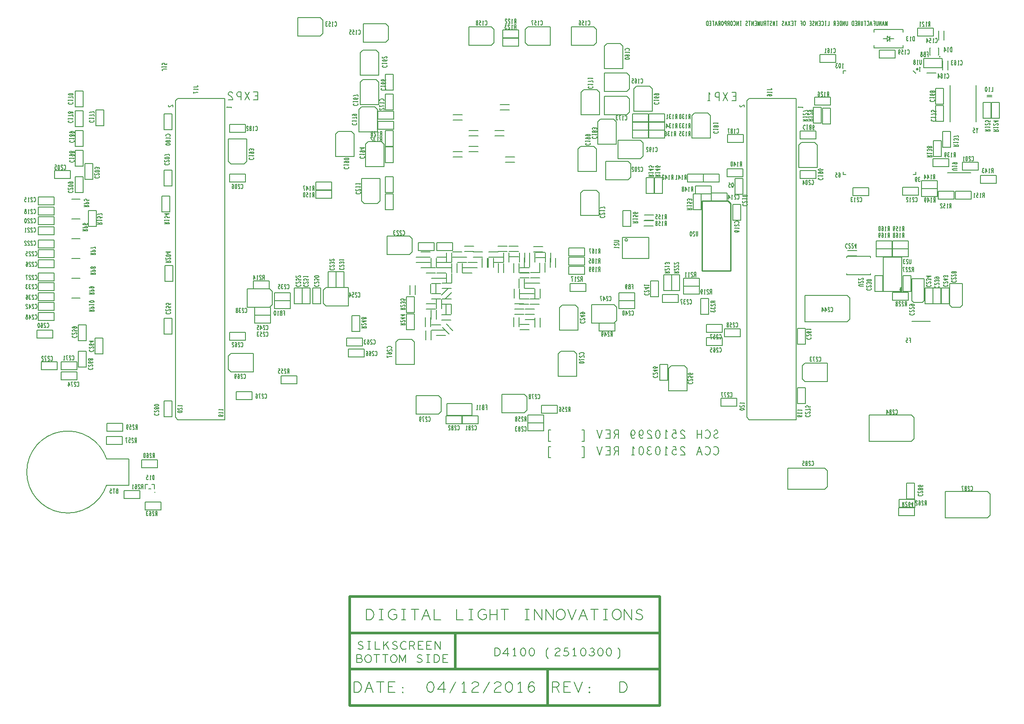
<source format=gbr>
G04 ================== begin FILE IDENTIFICATION RECORD ==================*
G04 Layout Name:  2510300_REV-D.brd*
G04 Film Name:    Silk_bot.gbr*
G04 File Format:  Gerber RS274X*
G04 File Origin:  Cadence Allegro 16.6-2015-S051*
G04 Origin Date:  Tue Apr 12 06:53:55 2016*
G04 *
G04 Layer:  REF DES/SILKSCREEN_BOTTOM*
G04 Layer:  PACKAGE GEOMETRY/SILKSCREEN_BOTTOM*
G04 Layer:  DRAWING FORMAT/TITLE_BLOCK*
G04 Layer:  BOARD GEOMETRY/SILKSCREEN_BOTTOM*
G04 *
G04 Offset:    (0.00 0.00)*
G04 Mirror:    No*
G04 Mode:      Positive*
G04 Rotation:  0*
G04 FullContactRelief:  No*
G04 UndefLineWidth:     6.00*
G04 ================== end FILE IDENTIFICATION RECORD ====================*
%FSLAX25Y25*MOIN*%
%IR0*IPPOS*OFA0.00000B0.00000*MIA0B0*SFA1.00000B1.00000*%
%ADD10C,.02*%
%ADD11C,.006*%
%ADD12C,.005*%
%ADD13C,.0051*%
%ADD14C,.007*%
%ADD15C,.008*%
%ADD16C,.00984*%
G75*
%LPD*%
G75*
G36*
G01X106900Y26700D02*
G02I500J0D01*
G37*
G36*
G01X684111Y347483D02*
G02I999J0D01*
G37*
G36*
G01X702840Y356900D02*
G02I-640J0D01*
G37*
G54D10*
G01X255000Y-52500D02*
X490000D01*
Y-135000D01*
X255000D01*
G01Y-52500D02*
Y-135000D01*
G01X490000Y-107500D02*
X255000D01*
G01Y-80000D02*
X490000D01*
G01X335000D02*
Y-107500D01*
G01X405000D02*
Y-135000D01*
G54D11*
G01X481600Y220000D02*
Y204000D01*
X461600D01*
Y220000D01*
X481600D01*
G01X465600Y218000D02*
G03I-1000J0D01*
G01X50700Y173800D02*
X44300D01*
G01X50700Y188800D02*
X44300D01*
G01X50700Y203800D02*
X44300D01*
G01X50700Y218800D02*
X44300D01*
G01X50700Y233800D02*
X44300D01*
G01X50700Y248800D02*
X44300D01*
G01X104300Y29100D02*
X102700D01*
G01X106900D02*
Y32500D01*
X105000D01*
G01X100100Y29100D02*
Y32500D01*
X102100D01*
G01X160450Y325375D02*
Y81675D01*
X124850D01*
X122950Y83575D01*
Y323475D01*
X124850Y325375D01*
X160450D01*
G01X263233Y-99300D02*
X263600Y-99000D01*
X263875Y-98500D01*
X264058Y-97800D01*
X263875Y-97200D01*
X263508Y-96800D01*
X262867Y-96500D01*
X260392D01*
Y-102500D01*
X263417D01*
X264058Y-102100D01*
X264425Y-101500D01*
X264608Y-100800D01*
X264425Y-100100D01*
X263875Y-99500D01*
X263233Y-99300D01*
X260392D01*
G01X269000Y-102500D02*
X268267Y-102400D01*
X267625Y-102000D01*
X267075Y-101400D01*
X266708Y-100700D01*
X266525Y-99900D01*
Y-99100D01*
X266708Y-98300D01*
X267075Y-97600D01*
X267625Y-97000D01*
X268267Y-96600D01*
X269000Y-96500D01*
X269733Y-96600D01*
X270375Y-97000D01*
X270925Y-97600D01*
X271292Y-98300D01*
X271475Y-99100D01*
Y-99900D01*
X271292Y-100700D01*
X270925Y-101400D01*
X270375Y-102000D01*
X269733Y-102400D01*
X269000Y-102500D01*
G01X275500Y-96500D02*
Y-102500D01*
G01X273392Y-96500D02*
X277608D01*
G01X282000D02*
Y-102500D01*
G01X279892Y-96500D02*
X284108D01*
G01X288500Y-102500D02*
X287767Y-102400D01*
X287125Y-102000D01*
X286575Y-101400D01*
X286208Y-100700D01*
X286025Y-99900D01*
Y-99100D01*
X286208Y-98300D01*
X286575Y-97600D01*
X287125Y-97000D01*
X287767Y-96600D01*
X288500Y-96500D01*
X289233Y-96600D01*
X289875Y-97000D01*
X290425Y-97600D01*
X290792Y-98300D01*
X290975Y-99100D01*
Y-99900D01*
X290792Y-100700D01*
X290425Y-101400D01*
X289875Y-102000D01*
X289233Y-102400D01*
X288500Y-102500D01*
G01X292617D02*
Y-96500D01*
X295000Y-101500D01*
X297383Y-96500D01*
Y-102500D01*
G01X306075Y-101700D02*
X306808Y-102200D01*
X307633Y-102500D01*
X308367D01*
X309100Y-102200D01*
X309650Y-101700D01*
X309925Y-101000D01*
X309742Y-100300D01*
X309283Y-99700D01*
X308458Y-99300D01*
X307358Y-99100D01*
X306717Y-98700D01*
X306442Y-98000D01*
X306625Y-97300D01*
X307083Y-96800D01*
X307725Y-96500D01*
X308367D01*
X309008Y-96700D01*
X309558Y-97200D01*
G01X313400Y-96500D02*
X315600D01*
G01X314500D02*
Y-102500D01*
G01X313400D02*
X315600D01*
G01X318983D02*
Y-96500D01*
X320817D01*
X321550Y-96800D01*
X322100Y-97200D01*
X322558Y-97800D01*
X322925Y-98500D01*
X323017Y-99500D01*
X322925Y-100500D01*
X322558Y-101200D01*
X322100Y-101800D01*
X321550Y-102200D01*
X320817Y-102500D01*
X318983D01*
G01X329333D02*
X325667D01*
Y-96500D01*
X329333D01*
G01X327867Y-99400D02*
X325667D01*
G01X261325Y-91700D02*
X262058Y-92200D01*
X262883Y-92500D01*
X263617D01*
X264350Y-92200D01*
X264900Y-91700D01*
X265175Y-91000D01*
X264992Y-90300D01*
X264533Y-89700D01*
X263708Y-89300D01*
X262608Y-89100D01*
X261967Y-88700D01*
X261692Y-88000D01*
X261875Y-87300D01*
X262333Y-86800D01*
X262975Y-86500D01*
X263617D01*
X264258Y-86700D01*
X264808Y-87200D01*
G01X268650Y-86500D02*
X270850D01*
G01X269750D02*
Y-92500D01*
G01X268650D02*
X270850D01*
G01X274417Y-86500D02*
Y-92500D01*
X278083D01*
G01X280733D02*
Y-86500D01*
G01X284217D02*
X280733Y-90200D01*
G01X284767Y-92500D02*
X282292Y-88500D01*
G01X287325Y-91700D02*
X288058Y-92200D01*
X288883Y-92500D01*
X289617D01*
X290350Y-92200D01*
X290900Y-91700D01*
X291175Y-91000D01*
X290992Y-90300D01*
X290533Y-89700D01*
X289708Y-89300D01*
X288608Y-89100D01*
X287967Y-88700D01*
X287692Y-88000D01*
X287875Y-87300D01*
X288333Y-86800D01*
X288975Y-86500D01*
X289617D01*
X290258Y-86700D01*
X290808Y-87200D01*
G01X297767Y-87000D02*
X297217Y-86700D01*
X296575Y-86500D01*
X295842D01*
X295017Y-86800D01*
X294375Y-87300D01*
X293917Y-87900D01*
X293550Y-88900D01*
X293458Y-89800D01*
X293642Y-90700D01*
X293917Y-91300D01*
X294467Y-91900D01*
X295108Y-92300D01*
X295750Y-92500D01*
X296392D01*
X297033Y-92300D01*
X297583Y-92000D01*
X298042Y-91600D01*
G01X300417Y-92500D02*
Y-86500D01*
X302708D01*
X303442Y-86800D01*
X303900Y-87200D01*
X304083Y-88000D01*
X303900Y-88800D01*
X303350Y-89300D01*
X302708Y-89600D01*
X300417D01*
G01X302708D02*
X304083Y-92500D01*
G01X310583D02*
X306917D01*
Y-86500D01*
X310583D01*
G01X309117Y-89400D02*
X306917D01*
G01X317083Y-92500D02*
X313417D01*
Y-86500D01*
X317083D01*
G01X315617Y-89400D02*
X313417D01*
G01X319642Y-92500D02*
Y-86500D01*
X323858Y-92500D01*
Y-86500D01*
G01X364983Y-97500D02*
Y-91500D01*
X366817D01*
X367550Y-91800D01*
X368100Y-92200D01*
X368558Y-92800D01*
X368925Y-93500D01*
X369017Y-94500D01*
X368925Y-95500D01*
X368558Y-96200D01*
X368100Y-96800D01*
X367550Y-97200D01*
X366817Y-97500D01*
X364983D01*
G01X374600D02*
Y-91500D01*
X371208Y-95800D01*
X375792D01*
G01X380000Y-97500D02*
Y-91500D01*
X378900Y-92700D01*
G01Y-97500D02*
X381100D01*
G01X386500Y-91500D02*
X385767Y-91700D01*
X385217Y-92200D01*
X384850Y-92800D01*
X384575Y-93600D01*
X384483Y-94500D01*
X384575Y-95400D01*
X384850Y-96200D01*
X385217Y-96800D01*
X385767Y-97300D01*
X386500Y-97500D01*
X387233Y-97300D01*
X387783Y-96800D01*
X388150Y-96200D01*
X388425Y-95400D01*
X388517Y-94500D01*
X388425Y-93600D01*
X388150Y-92800D01*
X387783Y-92200D01*
X387233Y-91700D01*
X386500Y-91500D01*
G01X393000D02*
X392267Y-91700D01*
X391717Y-92200D01*
X391350Y-92800D01*
X391075Y-93600D01*
X390983Y-94500D01*
X391075Y-95400D01*
X391350Y-96200D01*
X391717Y-96800D01*
X392267Y-97300D01*
X393000Y-97500D01*
X393733Y-97300D01*
X394283Y-96800D01*
X394650Y-96200D01*
X394925Y-95400D01*
X395017Y-94500D01*
X394925Y-93600D01*
X394650Y-92800D01*
X394283Y-92200D01*
X393733Y-91700D01*
X393000Y-91500D01*
G01X405542Y-99500D02*
X404625Y-98500D01*
X404167Y-97500D01*
Y-93500D01*
X404625Y-92500D01*
X405542Y-91500D01*
G01X410758Y-92500D02*
X411308Y-91900D01*
X411950Y-91600D01*
X412683Y-91500D01*
X413600Y-91700D01*
X414242Y-92200D01*
X414425Y-92800D01*
X414333Y-93400D01*
X413967Y-93900D01*
X412133Y-94900D01*
X411308Y-95600D01*
X410758Y-96600D01*
X410575Y-97500D01*
X414425D01*
G01X416983Y-96600D02*
X417533Y-97100D01*
X418175Y-97400D01*
X419000Y-97500D01*
X419825Y-97300D01*
X420467Y-96900D01*
X420925Y-96200D01*
X421017Y-95400D01*
X420833Y-94600D01*
X420375Y-94100D01*
X419733Y-93700D01*
X419092Y-93600D01*
X418450Y-93700D01*
X417625Y-94100D01*
X417900Y-91500D01*
X420375D01*
G01X425500Y-97500D02*
Y-91500D01*
X424400Y-92700D01*
G01Y-97500D02*
X426600D01*
G01X432000Y-91500D02*
X431267Y-91700D01*
X430717Y-92200D01*
X430350Y-92800D01*
X430075Y-93600D01*
X429983Y-94500D01*
X430075Y-95400D01*
X430350Y-96200D01*
X430717Y-96800D01*
X431267Y-97300D01*
X432000Y-97500D01*
X432733Y-97300D01*
X433283Y-96800D01*
X433650Y-96200D01*
X433925Y-95400D01*
X434017Y-94500D01*
X433925Y-93600D01*
X433650Y-92800D01*
X433283Y-92200D01*
X432733Y-91700D01*
X432000Y-91500D01*
G01X436483Y-96300D02*
X437033Y-97000D01*
X437767Y-97400D01*
X438592Y-97500D01*
X439325Y-97400D01*
X440058Y-96900D01*
X440517Y-96300D01*
X440608Y-95700D01*
X440425Y-95000D01*
X439783Y-94500D01*
X439142Y-94300D01*
X438317D01*
G01X439142D02*
X439692Y-94000D01*
X440150Y-93500D01*
X440333Y-92900D01*
X440150Y-92300D01*
X439692Y-91800D01*
X438867Y-91500D01*
X438042Y-91600D01*
X437217Y-92000D01*
G01X445000Y-91500D02*
X444267Y-91700D01*
X443717Y-92200D01*
X443350Y-92800D01*
X443075Y-93600D01*
X442983Y-94500D01*
X443075Y-95400D01*
X443350Y-96200D01*
X443717Y-96800D01*
X444267Y-97300D01*
X445000Y-97500D01*
X445733Y-97300D01*
X446283Y-96800D01*
X446650Y-96200D01*
X446925Y-95400D01*
X447017Y-94500D01*
X446925Y-93600D01*
X446650Y-92800D01*
X446283Y-92200D01*
X445733Y-91700D01*
X445000Y-91500D01*
G01X451500D02*
X450767Y-91700D01*
X450217Y-92200D01*
X449850Y-92800D01*
X449575Y-93600D01*
X449483Y-94500D01*
X449575Y-95400D01*
X449850Y-96200D01*
X450217Y-96800D01*
X450767Y-97300D01*
X451500Y-97500D01*
X452233Y-97300D01*
X452783Y-96800D01*
X453150Y-96200D01*
X453425Y-95400D01*
X453517Y-94500D01*
X453425Y-93600D01*
X453150Y-92800D01*
X452783Y-92200D01*
X452233Y-91700D01*
X451500Y-91500D01*
G01X458458Y-99500D02*
X459375Y-98500D01*
X459833Y-97500D01*
Y-93500D01*
X459375Y-92500D01*
X458458Y-91500D01*
G01X593450Y325375D02*
Y81675D01*
X557850D01*
X555950Y83575D01*
Y323475D01*
X557850Y325375D01*
X593450D01*
G01X628900Y269600D02*
Y267600D01*
X630900D01*
G01X629000Y344400D02*
Y346400D01*
X631000D01*
G01X681000Y156300D02*
X694900D01*
G01X682100Y267600D02*
X684100D01*
Y269600D01*
G01Y344300D02*
X682000Y346400D01*
G01X701000Y363600D02*
X701400D01*
Y358400D01*
X701000D01*
G01X695000Y363600D02*
X694600D01*
Y358400D01*
X695000D01*
G01X708200Y268900D02*
X725600D01*
G01X710158Y335280D02*
Y307720D01*
G01X729842Y335280D02*
Y307720D01*
G01X738100Y327500D02*
X741700D01*
G01X738100Y326600D02*
X741700D01*
G54D12*
G01X25677Y154741D02*
X25847Y154916D01*
X26045Y155033D01*
X26272D01*
X26527Y154858D01*
X26725Y154566D01*
X26867Y154216D01*
X26980Y153633D01*
X27008Y153108D01*
X26952Y152583D01*
X26867Y152233D01*
X26697Y151883D01*
X26498Y151650D01*
X26300Y151533D01*
X26102D01*
X25903Y151650D01*
X25733Y151825D01*
X25592Y152058D01*
G01X24538Y154450D02*
X24368Y154800D01*
X24170Y154975D01*
X23943Y155033D01*
X23660Y154916D01*
X23462Y154625D01*
X23405Y154275D01*
X23433Y153925D01*
X23547Y153633D01*
X24113Y153050D01*
X24368Y152641D01*
X24538Y152058D01*
X24595Y151533D01*
X23405D01*
G01X22238Y152991D02*
X22040Y153400D01*
X21870Y153633D01*
X21643Y153750D01*
X21445Y153633D01*
X21303Y153400D01*
X21190Y153050D01*
X21162Y152641D01*
X21190Y152291D01*
X21303Y151941D01*
X21473Y151650D01*
X21672Y151533D01*
X21898Y151650D01*
X22097Y152000D01*
X22210Y152525D01*
X22238Y153108D01*
X22182Y153866D01*
X22097Y154275D01*
X21955Y154683D01*
X21757Y154975D01*
X21558Y155033D01*
X21360Y154916D01*
X21218Y154625D01*
G01X19400Y155033D02*
X19627Y154916D01*
X19797Y154625D01*
X19910Y154275D01*
X19995Y153808D01*
X20023Y153283D01*
X19995Y152758D01*
X19910Y152291D01*
X19797Y151941D01*
X19627Y151650D01*
X19400Y151533D01*
X19173Y151650D01*
X19003Y151941D01*
X18890Y152291D01*
X18805Y152758D01*
X18777Y153283D01*
X18805Y153808D01*
X18890Y154275D01*
X19003Y154625D01*
X19173Y154916D01*
X19400Y155033D01*
G01X16677Y161041D02*
X16847Y161216D01*
X17045Y161333D01*
X17272D01*
X17527Y161158D01*
X17725Y160866D01*
X17867Y160516D01*
X17980Y159933D01*
X18008Y159408D01*
X17952Y158883D01*
X17867Y158533D01*
X17697Y158183D01*
X17498Y157950D01*
X17300Y157833D01*
X17102D01*
X16903Y157950D01*
X16733Y158125D01*
X16592Y158358D01*
G01X15538Y160750D02*
X15368Y161100D01*
X15170Y161275D01*
X14943Y161333D01*
X14660Y161216D01*
X14462Y160925D01*
X14405Y160575D01*
X14433Y160225D01*
X14547Y159933D01*
X15113Y159350D01*
X15368Y158941D01*
X15538Y158358D01*
X15595Y157833D01*
X14405D01*
G01X12360D02*
Y161333D01*
X13408Y158825D01*
X11992D01*
G01X10400Y157833D02*
X10202Y157891D01*
X9975Y158066D01*
X9833Y158358D01*
X9777Y158766D01*
X9833Y159175D01*
X10003Y159525D01*
X10258Y159700D01*
X10542D01*
X10712Y159816D01*
X10853Y160108D01*
X10910Y160516D01*
X10825Y160925D01*
X10627Y161216D01*
X10400Y161333D01*
X10173Y161216D01*
X9975Y160925D01*
X9890Y160516D01*
X9947Y160108D01*
X10088Y159816D01*
X10258Y159700D01*
X10542D01*
X10797Y159525D01*
X10967Y159175D01*
X11023Y158766D01*
X10967Y158358D01*
X10825Y158066D01*
X10598Y157891D01*
X10400Y157833D01*
G01X16677Y169041D02*
X16847Y169216D01*
X17045Y169333D01*
X17272D01*
X17527Y169158D01*
X17725Y168866D01*
X17867Y168516D01*
X17980Y167933D01*
X18008Y167408D01*
X17952Y166883D01*
X17867Y166533D01*
X17697Y166183D01*
X17498Y165950D01*
X17300Y165833D01*
X17102D01*
X16903Y165950D01*
X16733Y166125D01*
X16592Y166358D01*
G01X15538Y168750D02*
X15368Y169100D01*
X15170Y169275D01*
X14943Y169333D01*
X14660Y169216D01*
X14462Y168925D01*
X14405Y168575D01*
X14433Y168225D01*
X14547Y167933D01*
X15113Y167350D01*
X15368Y166941D01*
X15538Y166358D01*
X15595Y165833D01*
X14405D01*
G01X12360D02*
Y169333D01*
X13408Y166825D01*
X11992D01*
G01X10938Y168750D02*
X10768Y169100D01*
X10570Y169275D01*
X10343Y169333D01*
X10060Y169216D01*
X9862Y168925D01*
X9805Y168575D01*
X9833Y168225D01*
X9947Y167933D01*
X10513Y167350D01*
X10768Y166941D01*
X10938Y166358D01*
X10995Y165833D01*
X9805D01*
G01X16677Y176041D02*
X16847Y176216D01*
X17045Y176333D01*
X17272D01*
X17527Y176158D01*
X17725Y175866D01*
X17867Y175516D01*
X17980Y174933D01*
X18008Y174408D01*
X17952Y173883D01*
X17867Y173533D01*
X17697Y173183D01*
X17498Y172950D01*
X17300Y172833D01*
X17102D01*
X16903Y172950D01*
X16733Y173125D01*
X16592Y173358D01*
G01X15538Y175750D02*
X15368Y176100D01*
X15170Y176275D01*
X14943Y176333D01*
X14660Y176216D01*
X14462Y175925D01*
X14405Y175575D01*
X14433Y175225D01*
X14547Y174933D01*
X15113Y174350D01*
X15368Y173941D01*
X15538Y173358D01*
X15595Y172833D01*
X14405D01*
G01X13323Y173533D02*
X13153Y173125D01*
X12927Y172891D01*
X12672Y172833D01*
X12445Y172891D01*
X12218Y173183D01*
X12077Y173533D01*
X12048Y173883D01*
X12105Y174291D01*
X12303Y174583D01*
X12502Y174700D01*
X12757D01*
G01X12502D02*
X12332Y174875D01*
X12190Y175166D01*
X12133Y175516D01*
X12190Y175866D01*
X12332Y176158D01*
X12587Y176333D01*
X12842Y176275D01*
X13097Y176041D01*
G01X10938Y174291D02*
X10740Y174700D01*
X10570Y174933D01*
X10343Y175050D01*
X10145Y174933D01*
X10003Y174700D01*
X9890Y174350D01*
X9862Y173941D01*
X9890Y173591D01*
X10003Y173241D01*
X10173Y172950D01*
X10372Y172833D01*
X10598Y172950D01*
X10797Y173300D01*
X10910Y173825D01*
X10938Y174408D01*
X10882Y175166D01*
X10797Y175575D01*
X10655Y175983D01*
X10457Y176275D01*
X10258Y176333D01*
X10060Y176216D01*
X9918Y175925D01*
G01X16677Y184041D02*
X16847Y184216D01*
X17045Y184333D01*
X17272D01*
X17527Y184158D01*
X17725Y183866D01*
X17867Y183516D01*
X17980Y182933D01*
X18008Y182408D01*
X17952Y181883D01*
X17867Y181533D01*
X17697Y181183D01*
X17498Y180950D01*
X17300Y180833D01*
X17102D01*
X16903Y180950D01*
X16733Y181125D01*
X16592Y181358D01*
G01X15538Y183750D02*
X15368Y184100D01*
X15170Y184275D01*
X14943Y184333D01*
X14660Y184216D01*
X14462Y183925D01*
X14405Y183575D01*
X14433Y183225D01*
X14547Y182933D01*
X15113Y182350D01*
X15368Y181941D01*
X15538Y181358D01*
X15595Y180833D01*
X14405D01*
G01X13323Y181533D02*
X13153Y181125D01*
X12927Y180891D01*
X12672Y180833D01*
X12445Y180891D01*
X12218Y181183D01*
X12077Y181533D01*
X12048Y181883D01*
X12105Y182291D01*
X12303Y182583D01*
X12502Y182700D01*
X12757D01*
G01X12502D02*
X12332Y182875D01*
X12190Y183166D01*
X12133Y183516D01*
X12190Y183866D01*
X12332Y184158D01*
X12587Y184333D01*
X12842Y184275D01*
X13097Y184041D01*
G01X11023Y181533D02*
X10853Y181125D01*
X10627Y180891D01*
X10372Y180833D01*
X10145Y180891D01*
X9918Y181183D01*
X9777Y181533D01*
X9748Y181883D01*
X9805Y182291D01*
X10003Y182583D01*
X10202Y182700D01*
X10457D01*
G01X10202D02*
X10032Y182875D01*
X9890Y183166D01*
X9833Y183516D01*
X9890Y183866D01*
X10032Y184158D01*
X10287Y184333D01*
X10542Y184275D01*
X10797Y184041D01*
G01X16677Y191041D02*
X16847Y191216D01*
X17045Y191333D01*
X17272D01*
X17527Y191158D01*
X17725Y190866D01*
X17867Y190516D01*
X17980Y189933D01*
X18008Y189408D01*
X17952Y188883D01*
X17867Y188533D01*
X17697Y188183D01*
X17498Y187950D01*
X17300Y187833D01*
X17102D01*
X16903Y187950D01*
X16733Y188125D01*
X16592Y188358D01*
G01X15538Y190750D02*
X15368Y191100D01*
X15170Y191275D01*
X14943Y191333D01*
X14660Y191216D01*
X14462Y190925D01*
X14405Y190575D01*
X14433Y190225D01*
X14547Y189933D01*
X15113Y189350D01*
X15368Y188941D01*
X15538Y188358D01*
X15595Y187833D01*
X14405D01*
G01X13238Y190750D02*
X13068Y191100D01*
X12870Y191275D01*
X12643Y191333D01*
X12360Y191216D01*
X12162Y190925D01*
X12105Y190575D01*
X12133Y190225D01*
X12247Y189933D01*
X12813Y189350D01*
X13068Y188941D01*
X13238Y188358D01*
X13295Y187833D01*
X12105D01*
G01X10457D02*
X10400Y188591D01*
X10315Y189233D01*
X10202Y189816D01*
X10060Y190458D01*
X9833Y191333D01*
X10967D01*
G01X16677Y201041D02*
X16847Y201216D01*
X17045Y201333D01*
X17272D01*
X17527Y201158D01*
X17725Y200866D01*
X17867Y200516D01*
X17980Y199933D01*
X18008Y199408D01*
X17952Y198883D01*
X17867Y198533D01*
X17697Y198183D01*
X17498Y197950D01*
X17300Y197833D01*
X17102D01*
X16903Y197950D01*
X16733Y198125D01*
X16592Y198358D01*
G01X15538Y200750D02*
X15368Y201100D01*
X15170Y201275D01*
X14943Y201333D01*
X14660Y201216D01*
X14462Y200925D01*
X14405Y200575D01*
X14433Y200225D01*
X14547Y199933D01*
X15113Y199350D01*
X15368Y198941D01*
X15538Y198358D01*
X15595Y197833D01*
X14405D01*
G01X13238Y200750D02*
X13068Y201100D01*
X12870Y201275D01*
X12643Y201333D01*
X12360Y201216D01*
X12162Y200925D01*
X12105Y200575D01*
X12133Y200225D01*
X12247Y199933D01*
X12813Y199350D01*
X13068Y198941D01*
X13238Y198358D01*
X13295Y197833D01*
X12105D01*
G01X10938Y199291D02*
X10740Y199700D01*
X10570Y199933D01*
X10343Y200050D01*
X10145Y199933D01*
X10003Y199700D01*
X9890Y199350D01*
X9862Y198941D01*
X9890Y198591D01*
X10003Y198241D01*
X10173Y197950D01*
X10372Y197833D01*
X10598Y197950D01*
X10797Y198300D01*
X10910Y198825D01*
X10938Y199408D01*
X10882Y200166D01*
X10797Y200575D01*
X10655Y200983D01*
X10457Y201275D01*
X10258Y201333D01*
X10060Y201216D01*
X9918Y200925D01*
G01X16677Y209041D02*
X16847Y209216D01*
X17045Y209333D01*
X17272D01*
X17527Y209158D01*
X17725Y208866D01*
X17867Y208516D01*
X17980Y207933D01*
X18008Y207408D01*
X17952Y206883D01*
X17867Y206533D01*
X17697Y206183D01*
X17498Y205950D01*
X17300Y205833D01*
X17102D01*
X16903Y205950D01*
X16733Y206125D01*
X16592Y206358D01*
G01X15538Y208750D02*
X15368Y209100D01*
X15170Y209275D01*
X14943Y209333D01*
X14660Y209216D01*
X14462Y208925D01*
X14405Y208575D01*
X14433Y208225D01*
X14547Y207933D01*
X15113Y207350D01*
X15368Y206941D01*
X15538Y206358D01*
X15595Y205833D01*
X14405D01*
G01X13238Y208750D02*
X13068Y209100D01*
X12870Y209275D01*
X12643Y209333D01*
X12360Y209216D01*
X12162Y208925D01*
X12105Y208575D01*
X12133Y208225D01*
X12247Y207933D01*
X12813Y207350D01*
X13068Y206941D01*
X13238Y206358D01*
X13295Y205833D01*
X12105D01*
G01X11023Y206358D02*
X10853Y206066D01*
X10655Y205891D01*
X10400Y205833D01*
X10145Y205950D01*
X9947Y206183D01*
X9805Y206591D01*
X9777Y207058D01*
X9833Y207525D01*
X9975Y207816D01*
X10173Y208050D01*
X10372Y208108D01*
X10570Y208050D01*
X10825Y207816D01*
X10740Y209333D01*
X9975D01*
G01X15677Y217041D02*
X15847Y217216D01*
X16045Y217333D01*
X16272D01*
X16527Y217158D01*
X16725Y216866D01*
X16867Y216516D01*
X16980Y215933D01*
X17008Y215408D01*
X16952Y214883D01*
X16867Y214533D01*
X16697Y214183D01*
X16498Y213950D01*
X16300Y213833D01*
X16102D01*
X15903Y213950D01*
X15733Y214125D01*
X15592Y214358D01*
G01X14538Y216750D02*
X14368Y217100D01*
X14170Y217275D01*
X13943Y217333D01*
X13660Y217216D01*
X13462Y216925D01*
X13405Y216575D01*
X13433Y216225D01*
X13547Y215933D01*
X14113Y215350D01*
X14368Y214941D01*
X14538Y214358D01*
X14595Y213833D01*
X13405D01*
G01X12238Y216750D02*
X12068Y217100D01*
X11870Y217275D01*
X11643Y217333D01*
X11360Y217216D01*
X11162Y216925D01*
X11105Y216575D01*
X11133Y216225D01*
X11247Y215933D01*
X11813Y215350D01*
X12068Y214941D01*
X12238Y214358D01*
X12295Y213833D01*
X11105D01*
G01X9938Y216750D02*
X9768Y217100D01*
X9570Y217275D01*
X9343Y217333D01*
X9060Y217216D01*
X8862Y216925D01*
X8805Y216575D01*
X8833Y216225D01*
X8947Y215933D01*
X9513Y215350D01*
X9768Y214941D01*
X9938Y214358D01*
X9995Y213833D01*
X8805D01*
G01X15677Y227041D02*
X15847Y227216D01*
X16045Y227333D01*
X16272D01*
X16527Y227158D01*
X16725Y226866D01*
X16867Y226516D01*
X16980Y225933D01*
X17008Y225408D01*
X16952Y224883D01*
X16867Y224533D01*
X16697Y224183D01*
X16498Y223950D01*
X16300Y223833D01*
X16102D01*
X15903Y223950D01*
X15733Y224125D01*
X15592Y224358D01*
G01X14538Y226750D02*
X14368Y227100D01*
X14170Y227275D01*
X13943Y227333D01*
X13660Y227216D01*
X13462Y226925D01*
X13405Y226575D01*
X13433Y226225D01*
X13547Y225933D01*
X14113Y225350D01*
X14368Y224941D01*
X14538Y224358D01*
X14595Y223833D01*
X13405D01*
G01X12238Y226750D02*
X12068Y227100D01*
X11870Y227275D01*
X11643Y227333D01*
X11360Y227216D01*
X11162Y226925D01*
X11105Y226575D01*
X11133Y226225D01*
X11247Y225933D01*
X11813Y225350D01*
X12068Y224941D01*
X12238Y224358D01*
X12295Y223833D01*
X11105D01*
G01X9400D02*
Y227333D01*
X9740Y226633D01*
G01Y223833D02*
X9060D01*
G01X15677Y234041D02*
X15847Y234216D01*
X16045Y234333D01*
X16272D01*
X16527Y234158D01*
X16725Y233866D01*
X16867Y233516D01*
X16980Y232933D01*
X17008Y232408D01*
X16952Y231883D01*
X16867Y231533D01*
X16697Y231183D01*
X16498Y230950D01*
X16300Y230833D01*
X16102D01*
X15903Y230950D01*
X15733Y231125D01*
X15592Y231358D01*
G01X14538Y233750D02*
X14368Y234100D01*
X14170Y234275D01*
X13943Y234333D01*
X13660Y234216D01*
X13462Y233925D01*
X13405Y233575D01*
X13433Y233225D01*
X13547Y232933D01*
X14113Y232350D01*
X14368Y231941D01*
X14538Y231358D01*
X14595Y230833D01*
X13405D01*
G01X12238Y233750D02*
X12068Y234100D01*
X11870Y234275D01*
X11643Y234333D01*
X11360Y234216D01*
X11162Y233925D01*
X11105Y233575D01*
X11133Y233225D01*
X11247Y232933D01*
X11813Y232350D01*
X12068Y231941D01*
X12238Y231358D01*
X12295Y230833D01*
X11105D01*
G01X9400Y234333D02*
X9627Y234216D01*
X9797Y233925D01*
X9910Y233575D01*
X9995Y233108D01*
X10023Y232583D01*
X9995Y232058D01*
X9910Y231591D01*
X9797Y231241D01*
X9627Y230950D01*
X9400Y230833D01*
X9173Y230950D01*
X9003Y231241D01*
X8890Y231591D01*
X8805Y232058D01*
X8777Y232583D01*
X8805Y233108D01*
X8890Y233575D01*
X9003Y233925D01*
X9173Y234216D01*
X9400Y234333D01*
G01X15677Y241041D02*
X15847Y241216D01*
X16045Y241333D01*
X16272D01*
X16527Y241158D01*
X16725Y240866D01*
X16867Y240516D01*
X16980Y239933D01*
X17008Y239408D01*
X16952Y238883D01*
X16867Y238533D01*
X16697Y238183D01*
X16498Y237950D01*
X16300Y237833D01*
X16102D01*
X15903Y237950D01*
X15733Y238125D01*
X15592Y238358D01*
G01X14538Y240750D02*
X14368Y241100D01*
X14170Y241275D01*
X13943Y241333D01*
X13660Y241216D01*
X13462Y240925D01*
X13405Y240575D01*
X13433Y240225D01*
X13547Y239933D01*
X14113Y239350D01*
X14368Y238941D01*
X14538Y238358D01*
X14595Y237833D01*
X13405D01*
G01X11700D02*
Y241333D01*
X12040Y240633D01*
G01Y237833D02*
X11360D01*
G01X9400D02*
X9202Y237891D01*
X8975Y238066D01*
X8833Y238358D01*
X8777Y238766D01*
X8833Y239175D01*
X9003Y239525D01*
X9258Y239700D01*
X9542D01*
X9712Y239816D01*
X9853Y240108D01*
X9910Y240516D01*
X9825Y240925D01*
X9627Y241216D01*
X9400Y241333D01*
X9173Y241216D01*
X8975Y240925D01*
X8890Y240516D01*
X8947Y240108D01*
X9088Y239816D01*
X9258Y239700D01*
X9542D01*
X9797Y239525D01*
X9967Y239175D01*
X10023Y238766D01*
X9967Y238358D01*
X9825Y238066D01*
X9598Y237891D01*
X9400Y237833D01*
G01X15677Y250041D02*
X15847Y250216D01*
X16045Y250333D01*
X16272D01*
X16527Y250158D01*
X16725Y249866D01*
X16867Y249516D01*
X16980Y248933D01*
X17008Y248408D01*
X16952Y247883D01*
X16867Y247533D01*
X16697Y247183D01*
X16498Y246950D01*
X16300Y246833D01*
X16102D01*
X15903Y246950D01*
X15733Y247125D01*
X15592Y247358D01*
G01X14538Y249750D02*
X14368Y250100D01*
X14170Y250275D01*
X13943Y250333D01*
X13660Y250216D01*
X13462Y249925D01*
X13405Y249575D01*
X13433Y249225D01*
X13547Y248933D01*
X14113Y248350D01*
X14368Y247941D01*
X14538Y247358D01*
X14595Y246833D01*
X13405D01*
G01X11700D02*
Y250333D01*
X12040Y249633D01*
G01Y246833D02*
X11360D01*
G01X10023Y247358D02*
X9853Y247066D01*
X9655Y246891D01*
X9400Y246833D01*
X9145Y246950D01*
X8947Y247183D01*
X8805Y247591D01*
X8777Y248058D01*
X8833Y248525D01*
X8975Y248816D01*
X9173Y249050D01*
X9372Y249108D01*
X9570Y249050D01*
X9825Y248816D01*
X9740Y250333D01*
X8975D01*
G01X44827Y130041D02*
X44997Y130216D01*
X45195Y130333D01*
X45422D01*
X45677Y130158D01*
X45875Y129866D01*
X46017Y129516D01*
X46130Y128933D01*
X46158Y128408D01*
X46102Y127883D01*
X46017Y127533D01*
X45847Y127183D01*
X45648Y126950D01*
X45450Y126833D01*
X45252D01*
X45053Y126950D01*
X44883Y127125D01*
X44742Y127358D01*
G01X43688Y129750D02*
X43518Y130100D01*
X43320Y130275D01*
X43093Y130333D01*
X42810Y130216D01*
X42612Y129925D01*
X42555Y129575D01*
X42583Y129225D01*
X42697Y128933D01*
X43263Y128350D01*
X43518Y127941D01*
X43688Y127358D01*
X43745Y126833D01*
X42555D01*
G01X40907D02*
X40850Y127591D01*
X40765Y128233D01*
X40652Y128816D01*
X40510Y129458D01*
X40283Y130333D01*
X41417D01*
G01X38550Y126833D02*
Y130333D01*
X38890Y129633D01*
G01Y126833D02*
X38210D01*
G01X28527Y129541D02*
X28697Y129716D01*
X28895Y129833D01*
X29122D01*
X29377Y129658D01*
X29575Y129366D01*
X29717Y129016D01*
X29830Y128433D01*
X29858Y127908D01*
X29802Y127383D01*
X29717Y127033D01*
X29547Y126683D01*
X29348Y126450D01*
X29150Y126333D01*
X28952D01*
X28753Y126450D01*
X28583Y126625D01*
X28442Y126858D01*
G01X27388Y129250D02*
X27218Y129600D01*
X27020Y129775D01*
X26793Y129833D01*
X26510Y129716D01*
X26312Y129425D01*
X26255Y129075D01*
X26283Y128725D01*
X26397Y128433D01*
X26963Y127850D01*
X27218Y127441D01*
X27388Y126858D01*
X27445Y126333D01*
X26255D01*
G01X24607D02*
X24550Y127091D01*
X24465Y127733D01*
X24352Y128316D01*
X24210Y128958D01*
X23983Y129833D01*
X25117D01*
G01X22788Y129250D02*
X22618Y129600D01*
X22420Y129775D01*
X22193Y129833D01*
X21910Y129716D01*
X21712Y129425D01*
X21655Y129075D01*
X21683Y128725D01*
X21797Y128433D01*
X22363Y127850D01*
X22618Y127441D01*
X22788Y126858D01*
X22845Y126333D01*
X21655D01*
G01X38527Y274541D02*
X38697Y274716D01*
X38895Y274833D01*
X39122D01*
X39377Y274658D01*
X39575Y274366D01*
X39717Y274016D01*
X39830Y273433D01*
X39858Y272908D01*
X39802Y272383D01*
X39717Y272033D01*
X39547Y271683D01*
X39348Y271450D01*
X39150Y271333D01*
X38952D01*
X38753Y271450D01*
X38583Y271625D01*
X38442Y271858D01*
G01X37388Y274250D02*
X37218Y274600D01*
X37020Y274775D01*
X36793Y274833D01*
X36510Y274716D01*
X36312Y274425D01*
X36255Y274075D01*
X36283Y273725D01*
X36397Y273433D01*
X36963Y272850D01*
X37218Y272441D01*
X37388Y271858D01*
X37445Y271333D01*
X36255D01*
G01X34550Y274833D02*
X34777Y274716D01*
X34947Y274425D01*
X35060Y274075D01*
X35145Y273608D01*
X35173Y273083D01*
X35145Y272558D01*
X35060Y272091D01*
X34947Y271741D01*
X34777Y271450D01*
X34550Y271333D01*
X34323Y271450D01*
X34153Y271741D01*
X34040Y272091D01*
X33955Y272558D01*
X33927Y273083D01*
X33955Y273608D01*
X34040Y274075D01*
X34153Y274425D01*
X34323Y274716D01*
X34550Y274833D01*
G01X32873Y271858D02*
X32703Y271566D01*
X32505Y271391D01*
X32250Y271333D01*
X31995Y271450D01*
X31797Y271683D01*
X31655Y272091D01*
X31627Y272558D01*
X31683Y273025D01*
X31825Y273316D01*
X32023Y273550D01*
X32222Y273608D01*
X32420Y273550D01*
X32675Y273316D01*
X32590Y274833D01*
X31825D01*
G01X48527Y110008D02*
X48697Y110183D01*
X48895Y110300D01*
X49122D01*
X49377Y110125D01*
X49575Y109833D01*
X49717Y109483D01*
X49830Y108900D01*
X49858Y108375D01*
X49802Y107850D01*
X49717Y107500D01*
X49547Y107150D01*
X49348Y106917D01*
X49150Y106800D01*
X48952D01*
X48753Y106917D01*
X48583Y107092D01*
X48442Y107325D01*
G01X47388Y109717D02*
X47218Y110067D01*
X47020Y110242D01*
X46793Y110300D01*
X46510Y110183D01*
X46312Y109892D01*
X46255Y109542D01*
X46283Y109192D01*
X46397Y108900D01*
X46963Y108317D01*
X47218Y107908D01*
X47388Y107325D01*
X47445Y106800D01*
X46255D01*
G01X44607D02*
X44550Y107558D01*
X44465Y108200D01*
X44352Y108783D01*
X44210Y109425D01*
X43983Y110300D01*
X45117D01*
G01X41910Y106800D02*
Y110300D01*
X42958Y107792D01*
X41542D01*
G01X60108Y121073D02*
X60283Y120903D01*
X60400Y120705D01*
Y120478D01*
X60225Y120223D01*
X59933Y120025D01*
X59583Y119883D01*
X59000Y119770D01*
X58475Y119742D01*
X57950Y119798D01*
X57600Y119883D01*
X57250Y120053D01*
X57017Y120252D01*
X56900Y120450D01*
Y120648D01*
X57017Y120847D01*
X57192Y121017D01*
X57425Y121158D01*
G01X59817Y122212D02*
X60167Y122382D01*
X60342Y122580D01*
X60400Y122807D01*
X60283Y123090D01*
X59992Y123288D01*
X59642Y123345D01*
X59292Y123317D01*
X59000Y123203D01*
X58417Y122637D01*
X58008Y122382D01*
X57425Y122212D01*
X56900Y122155D01*
Y123345D01*
G01X58358Y124512D02*
X58767Y124710D01*
X59000Y124880D01*
X59117Y125107D01*
X59000Y125305D01*
X58767Y125447D01*
X58417Y125560D01*
X58008Y125588D01*
X57658Y125560D01*
X57308Y125447D01*
X57017Y125277D01*
X56900Y125078D01*
X57017Y124852D01*
X57367Y124653D01*
X57892Y124540D01*
X58475Y124512D01*
X59233Y124568D01*
X59642Y124653D01*
X60050Y124795D01*
X60342Y124993D01*
X60400Y125192D01*
X60283Y125390D01*
X59992Y125532D01*
G01X56900Y127350D02*
X56958Y127548D01*
X57133Y127775D01*
X57425Y127917D01*
X57833Y127973D01*
X58242Y127917D01*
X58592Y127747D01*
X58767Y127492D01*
Y127208D01*
X58883Y127038D01*
X59175Y126897D01*
X59583Y126840D01*
X59992Y126925D01*
X60283Y127123D01*
X60400Y127350D01*
X60283Y127577D01*
X59992Y127775D01*
X59583Y127860D01*
X59175Y127803D01*
X58883Y127662D01*
X58767Y127492D01*
Y127208D01*
X58592Y126953D01*
X58242Y126783D01*
X57833Y126727D01*
X57425Y126783D01*
X57133Y126925D01*
X56958Y127152D01*
X56900Y127350D01*
G01X48041Y145323D02*
X48216Y145153D01*
X48333Y144955D01*
Y144728D01*
X48158Y144473D01*
X47866Y144275D01*
X47516Y144133D01*
X46933Y144020D01*
X46408Y143992D01*
X45883Y144048D01*
X45533Y144133D01*
X45183Y144303D01*
X44950Y144502D01*
X44833Y144700D01*
Y144898D01*
X44950Y145097D01*
X45125Y145267D01*
X45358Y145408D01*
G01X47750Y146462D02*
X48100Y146632D01*
X48275Y146830D01*
X48333Y147057D01*
X48216Y147340D01*
X47925Y147538D01*
X47575Y147595D01*
X47225Y147567D01*
X46933Y147453D01*
X46350Y146887D01*
X45941Y146632D01*
X45358Y146462D01*
X44833Y146405D01*
Y147595D01*
G01X45358Y148677D02*
X45066Y148847D01*
X44891Y149045D01*
X44833Y149300D01*
X44950Y149555D01*
X45183Y149753D01*
X45591Y149895D01*
X46058Y149923D01*
X46525Y149867D01*
X46816Y149725D01*
X47050Y149527D01*
X47108Y149328D01*
X47050Y149130D01*
X46816Y148875D01*
X48333Y148960D01*
Y149725D01*
G01X45241Y151118D02*
X44950Y151317D01*
X44833Y151543D01*
X44950Y151770D01*
X45300Y151968D01*
X45825Y152110D01*
X46350Y152167D01*
X46991D01*
X47516Y152110D01*
X47983Y151968D01*
X48216Y151798D01*
X48333Y151600D01*
X48216Y151373D01*
X47983Y151203D01*
X47633Y151090D01*
X47166Y151033D01*
X46758Y151090D01*
X46350Y151232D01*
X46116Y151402D01*
X46058Y151600D01*
X46175Y151827D01*
X46466Y151997D01*
X46991Y152167D01*
G01X52833Y224833D02*
X56333D01*
Y225542D01*
X56158Y225768D01*
X55925Y225910D01*
X55458Y225967D01*
X54991Y225910D01*
X54700Y225740D01*
X54525Y225542D01*
Y224833D01*
G01Y225542D02*
X52833Y225967D01*
G01Y227133D02*
X56333D01*
Y227813D01*
X56158Y228040D01*
X55750Y228210D01*
X55283Y228267D01*
X54816Y228210D01*
X54466Y228068D01*
X54291Y227813D01*
Y227133D01*
G01Y229462D02*
X54700Y229660D01*
X54933Y229830D01*
X55050Y230057D01*
X54933Y230255D01*
X54700Y230397D01*
X54350Y230510D01*
X53941Y230538D01*
X53591Y230510D01*
X53241Y230397D01*
X52950Y230227D01*
X52833Y230028D01*
X52950Y229802D01*
X53300Y229603D01*
X53825Y229490D01*
X54408Y229462D01*
X55166Y229518D01*
X55575Y229603D01*
X55983Y229745D01*
X56275Y229943D01*
X56333Y230142D01*
X56216Y230340D01*
X55925Y230482D01*
G01X53833Y243133D02*
X57333D01*
Y243842D01*
X57158Y244068D01*
X56925Y244210D01*
X56458Y244267D01*
X55991Y244210D01*
X55700Y244040D01*
X55525Y243842D01*
Y243133D01*
G01Y243842D02*
X53833Y244267D01*
G01Y245433D02*
X57333D01*
Y246113D01*
X57158Y246340D01*
X56750Y246510D01*
X56283Y246567D01*
X55816Y246510D01*
X55466Y246368D01*
X55291Y246113D01*
Y245433D01*
G01X54358Y247677D02*
X54066Y247847D01*
X53891Y248045D01*
X53833Y248300D01*
X53950Y248555D01*
X54183Y248753D01*
X54591Y248895D01*
X55058Y248923D01*
X55525Y248867D01*
X55816Y248725D01*
X56050Y248527D01*
X56108Y248328D01*
X56050Y248130D01*
X55816Y247875D01*
X57333Y247960D01*
Y248725D01*
G01X45041Y255173D02*
X45216Y255003D01*
X45333Y254805D01*
Y254578D01*
X45158Y254323D01*
X44866Y254125D01*
X44516Y253983D01*
X43933Y253870D01*
X43408Y253842D01*
X42883Y253898D01*
X42533Y253983D01*
X42183Y254153D01*
X41950Y254352D01*
X41833Y254550D01*
Y254748D01*
X41950Y254947D01*
X42125Y255117D01*
X42358Y255258D01*
G01X44750Y256312D02*
X45100Y256482D01*
X45275Y256680D01*
X45333Y256907D01*
X45216Y257190D01*
X44925Y257388D01*
X44575Y257445D01*
X44225Y257417D01*
X43933Y257303D01*
X43350Y256737D01*
X42941Y256482D01*
X42358Y256312D01*
X41833Y256255D01*
Y257445D01*
G01X45333Y259150D02*
X45216Y258923D01*
X44925Y258753D01*
X44575Y258640D01*
X44108Y258555D01*
X43583Y258527D01*
X43058Y258555D01*
X42591Y258640D01*
X42241Y258753D01*
X41950Y258923D01*
X41833Y259150D01*
X41950Y259377D01*
X42241Y259547D01*
X42591Y259660D01*
X43058Y259745D01*
X43583Y259773D01*
X44108Y259745D01*
X44575Y259660D01*
X44925Y259547D01*
X45216Y259377D01*
X45333Y259150D01*
G01X42241Y260968D02*
X41950Y261167D01*
X41833Y261393D01*
X41950Y261620D01*
X42300Y261818D01*
X42825Y261960D01*
X43350Y262017D01*
X43991D01*
X44516Y261960D01*
X44983Y261818D01*
X45216Y261648D01*
X45333Y261450D01*
X45216Y261223D01*
X44983Y261053D01*
X44633Y260940D01*
X44166Y260883D01*
X43758Y260940D01*
X43350Y261082D01*
X43116Y261252D01*
X43058Y261450D01*
X43175Y261677D01*
X43466Y261847D01*
X43991Y262017D01*
G01X46041Y278323D02*
X46216Y278153D01*
X46333Y277955D01*
Y277728D01*
X46158Y277473D01*
X45866Y277275D01*
X45516Y277133D01*
X44933Y277020D01*
X44408Y276992D01*
X43883Y277048D01*
X43533Y277133D01*
X43183Y277303D01*
X42950Y277502D01*
X42833Y277700D01*
Y277898D01*
X42950Y278097D01*
X43125Y278267D01*
X43358Y278408D01*
G01X42833Y280000D02*
X46333D01*
X45633Y279660D01*
G01X42833D02*
Y280340D01*
G01X43241Y281818D02*
X42950Y282017D01*
X42833Y282243D01*
X42950Y282470D01*
X43300Y282668D01*
X43825Y282810D01*
X44350Y282867D01*
X44991D01*
X45516Y282810D01*
X45983Y282668D01*
X46216Y282498D01*
X46333Y282300D01*
X46216Y282073D01*
X45983Y281903D01*
X45633Y281790D01*
X45166Y281733D01*
X44758Y281790D01*
X44350Y281932D01*
X44116Y282102D01*
X44058Y282300D01*
X44175Y282527D01*
X44466Y282697D01*
X44991Y282867D01*
G01X42833Y284600D02*
X42891Y284798D01*
X43066Y285025D01*
X43358Y285167D01*
X43766Y285223D01*
X44175Y285167D01*
X44525Y284997D01*
X44700Y284742D01*
Y284458D01*
X44816Y284288D01*
X45108Y284147D01*
X45516Y284090D01*
X45925Y284175D01*
X46216Y284373D01*
X46333Y284600D01*
X46216Y284827D01*
X45925Y285025D01*
X45516Y285110D01*
X45108Y285053D01*
X44816Y284912D01*
X44700Y284742D01*
Y284458D01*
X44525Y284203D01*
X44175Y284033D01*
X43766Y283977D01*
X43358Y284033D01*
X43066Y284175D01*
X42891Y284402D01*
X42833Y284600D01*
G01X46041Y293323D02*
X46216Y293153D01*
X46333Y292955D01*
Y292728D01*
X46158Y292473D01*
X45866Y292275D01*
X45516Y292133D01*
X44933Y292020D01*
X44408Y291992D01*
X43883Y292048D01*
X43533Y292133D01*
X43183Y292303D01*
X42950Y292502D01*
X42833Y292700D01*
Y292898D01*
X42950Y293097D01*
X43125Y293267D01*
X43358Y293408D01*
G01X42833Y295000D02*
X46333D01*
X45633Y294660D01*
G01X42833D02*
Y295340D01*
G01Y297300D02*
X42891Y297498D01*
X43066Y297725D01*
X43358Y297867D01*
X43766Y297923D01*
X44175Y297867D01*
X44525Y297697D01*
X44700Y297442D01*
Y297158D01*
X44816Y296988D01*
X45108Y296847D01*
X45516Y296790D01*
X45925Y296875D01*
X46216Y297073D01*
X46333Y297300D01*
X46216Y297527D01*
X45925Y297725D01*
X45516Y297810D01*
X45108Y297753D01*
X44816Y297612D01*
X44700Y297442D01*
Y297158D01*
X44525Y296903D01*
X44175Y296733D01*
X43766Y296677D01*
X43358Y296733D01*
X43066Y296875D01*
X42891Y297102D01*
X42833Y297300D01*
G01X43241Y299118D02*
X42950Y299317D01*
X42833Y299543D01*
X42950Y299770D01*
X43300Y299968D01*
X43825Y300110D01*
X44350Y300167D01*
X44991D01*
X45516Y300110D01*
X45983Y299968D01*
X46216Y299798D01*
X46333Y299600D01*
X46216Y299373D01*
X45983Y299203D01*
X45633Y299090D01*
X45166Y299033D01*
X44758Y299090D01*
X44350Y299232D01*
X44116Y299402D01*
X44058Y299600D01*
X44175Y299827D01*
X44466Y299997D01*
X44991Y300167D01*
G01X45041Y308323D02*
X45216Y308153D01*
X45333Y307955D01*
Y307728D01*
X45158Y307473D01*
X44866Y307275D01*
X44516Y307133D01*
X43933Y307020D01*
X43408Y306992D01*
X42883Y307048D01*
X42533Y307133D01*
X42183Y307303D01*
X41950Y307502D01*
X41833Y307700D01*
Y307898D01*
X41950Y308097D01*
X42125Y308267D01*
X42358Y308408D01*
G01X41833Y310000D02*
X45333D01*
X44633Y309660D01*
G01X41833D02*
Y310340D01*
G01Y312243D02*
X42591Y312300D01*
X43233Y312385D01*
X43816Y312498D01*
X44458Y312640D01*
X45333Y312867D01*
Y311733D01*
G01X41833Y314600D02*
X41891Y314798D01*
X42066Y315025D01*
X42358Y315167D01*
X42766Y315223D01*
X43175Y315167D01*
X43525Y314997D01*
X43700Y314742D01*
Y314458D01*
X43816Y314288D01*
X44108Y314147D01*
X44516Y314090D01*
X44925Y314175D01*
X45216Y314373D01*
X45333Y314600D01*
X45216Y314827D01*
X44925Y315025D01*
X44516Y315110D01*
X44108Y315053D01*
X43816Y314912D01*
X43700Y314742D01*
Y314458D01*
X43525Y314203D01*
X43175Y314033D01*
X42766Y313977D01*
X42358Y314033D01*
X42066Y314175D01*
X41891Y314402D01*
X41833Y314600D01*
G01X45041Y322173D02*
X45216Y322003D01*
X45333Y321805D01*
Y321578D01*
X45158Y321323D01*
X44866Y321125D01*
X44516Y320983D01*
X43933Y320870D01*
X43408Y320842D01*
X42883Y320898D01*
X42533Y320983D01*
X42183Y321153D01*
X41950Y321352D01*
X41833Y321550D01*
Y321748D01*
X41950Y321947D01*
X42125Y322117D01*
X42358Y322258D01*
G01X41833Y323850D02*
X45333D01*
X44633Y323510D01*
G01X41833D02*
Y324190D01*
G01Y326093D02*
X42591Y326150D01*
X43233Y326235D01*
X43816Y326348D01*
X44458Y326490D01*
X45333Y326717D01*
Y325583D01*
G01Y328450D02*
X45216Y328223D01*
X44925Y328053D01*
X44575Y327940D01*
X44108Y327855D01*
X43583Y327827D01*
X43058Y327855D01*
X42591Y327940D01*
X42241Y328053D01*
X41950Y328223D01*
X41833Y328450D01*
X41950Y328677D01*
X42241Y328847D01*
X42591Y328960D01*
X43058Y329045D01*
X43583Y329073D01*
X44108Y329045D01*
X44575Y328960D01*
X44925Y328847D01*
X45216Y328677D01*
X45333Y328450D01*
G01X78473Y27767D02*
X78360Y27942D01*
X78275Y28233D01*
X78218Y28642D01*
X78275Y28992D01*
X78388Y29225D01*
X78587Y29400D01*
X79352D01*
Y25900D01*
X78417D01*
X78218Y26133D01*
X78105Y26483D01*
X78048Y26892D01*
X78105Y27300D01*
X78275Y27650D01*
X78473Y27767D01*
X79352D01*
G01X76400Y29400D02*
Y25900D01*
G01X77052Y29400D02*
X75748D01*
G01X74723Y26425D02*
X74553Y26133D01*
X74355Y25958D01*
X74100Y25900D01*
X73845Y26017D01*
X73647Y26250D01*
X73505Y26658D01*
X73477Y27125D01*
X73533Y27592D01*
X73675Y27883D01*
X73873Y28117D01*
X74072Y28175D01*
X74270Y28117D01*
X74525Y27883D01*
X74440Y29400D01*
X73675D01*
G01X60808Y134673D02*
X60983Y134503D01*
X61100Y134305D01*
Y134078D01*
X60925Y133823D01*
X60633Y133625D01*
X60283Y133483D01*
X59700Y133370D01*
X59175Y133342D01*
X58650Y133398D01*
X58300Y133483D01*
X57950Y133653D01*
X57717Y133852D01*
X57600Y134050D01*
Y134248D01*
X57717Y134447D01*
X57892Y134617D01*
X58125Y134758D01*
G01X60517Y135812D02*
X60867Y135982D01*
X61042Y136180D01*
X61100Y136407D01*
X60983Y136690D01*
X60692Y136888D01*
X60342Y136945D01*
X59992Y136917D01*
X59700Y136803D01*
X59117Y136237D01*
X58708Y135982D01*
X58125Y135812D01*
X57600Y135755D01*
Y136945D01*
G01X59058Y138112D02*
X59467Y138310D01*
X59700Y138480D01*
X59817Y138707D01*
X59700Y138905D01*
X59467Y139047D01*
X59117Y139160D01*
X58708Y139188D01*
X58358Y139160D01*
X58008Y139047D01*
X57717Y138877D01*
X57600Y138678D01*
X57717Y138452D01*
X58067Y138253D01*
X58592Y138140D01*
X59175Y138112D01*
X59933Y138168D01*
X60342Y138253D01*
X60750Y138395D01*
X61042Y138593D01*
X61100Y138792D01*
X60983Y138990D01*
X60692Y139132D01*
G01X57600Y141290D02*
X61100D01*
X58592Y140242D01*
Y141658D01*
G01X57833Y163833D02*
X61333D01*
Y164542D01*
X61158Y164768D01*
X60925Y164910D01*
X60458Y164967D01*
X59991Y164910D01*
X59700Y164740D01*
X59525Y164542D01*
Y163833D01*
G01Y164542D02*
X57833Y164967D01*
G01Y166133D02*
X61333D01*
Y166813D01*
X61158Y167040D01*
X60750Y167210D01*
X60283Y167267D01*
X59816Y167210D01*
X59466Y167068D01*
X59291Y166813D01*
Y166133D01*
G01X57833Y169000D02*
X61333D01*
X60633Y168660D01*
G01X57833D02*
Y169340D01*
G01X61333Y171300D02*
X61216Y171073D01*
X60925Y170903D01*
X60575Y170790D01*
X60108Y170705D01*
X59583Y170677D01*
X59058Y170705D01*
X58591Y170790D01*
X58241Y170903D01*
X57950Y171073D01*
X57833Y171300D01*
X57950Y171527D01*
X58241Y171697D01*
X58591Y171810D01*
X59058Y171895D01*
X59583Y171923D01*
X60108Y171895D01*
X60575Y171810D01*
X60925Y171697D01*
X61216Y171527D01*
X61333Y171300D01*
G01X57833Y176833D02*
X61333D01*
Y177542D01*
X61158Y177768D01*
X60925Y177910D01*
X60458Y177967D01*
X59991Y177910D01*
X59700Y177740D01*
X59525Y177542D01*
Y176833D01*
G01Y177542D02*
X57833Y177967D01*
G01Y179133D02*
X61333D01*
Y179813D01*
X61158Y180040D01*
X60750Y180210D01*
X60283Y180267D01*
X59816Y180210D01*
X59466Y180068D01*
X59291Y179813D01*
Y179133D01*
G01X58241Y181518D02*
X57950Y181717D01*
X57833Y181943D01*
X57950Y182170D01*
X58300Y182368D01*
X58825Y182510D01*
X59350Y182567D01*
X59991D01*
X60516Y182510D01*
X60983Y182368D01*
X61216Y182198D01*
X61333Y182000D01*
X61216Y181773D01*
X60983Y181603D01*
X60633Y181490D01*
X60166Y181433D01*
X59758Y181490D01*
X59350Y181632D01*
X59116Y181802D01*
X59058Y182000D01*
X59175Y182227D01*
X59466Y182397D01*
X59991Y182567D01*
G01X58833Y191833D02*
X62333D01*
Y192542D01*
X62158Y192768D01*
X61925Y192910D01*
X61458Y192967D01*
X60991Y192910D01*
X60700Y192740D01*
X60525Y192542D01*
Y191833D01*
G01Y192542D02*
X58833Y192967D01*
G01Y194133D02*
X62333D01*
Y194813D01*
X62158Y195040D01*
X61750Y195210D01*
X61283Y195267D01*
X60816Y195210D01*
X60466Y195068D01*
X60291Y194813D01*
Y194133D01*
G01X58833Y197000D02*
X58891Y197198D01*
X59066Y197425D01*
X59358Y197567D01*
X59766Y197623D01*
X60175Y197567D01*
X60525Y197397D01*
X60700Y197142D01*
Y196858D01*
X60816Y196688D01*
X61108Y196547D01*
X61516Y196490D01*
X61925Y196575D01*
X62216Y196773D01*
X62333Y197000D01*
X62216Y197227D01*
X61925Y197425D01*
X61516Y197510D01*
X61108Y197453D01*
X60816Y197312D01*
X60700Y197142D01*
Y196858D01*
X60525Y196603D01*
X60175Y196433D01*
X59766Y196377D01*
X59358Y196433D01*
X59066Y196575D01*
X58891Y196802D01*
X58833Y197000D01*
G01Y206833D02*
X62333D01*
Y207542D01*
X62158Y207768D01*
X61925Y207910D01*
X61458Y207967D01*
X60991Y207910D01*
X60700Y207740D01*
X60525Y207542D01*
Y206833D01*
G01Y207542D02*
X58833Y207967D01*
G01Y209133D02*
X62333D01*
Y209813D01*
X62158Y210040D01*
X61750Y210210D01*
X61283Y210267D01*
X60816Y210210D01*
X60466Y210068D01*
X60291Y209813D01*
Y209133D01*
G01X58833Y211943D02*
X59591Y212000D01*
X60233Y212085D01*
X60816Y212198D01*
X61458Y212340D01*
X62333Y212567D01*
Y211433D01*
G01X63833Y229983D02*
X67333D01*
Y230692D01*
X67158Y230918D01*
X66925Y231060D01*
X66458Y231117D01*
X65991Y231060D01*
X65700Y230890D01*
X65525Y230692D01*
Y229983D01*
G01Y230692D02*
X63833Y231117D01*
G01Y232850D02*
X67333D01*
X66633Y232510D01*
G01X63833D02*
Y233190D01*
G01X64358Y234527D02*
X64066Y234697D01*
X63891Y234895D01*
X63833Y235150D01*
X63950Y235405D01*
X64183Y235603D01*
X64591Y235745D01*
X65058Y235773D01*
X65525Y235717D01*
X65816Y235575D01*
X66050Y235377D01*
X66108Y235178D01*
X66050Y234980D01*
X65816Y234725D01*
X67333Y234810D01*
Y235575D01*
G01X63833Y237393D02*
X64591Y237450D01*
X65233Y237535D01*
X65816Y237648D01*
X66458Y237790D01*
X67333Y238017D01*
Y236883D01*
G01X65041Y266173D02*
X65216Y266003D01*
X65333Y265805D01*
Y265578D01*
X65158Y265323D01*
X64866Y265125D01*
X64516Y264983D01*
X63933Y264870D01*
X63408Y264842D01*
X62883Y264898D01*
X62533Y264983D01*
X62183Y265153D01*
X61950Y265352D01*
X61833Y265550D01*
Y265748D01*
X61950Y265947D01*
X62125Y266117D01*
X62358Y266258D01*
G01X64750Y267312D02*
X65100Y267482D01*
X65275Y267680D01*
X65333Y267907D01*
X65216Y268190D01*
X64925Y268388D01*
X64575Y268445D01*
X64225Y268417D01*
X63933Y268303D01*
X63350Y267737D01*
X62941Y267482D01*
X62358Y267312D01*
X61833Y267255D01*
Y268445D01*
G01X65333Y270150D02*
X65216Y269923D01*
X64925Y269753D01*
X64575Y269640D01*
X64108Y269555D01*
X63583Y269527D01*
X63058Y269555D01*
X62591Y269640D01*
X62241Y269753D01*
X61950Y269923D01*
X61833Y270150D01*
X61950Y270377D01*
X62241Y270547D01*
X62591Y270660D01*
X63058Y270745D01*
X63583Y270773D01*
X64108Y270745D01*
X64575Y270660D01*
X64925Y270547D01*
X65216Y270377D01*
X65333Y270150D01*
G01X62533Y271827D02*
X62125Y271997D01*
X61891Y272223D01*
X61833Y272478D01*
X61891Y272705D01*
X62183Y272932D01*
X62533Y273073D01*
X62883Y273102D01*
X63291Y273045D01*
X63583Y272847D01*
X63700Y272648D01*
Y272393D01*
G01Y272648D02*
X63875Y272818D01*
X64166Y272960D01*
X64516Y273017D01*
X64866Y272960D01*
X65158Y272818D01*
X65333Y272563D01*
X65275Y272308D01*
X65041Y272053D01*
G01X61041Y308523D02*
X61216Y308353D01*
X61333Y308155D01*
Y307928D01*
X61158Y307673D01*
X60866Y307475D01*
X60516Y307333D01*
X59933Y307220D01*
X59408Y307192D01*
X58883Y307248D01*
X58533Y307333D01*
X58183Y307503D01*
X57950Y307702D01*
X57833Y307900D01*
Y308098D01*
X57950Y308297D01*
X58125Y308467D01*
X58358Y308608D01*
G01X57833Y310200D02*
X61333D01*
X60633Y309860D01*
G01X57833D02*
Y310540D01*
G01Y312443D02*
X58591Y312500D01*
X59233Y312585D01*
X59816Y312698D01*
X60458Y312840D01*
X61333Y313067D01*
Y311933D01*
G01X57833Y314743D02*
X58591Y314800D01*
X59233Y314885D01*
X59816Y314998D01*
X60458Y315140D01*
X61333Y315367D01*
Y314233D01*
G01X98217Y29100D02*
Y32600D01*
X97508D01*
X97282Y32425D01*
X97140Y32192D01*
X97083Y31725D01*
X97140Y31258D01*
X97310Y30967D01*
X97508Y30792D01*
X98217D01*
G01X97508D02*
X97083Y29100D01*
G01X95888Y32017D02*
X95718Y32367D01*
X95520Y32542D01*
X95293Y32600D01*
X95010Y32483D01*
X94812Y32192D01*
X94755Y31842D01*
X94783Y31492D01*
X94897Y31200D01*
X95463Y30617D01*
X95718Y30208D01*
X95888Y29625D01*
X95945Y29100D01*
X94755D01*
G01X93588Y30558D02*
X93390Y30967D01*
X93220Y31200D01*
X92993Y31317D01*
X92795Y31200D01*
X92653Y30967D01*
X92540Y30617D01*
X92512Y30208D01*
X92540Y29858D01*
X92653Y29508D01*
X92823Y29217D01*
X93022Y29100D01*
X93248Y29217D01*
X93447Y29567D01*
X93560Y30092D01*
X93588Y30675D01*
X93532Y31433D01*
X93447Y31842D01*
X93305Y32250D01*
X93107Y32542D01*
X92908Y32600D01*
X92710Y32483D01*
X92568Y32192D01*
G01X90750Y29100D02*
Y32600D01*
X91090Y31900D01*
G01Y29100D02*
X90410D01*
G01X93417Y64300D02*
Y67800D01*
X92708D01*
X92482Y67625D01*
X92340Y67392D01*
X92283Y66925D01*
X92340Y66458D01*
X92510Y66167D01*
X92708Y65992D01*
X93417D01*
G01X92708D02*
X92283Y64300D01*
G01X91088Y67217D02*
X90918Y67567D01*
X90720Y67742D01*
X90493Y67800D01*
X90210Y67683D01*
X90012Y67392D01*
X89955Y67042D01*
X89983Y66692D01*
X90097Y66400D01*
X90663Y65817D01*
X90918Y65408D01*
X91088Y64825D01*
X91145Y64300D01*
X89955D01*
G01X88873Y64825D02*
X88703Y64533D01*
X88505Y64358D01*
X88250Y64300D01*
X87995Y64417D01*
X87797Y64650D01*
X87655Y65058D01*
X87627Y65525D01*
X87683Y65992D01*
X87825Y66283D01*
X88023Y66517D01*
X88222Y66575D01*
X88420Y66517D01*
X88675Y66283D01*
X88590Y67800D01*
X87825D01*
G01X86007Y64300D02*
X85950Y65058D01*
X85865Y65700D01*
X85752Y66283D01*
X85610Y66925D01*
X85383Y67800D01*
X86517D01*
G01X94017Y74400D02*
Y77900D01*
X93308D01*
X93082Y77725D01*
X92940Y77492D01*
X92883Y77025D01*
X92940Y76558D01*
X93110Y76267D01*
X93308Y76092D01*
X94017D01*
G01X93308D02*
X92883Y74400D01*
G01X91688Y77317D02*
X91518Y77667D01*
X91320Y77842D01*
X91093Y77900D01*
X90810Y77783D01*
X90612Y77492D01*
X90555Y77142D01*
X90583Y76792D01*
X90697Y76500D01*
X91263Y75917D01*
X91518Y75508D01*
X91688Y74925D01*
X91745Y74400D01*
X90555D01*
G01X89473Y74925D02*
X89303Y74633D01*
X89105Y74458D01*
X88850Y74400D01*
X88595Y74517D01*
X88397Y74750D01*
X88255Y75158D01*
X88227Y75625D01*
X88283Y76092D01*
X88425Y76383D01*
X88623Y76617D01*
X88822Y76675D01*
X89020Y76617D01*
X89275Y76383D01*
X89190Y77900D01*
X88425D01*
G01X87032Y74808D02*
X86833Y74517D01*
X86607Y74400D01*
X86380Y74517D01*
X86182Y74867D01*
X86040Y75392D01*
X85983Y75917D01*
Y76558D01*
X86040Y77083D01*
X86182Y77550D01*
X86352Y77783D01*
X86550Y77900D01*
X86777Y77783D01*
X86947Y77550D01*
X87060Y77200D01*
X87117Y76733D01*
X87060Y76325D01*
X86918Y75917D01*
X86748Y75683D01*
X86550Y75625D01*
X86323Y75742D01*
X86153Y76033D01*
X85983Y76558D01*
G01X109017Y8833D02*
Y12333D01*
X108308D01*
X108082Y12158D01*
X107940Y11925D01*
X107883Y11458D01*
X107940Y10991D01*
X108110Y10700D01*
X108308Y10525D01*
X109017D01*
G01X108308D02*
X107883Y8833D01*
G01X106688Y11750D02*
X106518Y12100D01*
X106320Y12275D01*
X106093Y12333D01*
X105810Y12216D01*
X105612Y11925D01*
X105555Y11575D01*
X105583Y11225D01*
X105697Y10933D01*
X106263Y10350D01*
X106518Y9941D01*
X106688Y9358D01*
X106745Y8833D01*
X105555D01*
G01X104388Y10291D02*
X104190Y10700D01*
X104020Y10933D01*
X103793Y11050D01*
X103595Y10933D01*
X103453Y10700D01*
X103340Y10350D01*
X103312Y9941D01*
X103340Y9591D01*
X103453Y9241D01*
X103623Y8950D01*
X103822Y8833D01*
X104048Y8950D01*
X104247Y9300D01*
X104360Y9825D01*
X104388Y10408D01*
X104332Y11166D01*
X104247Y11575D01*
X104105Y11983D01*
X103907Y12275D01*
X103708Y12333D01*
X103510Y12216D01*
X103368Y11925D01*
G01X102173Y9533D02*
X102003Y9125D01*
X101777Y8891D01*
X101522Y8833D01*
X101295Y8891D01*
X101068Y9183D01*
X100927Y9533D01*
X100898Y9883D01*
X100955Y10291D01*
X101153Y10583D01*
X101352Y10700D01*
X101607D01*
G01X101352D02*
X101182Y10875D01*
X101040Y11166D01*
X100983Y11516D01*
X101040Y11866D01*
X101182Y12158D01*
X101437Y12333D01*
X101692Y12275D01*
X101947Y12041D01*
G01X106873Y36200D02*
Y39700D01*
X106307D01*
X106080Y39525D01*
X105910Y39292D01*
X105768Y38942D01*
X105655Y38533D01*
X105627Y37950D01*
X105655Y37367D01*
X105768Y36958D01*
X105910Y36608D01*
X106080Y36375D01*
X106307Y36200D01*
X106873D01*
G01X103950D02*
Y39700D01*
X104290Y39000D01*
G01Y36200D02*
X103610D01*
G01X102273Y36725D02*
X102103Y36433D01*
X101905Y36258D01*
X101650Y36200D01*
X101395Y36317D01*
X101197Y36550D01*
X101055Y36958D01*
X101027Y37425D01*
X101083Y37892D01*
X101225Y38183D01*
X101423Y38417D01*
X101622Y38475D01*
X101820Y38417D01*
X102075Y38183D01*
X101990Y39700D01*
X101225D01*
G01X107017Y52833D02*
Y56333D01*
X106308D01*
X106082Y56158D01*
X105940Y55925D01*
X105883Y55458D01*
X105940Y54991D01*
X106110Y54700D01*
X106308Y54525D01*
X107017D01*
G01X106308D02*
X105883Y52833D01*
G01X104688Y55750D02*
X104518Y56100D01*
X104320Y56275D01*
X104093Y56333D01*
X103810Y56216D01*
X103612Y55925D01*
X103555Y55575D01*
X103583Y55225D01*
X103697Y54933D01*
X104263Y54350D01*
X104518Y53941D01*
X104688Y53358D01*
X104745Y52833D01*
X103555D01*
G01X102388Y54291D02*
X102190Y54700D01*
X102020Y54933D01*
X101793Y55050D01*
X101595Y54933D01*
X101453Y54700D01*
X101340Y54350D01*
X101312Y53941D01*
X101340Y53591D01*
X101453Y53241D01*
X101623Y52950D01*
X101822Y52833D01*
X102048Y52950D01*
X102247Y53300D01*
X102360Y53825D01*
X102388Y54408D01*
X102332Y55166D01*
X102247Y55575D01*
X102105Y55983D01*
X101907Y56275D01*
X101708Y56333D01*
X101510Y56216D01*
X101368Y55925D01*
G01X99550Y56333D02*
X99777Y56216D01*
X99947Y55925D01*
X100060Y55575D01*
X100145Y55108D01*
X100173Y54583D01*
X100145Y54058D01*
X100060Y53591D01*
X99947Y53241D01*
X99777Y52950D01*
X99550Y52833D01*
X99323Y52950D01*
X99153Y53241D01*
X99040Y53591D01*
X98955Y54058D01*
X98927Y54583D01*
X98955Y55108D01*
X99040Y55575D01*
X99153Y55925D01*
X99323Y56216D01*
X99550Y56333D01*
G01X110208Y86373D02*
X110383Y86203D01*
X110500Y86005D01*
Y85778D01*
X110325Y85523D01*
X110033Y85325D01*
X109683Y85183D01*
X109100Y85070D01*
X108575Y85042D01*
X108050Y85098D01*
X107700Y85183D01*
X107350Y85353D01*
X107117Y85552D01*
X107000Y85750D01*
Y85948D01*
X107117Y86147D01*
X107292Y86317D01*
X107525Y86458D01*
G01X109917Y87512D02*
X110267Y87682D01*
X110442Y87880D01*
X110500Y88107D01*
X110383Y88390D01*
X110092Y88588D01*
X109742Y88645D01*
X109392Y88617D01*
X109100Y88503D01*
X108517Y87937D01*
X108108Y87682D01*
X107525Y87512D01*
X107000Y87455D01*
Y88645D01*
G01Y90350D02*
X107058Y90548D01*
X107233Y90775D01*
X107525Y90917D01*
X107933Y90973D01*
X108342Y90917D01*
X108692Y90747D01*
X108867Y90492D01*
Y90208D01*
X108983Y90038D01*
X109275Y89897D01*
X109683Y89840D01*
X110092Y89925D01*
X110383Y90123D01*
X110500Y90350D01*
X110383Y90577D01*
X110092Y90775D01*
X109683Y90860D01*
X109275Y90803D01*
X108983Y90662D01*
X108867Y90492D01*
Y90208D01*
X108692Y89953D01*
X108342Y89783D01*
X107933Y89727D01*
X107525Y89783D01*
X107233Y89925D01*
X107058Y90152D01*
X107000Y90350D01*
G01X110500Y92650D02*
X110383Y92423D01*
X110092Y92253D01*
X109742Y92140D01*
X109275Y92055D01*
X108750Y92027D01*
X108225Y92055D01*
X107758Y92140D01*
X107408Y92253D01*
X107117Y92423D01*
X107000Y92650D01*
X107117Y92877D01*
X107408Y93047D01*
X107758Y93160D01*
X108225Y93245D01*
X108750Y93273D01*
X109275Y93245D01*
X109742Y93160D01*
X110092Y93047D01*
X110383Y92877D01*
X110500Y92650D01*
G01X128167Y92300D02*
X124667D01*
X125367Y92640D01*
G01X128167D02*
Y91960D01*
G01X125250Y90538D02*
X124900Y90368D01*
X124725Y90170D01*
X124667Y89943D01*
X124784Y89660D01*
X125075Y89462D01*
X125425Y89405D01*
X125775Y89433D01*
X126067Y89547D01*
X126650Y90113D01*
X127059Y90368D01*
X127642Y90538D01*
X128167Y90595D01*
Y89405D01*
G01X124667Y87700D02*
X124784Y87927D01*
X125075Y88097D01*
X125425Y88210D01*
X125892Y88295D01*
X126417Y88323D01*
X126942Y88295D01*
X127409Y88210D01*
X127759Y88097D01*
X128050Y87927D01*
X128167Y87700D01*
X128050Y87473D01*
X127759Y87303D01*
X127409Y87190D01*
X126942Y87105D01*
X126417Y87077D01*
X125892Y87105D01*
X125425Y87190D01*
X125075Y87303D01*
X124784Y87473D01*
X124667Y87700D01*
G01X119041Y163173D02*
X119216Y163003D01*
X119333Y162805D01*
Y162578D01*
X119158Y162323D01*
X118866Y162125D01*
X118516Y161983D01*
X117933Y161870D01*
X117408Y161842D01*
X116883Y161898D01*
X116533Y161983D01*
X116183Y162153D01*
X115950Y162352D01*
X115833Y162550D01*
Y162748D01*
X115950Y162947D01*
X116125Y163117D01*
X116358Y163258D01*
G01X118750Y164312D02*
X119100Y164482D01*
X119275Y164680D01*
X119333Y164907D01*
X119216Y165190D01*
X118925Y165388D01*
X118575Y165445D01*
X118225Y165417D01*
X117933Y165303D01*
X117350Y164737D01*
X116941Y164482D01*
X116358Y164312D01*
X115833Y164255D01*
Y165445D01*
G01X116358Y166527D02*
X116066Y166697D01*
X115891Y166895D01*
X115833Y167150D01*
X115950Y167405D01*
X116183Y167603D01*
X116591Y167745D01*
X117058Y167773D01*
X117525Y167717D01*
X117816Y167575D01*
X118050Y167377D01*
X118108Y167178D01*
X118050Y166980D01*
X117816Y166725D01*
X119333Y166810D01*
Y167575D01*
G01X116358Y168827D02*
X116066Y168997D01*
X115891Y169195D01*
X115833Y169450D01*
X115950Y169705D01*
X116183Y169903D01*
X116591Y170045D01*
X117058Y170073D01*
X117525Y170017D01*
X117816Y169875D01*
X118050Y169677D01*
X118108Y169478D01*
X118050Y169280D01*
X117816Y169025D01*
X119333Y169110D01*
Y169875D01*
G01X115833Y200983D02*
X119333D01*
Y201692D01*
X119158Y201918D01*
X118925Y202060D01*
X118458Y202117D01*
X117991Y202060D01*
X117700Y201890D01*
X117525Y201692D01*
Y200983D01*
G01Y201692D02*
X115833Y202117D01*
G01X118750Y203312D02*
X119100Y203482D01*
X119275Y203680D01*
X119333Y203907D01*
X119216Y204190D01*
X118925Y204388D01*
X118575Y204445D01*
X118225Y204417D01*
X117933Y204303D01*
X117350Y203737D01*
X116941Y203482D01*
X116358Y203312D01*
X115833Y203255D01*
Y204445D01*
G01X119333Y206150D02*
X119216Y205923D01*
X118925Y205753D01*
X118575Y205640D01*
X118108Y205555D01*
X117583Y205527D01*
X117058Y205555D01*
X116591Y205640D01*
X116241Y205753D01*
X115950Y205923D01*
X115833Y206150D01*
X115950Y206377D01*
X116241Y206547D01*
X116591Y206660D01*
X117058Y206745D01*
X117583Y206773D01*
X118108Y206745D01*
X118575Y206660D01*
X118925Y206547D01*
X119216Y206377D01*
X119333Y206150D01*
G01X115833Y208790D02*
X119333D01*
X116825Y207742D01*
Y209158D01*
G01X114833Y230133D02*
X118333D01*
Y230842D01*
X118158Y231068D01*
X117925Y231210D01*
X117458Y231267D01*
X116991Y231210D01*
X116700Y231040D01*
X116525Y230842D01*
Y230133D01*
G01Y230842D02*
X114833Y231267D01*
G01Y233000D02*
X118333D01*
X117633Y232660D01*
G01X114833D02*
Y233340D01*
G01X115358Y234677D02*
X115066Y234847D01*
X114891Y235045D01*
X114833Y235300D01*
X114950Y235555D01*
X115183Y235753D01*
X115591Y235895D01*
X116058Y235923D01*
X116525Y235867D01*
X116816Y235725D01*
X117050Y235527D01*
X117108Y235328D01*
X117050Y235130D01*
X116816Y234875D01*
X118333Y234960D01*
Y235725D01*
G01X114833Y237940D02*
X118333D01*
X115825Y236892D01*
Y238308D01*
G01X118041Y276173D02*
X118216Y276003D01*
X118333Y275805D01*
Y275578D01*
X118158Y275323D01*
X117866Y275125D01*
X117516Y274983D01*
X116933Y274870D01*
X116408Y274842D01*
X115883Y274898D01*
X115533Y274983D01*
X115183Y275153D01*
X114950Y275352D01*
X114833Y275550D01*
Y275748D01*
X114950Y275947D01*
X115125Y276117D01*
X115358Y276258D01*
G01X117750Y277312D02*
X118100Y277482D01*
X118275Y277680D01*
X118333Y277907D01*
X118216Y278190D01*
X117925Y278388D01*
X117575Y278445D01*
X117225Y278417D01*
X116933Y278303D01*
X116350Y277737D01*
X115941Y277482D01*
X115358Y277312D01*
X114833Y277255D01*
Y278445D01*
G01X118333Y280150D02*
X118216Y279923D01*
X117925Y279753D01*
X117575Y279640D01*
X117108Y279555D01*
X116583Y279527D01*
X116058Y279555D01*
X115591Y279640D01*
X115241Y279753D01*
X114950Y279923D01*
X114833Y280150D01*
X114950Y280377D01*
X115241Y280547D01*
X115591Y280660D01*
X116058Y280745D01*
X116583Y280773D01*
X117108Y280745D01*
X117575Y280660D01*
X117925Y280547D01*
X118216Y280377D01*
X118333Y280150D01*
G01X114833Y282393D02*
X115591Y282450D01*
X116233Y282535D01*
X116816Y282648D01*
X117458Y282790D01*
X118333Y283017D01*
Y281883D01*
G01X115959Y296827D02*
X115784Y296997D01*
X115667Y297195D01*
Y297422D01*
X115842Y297677D01*
X116134Y297875D01*
X116484Y298017D01*
X117067Y298130D01*
X117592Y298158D01*
X118117Y298102D01*
X118467Y298017D01*
X118817Y297847D01*
X119050Y297648D01*
X119167Y297450D01*
Y297252D01*
X119050Y297053D01*
X118875Y296883D01*
X118642Y296742D01*
G01X119167Y295150D02*
X115667D01*
X116367Y295490D01*
G01X119167D02*
Y294810D01*
G01Y292850D02*
X119109Y292652D01*
X118934Y292425D01*
X118642Y292283D01*
X118234Y292227D01*
X117825Y292283D01*
X117475Y292453D01*
X117300Y292708D01*
Y292992D01*
X117184Y293162D01*
X116892Y293303D01*
X116484Y293360D01*
X116075Y293275D01*
X115784Y293077D01*
X115667Y292850D01*
X115784Y292623D01*
X116075Y292425D01*
X116484Y292340D01*
X116892Y292397D01*
X117184Y292538D01*
X117300Y292708D01*
Y292992D01*
X117475Y293247D01*
X117825Y293417D01*
X118234Y293473D01*
X118642Y293417D01*
X118934Y293275D01*
X119109Y293048D01*
X119167Y292850D01*
G01X115667Y290550D02*
X115784Y290777D01*
X116075Y290947D01*
X116425Y291060D01*
X116892Y291145D01*
X117417Y291173D01*
X117942Y291145D01*
X118409Y291060D01*
X118759Y290947D01*
X119050Y290777D01*
X119167Y290550D01*
X119050Y290323D01*
X118759Y290153D01*
X118409Y290040D01*
X117942Y289955D01*
X117417Y289927D01*
X116892Y289955D01*
X116425Y290040D01*
X116075Y290153D01*
X115784Y290323D01*
X115667Y290550D01*
G01X118133Y320163D02*
X117783Y319993D01*
X117608Y319795D01*
X117550Y319568D01*
X117667Y319285D01*
X117958Y319087D01*
X118308Y319030D01*
X118658Y319058D01*
X118950Y319172D01*
X119533Y319738D01*
X119942Y319993D01*
X120525Y320163D01*
X121050Y320220D01*
Y319030D01*
G01X139467Y335017D02*
X139817Y334875D01*
X140050Y334705D01*
X140167Y334507D01*
X140050Y334280D01*
X139817Y334110D01*
X139467Y333940D01*
X139000Y333883D01*
X136667D01*
G01X140167Y332150D02*
X136667D01*
X137367Y332490D01*
G01X140167D02*
Y331810D01*
G01Y329907D02*
X139409Y329850D01*
X138767Y329765D01*
X138184Y329652D01*
X137542Y329510D01*
X136667Y329283D01*
Y330417D01*
G01X159167Y89300D02*
X155667D01*
X156367Y89640D01*
G01X159167D02*
Y88960D01*
G01Y87000D02*
X155667D01*
X156367Y87340D01*
G01X159167D02*
Y86660D01*
G01X158759Y85182D02*
X159050Y84983D01*
X159167Y84757D01*
X159050Y84530D01*
X158700Y84332D01*
X158175Y84190D01*
X157650Y84133D01*
X157009D01*
X156484Y84190D01*
X156017Y84332D01*
X155784Y84502D01*
X155667Y84700D01*
X155784Y84927D01*
X156017Y85097D01*
X156367Y85210D01*
X156834Y85267D01*
X157242Y85210D01*
X157650Y85068D01*
X157884Y84898D01*
X157942Y84700D01*
X157825Y84473D01*
X157534Y84303D01*
X157009Y84133D01*
G01X174827Y116041D02*
X174997Y116216D01*
X175195Y116333D01*
X175422D01*
X175677Y116158D01*
X175875Y115866D01*
X176017Y115516D01*
X176130Y114933D01*
X176158Y114408D01*
X176102Y113883D01*
X176017Y113533D01*
X175847Y113183D01*
X175648Y112950D01*
X175450Y112833D01*
X175252D01*
X175053Y112950D01*
X174883Y113125D01*
X174742Y113358D01*
G01X173688Y115750D02*
X173518Y116100D01*
X173320Y116275D01*
X173093Y116333D01*
X172810Y116216D01*
X172612Y115925D01*
X172555Y115575D01*
X172583Y115225D01*
X172697Y114933D01*
X173263Y114350D01*
X173518Y113941D01*
X173688Y113358D01*
X173745Y112833D01*
X172555D01*
G01X171388Y114291D02*
X171190Y114700D01*
X171020Y114933D01*
X170793Y115050D01*
X170595Y114933D01*
X170453Y114700D01*
X170340Y114350D01*
X170312Y113941D01*
X170340Y113591D01*
X170453Y113241D01*
X170623Y112950D01*
X170822Y112833D01*
X171048Y112950D01*
X171247Y113300D01*
X171360Y113825D01*
X171388Y114408D01*
X171332Y115166D01*
X171247Y115575D01*
X171105Y115983D01*
X170907Y116275D01*
X170708Y116333D01*
X170510Y116216D01*
X170368Y115925D01*
G01X169032Y113241D02*
X168833Y112950D01*
X168607Y112833D01*
X168380Y112950D01*
X168182Y113300D01*
X168040Y113825D01*
X167983Y114350D01*
Y114991D01*
X168040Y115516D01*
X168182Y115983D01*
X168352Y116216D01*
X168550Y116333D01*
X168777Y116216D01*
X168947Y115983D01*
X169060Y115633D01*
X169117Y115166D01*
X169060Y114758D01*
X168918Y114350D01*
X168748Y114116D01*
X168550Y114058D01*
X168323Y114175D01*
X168153Y114466D01*
X167983Y114991D01*
G01X172827Y140041D02*
X172997Y140216D01*
X173195Y140333D01*
X173422D01*
X173677Y140158D01*
X173875Y139866D01*
X174017Y139516D01*
X174130Y138933D01*
X174158Y138408D01*
X174102Y137883D01*
X174017Y137533D01*
X173847Y137183D01*
X173648Y136950D01*
X173450Y136833D01*
X173252D01*
X173053Y136950D01*
X172883Y137125D01*
X172742Y137358D01*
G01X171688Y139750D02*
X171518Y140100D01*
X171320Y140275D01*
X171093Y140333D01*
X170810Y140216D01*
X170612Y139925D01*
X170555Y139575D01*
X170583Y139225D01*
X170697Y138933D01*
X171263Y138350D01*
X171518Y137941D01*
X171688Y137358D01*
X171745Y136833D01*
X170555D01*
G01X169388Y138291D02*
X169190Y138700D01*
X169020Y138933D01*
X168793Y139050D01*
X168595Y138933D01*
X168453Y138700D01*
X168340Y138350D01*
X168312Y137941D01*
X168340Y137591D01*
X168453Y137241D01*
X168623Y136950D01*
X168822Y136833D01*
X169048Y136950D01*
X169247Y137300D01*
X169360Y137825D01*
X169388Y138408D01*
X169332Y139166D01*
X169247Y139575D01*
X169105Y139983D01*
X168907Y140275D01*
X168708Y140333D01*
X168510Y140216D01*
X168368Y139925D01*
G01X167088Y139750D02*
X166918Y140100D01*
X166720Y140275D01*
X166493Y140333D01*
X166210Y140216D01*
X166012Y139925D01*
X165955Y139575D01*
X165983Y139225D01*
X166097Y138933D01*
X166663Y138350D01*
X166918Y137941D01*
X167088Y137358D01*
X167145Y136833D01*
X165955D01*
G01X175827Y166041D02*
X175997Y166216D01*
X176195Y166333D01*
X176422D01*
X176677Y166158D01*
X176875Y165866D01*
X177017Y165516D01*
X177130Y164933D01*
X177158Y164408D01*
X177102Y163883D01*
X177017Y163533D01*
X176847Y163183D01*
X176648Y162950D01*
X176450Y162833D01*
X176252D01*
X176053Y162950D01*
X175883Y163125D01*
X175742Y163358D01*
G01X174688Y165750D02*
X174518Y166100D01*
X174320Y166275D01*
X174093Y166333D01*
X173810Y166216D01*
X173612Y165925D01*
X173555Y165575D01*
X173583Y165225D01*
X173697Y164933D01*
X174263Y164350D01*
X174518Y163941D01*
X174688Y163358D01*
X174745Y162833D01*
X173555D01*
G01X172473Y163533D02*
X172303Y163125D01*
X172077Y162891D01*
X171822Y162833D01*
X171595Y162891D01*
X171368Y163183D01*
X171227Y163533D01*
X171198Y163883D01*
X171255Y164291D01*
X171453Y164583D01*
X171652Y164700D01*
X171907D01*
G01X171652D02*
X171482Y164875D01*
X171340Y165166D01*
X171283Y165516D01*
X171340Y165866D01*
X171482Y166158D01*
X171737Y166333D01*
X171992Y166275D01*
X172247Y166041D01*
G01X169550Y162833D02*
X169352Y162891D01*
X169125Y163066D01*
X168983Y163358D01*
X168927Y163766D01*
X168983Y164175D01*
X169153Y164525D01*
X169408Y164700D01*
X169692D01*
X169862Y164816D01*
X170003Y165108D01*
X170060Y165516D01*
X169975Y165925D01*
X169777Y166216D01*
X169550Y166333D01*
X169323Y166216D01*
X169125Y165925D01*
X169040Y165516D01*
X169097Y165108D01*
X169238Y164816D01*
X169408Y164700D01*
X169692D01*
X169947Y164525D01*
X170117Y164175D01*
X170173Y163766D01*
X170117Y163358D01*
X169975Y163066D01*
X169748Y162891D01*
X169550Y162833D01*
G01X172827Y260041D02*
X172997Y260216D01*
X173195Y260333D01*
X173422D01*
X173677Y260158D01*
X173875Y259866D01*
X174017Y259516D01*
X174130Y258933D01*
X174158Y258408D01*
X174102Y257883D01*
X174017Y257533D01*
X173847Y257183D01*
X173648Y256950D01*
X173450Y256833D01*
X173252D01*
X173053Y256950D01*
X172883Y257125D01*
X172742Y257358D01*
G01X171688Y259750D02*
X171518Y260100D01*
X171320Y260275D01*
X171093Y260333D01*
X170810Y260216D01*
X170612Y259925D01*
X170555Y259575D01*
X170583Y259225D01*
X170697Y258933D01*
X171263Y258350D01*
X171518Y257941D01*
X171688Y257358D01*
X171745Y256833D01*
X170555D01*
G01X168850Y260333D02*
X169077Y260216D01*
X169247Y259925D01*
X169360Y259575D01*
X169445Y259108D01*
X169473Y258583D01*
X169445Y258058D01*
X169360Y257591D01*
X169247Y257241D01*
X169077Y256950D01*
X168850Y256833D01*
X168623Y256950D01*
X168453Y257241D01*
X168340Y257591D01*
X168255Y258058D01*
X168227Y258583D01*
X168255Y259108D01*
X168340Y259575D01*
X168453Y259925D01*
X168623Y260216D01*
X168850Y260333D01*
G01X167088Y258291D02*
X166890Y258700D01*
X166720Y258933D01*
X166493Y259050D01*
X166295Y258933D01*
X166153Y258700D01*
X166040Y258350D01*
X166012Y257941D01*
X166040Y257591D01*
X166153Y257241D01*
X166323Y256950D01*
X166522Y256833D01*
X166748Y256950D01*
X166947Y257300D01*
X167060Y257825D01*
X167088Y258408D01*
X167032Y259166D01*
X166947Y259575D01*
X166805Y259983D01*
X166607Y260275D01*
X166408Y260333D01*
X166210Y260216D01*
X166068Y259925D01*
G01X182041Y280173D02*
X182216Y280003D01*
X182333Y279805D01*
Y279578D01*
X182158Y279323D01*
X181866Y279125D01*
X181516Y278983D01*
X180933Y278870D01*
X180408Y278842D01*
X179883Y278898D01*
X179533Y278983D01*
X179183Y279153D01*
X178950Y279352D01*
X178833Y279550D01*
Y279748D01*
X178950Y279947D01*
X179125Y280117D01*
X179358Y280258D01*
G01X178833Y281850D02*
X182333D01*
X181633Y281510D01*
G01X178833D02*
Y282190D01*
G01X179241Y283668D02*
X178950Y283867D01*
X178833Y284093D01*
X178950Y284320D01*
X179300Y284518D01*
X179825Y284660D01*
X180350Y284717D01*
X180991D01*
X181516Y284660D01*
X181983Y284518D01*
X182216Y284348D01*
X182333Y284150D01*
X182216Y283923D01*
X181983Y283753D01*
X181633Y283640D01*
X181166Y283583D01*
X180758Y283640D01*
X180350Y283782D01*
X180116Y283952D01*
X180058Y284150D01*
X180175Y284377D01*
X180466Y284547D01*
X180991Y284717D01*
G01X179533Y285827D02*
X179125Y285997D01*
X178891Y286223D01*
X178833Y286478D01*
X178891Y286705D01*
X179183Y286932D01*
X179533Y287073D01*
X179883Y287102D01*
X180291Y287045D01*
X180583Y286847D01*
X180700Y286648D01*
Y286393D01*
G01Y286648D02*
X180875Y286818D01*
X181166Y286960D01*
X181516Y287017D01*
X181866Y286960D01*
X182158Y286818D01*
X182333Y286563D01*
X182275Y286308D01*
X182041Y286053D01*
G01X183827Y304041D02*
X183997Y304216D01*
X184195Y304333D01*
X184422D01*
X184677Y304158D01*
X184875Y303866D01*
X185017Y303516D01*
X185130Y302933D01*
X185158Y302408D01*
X185102Y301883D01*
X185017Y301533D01*
X184847Y301183D01*
X184648Y300950D01*
X184450Y300833D01*
X184252D01*
X184053Y300950D01*
X183883Y301125D01*
X183742Y301358D01*
G01X182150Y300833D02*
Y304333D01*
X182490Y303633D01*
G01Y300833D02*
X181810D01*
G01X179850D02*
X179652Y300891D01*
X179425Y301066D01*
X179283Y301358D01*
X179227Y301766D01*
X179283Y302175D01*
X179453Y302525D01*
X179708Y302700D01*
X179992D01*
X180162Y302816D01*
X180303Y303108D01*
X180360Y303516D01*
X180275Y303925D01*
X180077Y304216D01*
X179850Y304333D01*
X179623Y304216D01*
X179425Y303925D01*
X179340Y303516D01*
X179397Y303108D01*
X179538Y302816D01*
X179708Y302700D01*
X179992D01*
X180247Y302525D01*
X180417Y302175D01*
X180473Y301766D01*
X180417Y301358D01*
X180275Y301066D01*
X180048Y300891D01*
X179850Y300833D01*
G01X178088Y303750D02*
X177918Y304100D01*
X177720Y304275D01*
X177493Y304333D01*
X177210Y304216D01*
X177012Y303925D01*
X176955Y303575D01*
X176983Y303225D01*
X177097Y302933D01*
X177663Y302350D01*
X177918Y301941D01*
X178088Y301358D01*
X178145Y300833D01*
X176955D01*
G01X165250Y318525D02*
X161750D01*
X162450Y318865D01*
G01X165250D02*
Y318185D01*
G01X182083Y324100D02*
X185217D01*
Y330400D01*
X182083D01*
G01X183337Y327355D02*
X185217D01*
G01X178995Y324100D02*
X175705Y330400D01*
G01X178995D02*
X175705Y324100D01*
G01X172617D02*
Y330400D01*
X170737D01*
X170110Y330085D01*
X169640Y329350D01*
X169483Y328510D01*
X169640Y327670D01*
X170032Y327040D01*
X170737Y326725D01*
X172617D01*
G01X166238Y329350D02*
X165768Y329980D01*
X165220Y330295D01*
X164593Y330400D01*
X163810Y330190D01*
X163262Y329665D01*
X163105Y329035D01*
X163183Y328405D01*
X163497Y327880D01*
X165063Y326830D01*
X165768Y326095D01*
X166238Y325045D01*
X166395Y324100D01*
X163105D01*
G01X190827Y101041D02*
X190997Y101216D01*
X191195Y101333D01*
X191422D01*
X191677Y101158D01*
X191875Y100866D01*
X192017Y100516D01*
X192130Y99933D01*
X192158Y99408D01*
X192102Y98883D01*
X192017Y98533D01*
X191847Y98183D01*
X191648Y97950D01*
X191450Y97833D01*
X191252D01*
X191053Y97950D01*
X190883Y98125D01*
X190742Y98358D01*
G01X189688Y100750D02*
X189518Y101100D01*
X189320Y101275D01*
X189093Y101333D01*
X188810Y101216D01*
X188612Y100925D01*
X188555Y100575D01*
X188583Y100225D01*
X188697Y99933D01*
X189263Y99350D01*
X189518Y98941D01*
X189688Y98358D01*
X189745Y97833D01*
X188555D01*
G01X186907D02*
X186850Y98591D01*
X186765Y99233D01*
X186652Y99816D01*
X186510Y100458D01*
X186283Y101333D01*
X187417D01*
G01X185088Y99291D02*
X184890Y99700D01*
X184720Y99933D01*
X184493Y100050D01*
X184295Y99933D01*
X184153Y99700D01*
X184040Y99350D01*
X184012Y98941D01*
X184040Y98591D01*
X184153Y98241D01*
X184323Y97950D01*
X184522Y97833D01*
X184748Y97950D01*
X184947Y98300D01*
X185060Y98825D01*
X185088Y99408D01*
X185032Y100166D01*
X184947Y100575D01*
X184805Y100983D01*
X184607Y101275D01*
X184408Y101333D01*
X184210Y101216D01*
X184068Y100925D01*
G01X191827Y148041D02*
X191997Y148216D01*
X192195Y148333D01*
X192422D01*
X192677Y148158D01*
X192875Y147866D01*
X193017Y147516D01*
X193130Y146933D01*
X193158Y146408D01*
X193102Y145883D01*
X193017Y145533D01*
X192847Y145183D01*
X192648Y144950D01*
X192450Y144833D01*
X192252D01*
X192053Y144950D01*
X191883Y145125D01*
X191742Y145358D01*
G01X190688Y147750D02*
X190518Y148100D01*
X190320Y148275D01*
X190093Y148333D01*
X189810Y148216D01*
X189612Y147925D01*
X189555Y147575D01*
X189583Y147225D01*
X189697Y146933D01*
X190263Y146350D01*
X190518Y145941D01*
X190688Y145358D01*
X190745Y144833D01*
X189555D01*
G01X188473Y145358D02*
X188303Y145066D01*
X188105Y144891D01*
X187850Y144833D01*
X187595Y144950D01*
X187397Y145183D01*
X187255Y145591D01*
X187227Y146058D01*
X187283Y146525D01*
X187425Y146816D01*
X187623Y147050D01*
X187822Y147108D01*
X188020Y147050D01*
X188275Y146816D01*
X188190Y148333D01*
X187425D01*
G01X186173Y145533D02*
X186003Y145125D01*
X185777Y144891D01*
X185522Y144833D01*
X185295Y144891D01*
X185068Y145183D01*
X184927Y145533D01*
X184898Y145883D01*
X184955Y146291D01*
X185153Y146583D01*
X185352Y146700D01*
X185607D01*
G01X185352D02*
X185182Y146875D01*
X185040Y147166D01*
X184983Y147516D01*
X185040Y147866D01*
X185182Y148158D01*
X185437Y148333D01*
X185692Y148275D01*
X185947Y148041D01*
G01X191827Y153041D02*
X191997Y153216D01*
X192195Y153333D01*
X192422D01*
X192677Y153158D01*
X192875Y152866D01*
X193017Y152516D01*
X193130Y151933D01*
X193158Y151408D01*
X193102Y150883D01*
X193017Y150533D01*
X192847Y150183D01*
X192648Y149950D01*
X192450Y149833D01*
X192252D01*
X192053Y149950D01*
X191883Y150125D01*
X191742Y150358D01*
G01X190688Y152750D02*
X190518Y153100D01*
X190320Y153275D01*
X190093Y153333D01*
X189810Y153216D01*
X189612Y152925D01*
X189555Y152575D01*
X189583Y152225D01*
X189697Y151933D01*
X190263Y151350D01*
X190518Y150941D01*
X190688Y150358D01*
X190745Y149833D01*
X189555D01*
G01X187510D02*
Y153333D01*
X188558Y150825D01*
X187142D01*
G01X186173Y150358D02*
X186003Y150066D01*
X185805Y149891D01*
X185550Y149833D01*
X185295Y149950D01*
X185097Y150183D01*
X184955Y150591D01*
X184927Y151058D01*
X184983Y151525D01*
X185125Y151816D01*
X185323Y152050D01*
X185522Y152108D01*
X185720Y152050D01*
X185975Y151816D01*
X185890Y153333D01*
X185125D01*
G01X190217Y187833D02*
Y191333D01*
X189508D01*
X189282Y191158D01*
X189140Y190925D01*
X189083Y190458D01*
X189140Y189991D01*
X189310Y189700D01*
X189508Y189525D01*
X190217D01*
G01X189508D02*
X189083Y187833D01*
G01X187888Y190750D02*
X187718Y191100D01*
X187520Y191275D01*
X187293Y191333D01*
X187010Y191216D01*
X186812Y190925D01*
X186755Y190575D01*
X186783Y190225D01*
X186897Y189933D01*
X187463Y189350D01*
X187718Y188941D01*
X187888Y188358D01*
X187945Y187833D01*
X186755D01*
G01X185050D02*
Y191333D01*
X185390Y190633D01*
G01Y187833D02*
X184710D01*
G01X182410D02*
Y191333D01*
X183458Y188825D01*
X182042D01*
G01X209017Y116833D02*
Y120333D01*
X208308D01*
X208082Y120158D01*
X207940Y119925D01*
X207883Y119458D01*
X207940Y118991D01*
X208110Y118700D01*
X208308Y118525D01*
X209017D01*
G01X208308D02*
X207883Y116833D01*
G01X206688Y119750D02*
X206518Y120100D01*
X206320Y120275D01*
X206093Y120333D01*
X205810Y120216D01*
X205612Y119925D01*
X205555Y119575D01*
X205583Y119225D01*
X205697Y118933D01*
X206263Y118350D01*
X206518Y117941D01*
X206688Y117358D01*
X206745Y116833D01*
X205555D01*
G01X204473Y117358D02*
X204303Y117066D01*
X204105Y116891D01*
X203850Y116833D01*
X203595Y116950D01*
X203397Y117183D01*
X203255Y117591D01*
X203227Y118058D01*
X203283Y118525D01*
X203425Y118816D01*
X203623Y119050D01*
X203822Y119108D01*
X204020Y119050D01*
X204275Y118816D01*
X204190Y120333D01*
X203425D01*
G01X202173Y117358D02*
X202003Y117066D01*
X201805Y116891D01*
X201550Y116833D01*
X201295Y116950D01*
X201097Y117183D01*
X200955Y117591D01*
X200927Y118058D01*
X200983Y118525D01*
X201125Y118816D01*
X201323Y119050D01*
X201522Y119108D01*
X201720Y119050D01*
X201975Y118816D01*
X201890Y120333D01*
X201125D01*
G01X205838Y160833D02*
Y164333D01*
X204762D01*
G01X205158Y162641D02*
X205838D01*
G01X202773Y162700D02*
X202660Y162875D01*
X202575Y163166D01*
X202518Y163575D01*
X202575Y163925D01*
X202688Y164158D01*
X202887Y164333D01*
X203652D01*
Y160833D01*
X202717D01*
X202518Y161066D01*
X202405Y161416D01*
X202348Y161825D01*
X202405Y162233D01*
X202575Y162583D01*
X202773Y162700D01*
X203652D01*
G01X200700Y160833D02*
Y164333D01*
X201040Y163633D01*
G01Y160833D02*
X200360D01*
G01X198400Y164333D02*
X198627Y164216D01*
X198797Y163925D01*
X198910Y163575D01*
X198995Y163108D01*
X199023Y162583D01*
X198995Y162058D01*
X198910Y161591D01*
X198797Y161241D01*
X198627Y160950D01*
X198400Y160833D01*
X198173Y160950D01*
X198003Y161241D01*
X197890Y161591D01*
X197805Y162058D01*
X197777Y162583D01*
X197805Y163108D01*
X197890Y163575D01*
X198003Y163925D01*
X198173Y164216D01*
X198400Y164333D01*
G01X207827Y184041D02*
X207997Y184216D01*
X208195Y184333D01*
X208422D01*
X208677Y184158D01*
X208875Y183866D01*
X209017Y183516D01*
X209130Y182933D01*
X209158Y182408D01*
X209102Y181883D01*
X209017Y181533D01*
X208847Y181183D01*
X208648Y180950D01*
X208450Y180833D01*
X208252D01*
X208053Y180950D01*
X207883Y181125D01*
X207742Y181358D01*
G01X206688Y183750D02*
X206518Y184100D01*
X206320Y184275D01*
X206093Y184333D01*
X205810Y184216D01*
X205612Y183925D01*
X205555Y183575D01*
X205583Y183225D01*
X205697Y182933D01*
X206263Y182350D01*
X206518Y181941D01*
X206688Y181358D01*
X206745Y180833D01*
X205555D01*
G01X204473Y181533D02*
X204303Y181125D01*
X204077Y180891D01*
X203822Y180833D01*
X203595Y180891D01*
X203368Y181183D01*
X203227Y181533D01*
X203198Y181883D01*
X203255Y182291D01*
X203453Y182583D01*
X203652Y182700D01*
X203907D01*
G01X203652D02*
X203482Y182875D01*
X203340Y183166D01*
X203283Y183516D01*
X203340Y183866D01*
X203482Y184158D01*
X203737Y184333D01*
X203992Y184275D01*
X204247Y184041D01*
G01X202173Y181358D02*
X202003Y181066D01*
X201805Y180891D01*
X201550Y180833D01*
X201295Y180950D01*
X201097Y181183D01*
X200955Y181591D01*
X200927Y182058D01*
X200983Y182525D01*
X201125Y182816D01*
X201323Y183050D01*
X201522Y183108D01*
X201720Y183050D01*
X201975Y182816D01*
X201890Y184333D01*
X201125D01*
G01X217608Y183973D02*
X217783Y183803D01*
X217900Y183605D01*
Y183378D01*
X217725Y183123D01*
X217433Y182925D01*
X217083Y182783D01*
X216500Y182670D01*
X215975Y182642D01*
X215450Y182698D01*
X215100Y182783D01*
X214750Y182953D01*
X214517Y183152D01*
X214400Y183350D01*
Y183548D01*
X214517Y183747D01*
X214692Y183917D01*
X214925Y184058D01*
G01X217317Y185112D02*
X217667Y185282D01*
X217842Y185480D01*
X217900Y185707D01*
X217783Y185990D01*
X217492Y186188D01*
X217142Y186245D01*
X216792Y186217D01*
X216500Y186103D01*
X215917Y185537D01*
X215508Y185282D01*
X214925Y185112D01*
X214400Y185055D01*
Y186245D01*
G01X214925Y187327D02*
X214633Y187497D01*
X214458Y187695D01*
X214400Y187950D01*
X214517Y188205D01*
X214750Y188403D01*
X215158Y188545D01*
X215625Y188573D01*
X216092Y188517D01*
X216383Y188375D01*
X216617Y188177D01*
X216675Y187978D01*
X216617Y187780D01*
X216383Y187525D01*
X217900Y187610D01*
Y188375D01*
G01X217317Y189712D02*
X217667Y189882D01*
X217842Y190080D01*
X217900Y190307D01*
X217783Y190590D01*
X217492Y190788D01*
X217142Y190845D01*
X216792Y190817D01*
X216500Y190703D01*
X215917Y190137D01*
X215508Y189882D01*
X214925Y189712D01*
X214400Y189655D01*
Y190845D01*
G01X223408Y183873D02*
X223583Y183703D01*
X223700Y183505D01*
Y183278D01*
X223525Y183023D01*
X223233Y182825D01*
X222883Y182683D01*
X222300Y182570D01*
X221775Y182542D01*
X221250Y182598D01*
X220900Y182683D01*
X220550Y182853D01*
X220317Y183052D01*
X220200Y183250D01*
Y183448D01*
X220317Y183647D01*
X220492Y183817D01*
X220725Y183958D01*
G01X223117Y185012D02*
X223467Y185182D01*
X223642Y185380D01*
X223700Y185607D01*
X223583Y185890D01*
X223292Y186088D01*
X222942Y186145D01*
X222592Y186117D01*
X222300Y186003D01*
X221717Y185437D01*
X221308Y185182D01*
X220725Y185012D01*
X220200Y184955D01*
Y186145D01*
G01X220725Y187227D02*
X220433Y187397D01*
X220258Y187595D01*
X220200Y187850D01*
X220317Y188105D01*
X220550Y188303D01*
X220958Y188445D01*
X221425Y188473D01*
X221892Y188417D01*
X222183Y188275D01*
X222417Y188077D01*
X222475Y187878D01*
X222417Y187680D01*
X222183Y187425D01*
X223700Y187510D01*
Y188275D01*
G01X220200Y190150D02*
X223700D01*
X223000Y189810D01*
G01X220200D02*
Y190490D01*
G01X231508Y183973D02*
X231683Y183803D01*
X231800Y183605D01*
Y183378D01*
X231625Y183123D01*
X231333Y182925D01*
X230983Y182783D01*
X230400Y182670D01*
X229875Y182642D01*
X229350Y182698D01*
X229000Y182783D01*
X228650Y182953D01*
X228417Y183152D01*
X228300Y183350D01*
Y183548D01*
X228417Y183747D01*
X228592Y183917D01*
X228825Y184058D01*
G01X231217Y185112D02*
X231567Y185282D01*
X231742Y185480D01*
X231800Y185707D01*
X231683Y185990D01*
X231392Y186188D01*
X231042Y186245D01*
X230692Y186217D01*
X230400Y186103D01*
X229817Y185537D01*
X229408Y185282D01*
X228825Y185112D01*
X228300Y185055D01*
Y186245D01*
G01X228825Y187327D02*
X228533Y187497D01*
X228358Y187695D01*
X228300Y187950D01*
X228417Y188205D01*
X228650Y188403D01*
X229058Y188545D01*
X229525Y188573D01*
X229992Y188517D01*
X230283Y188375D01*
X230517Y188177D01*
X230575Y187978D01*
X230517Y187780D01*
X230283Y187525D01*
X231800Y187610D01*
Y188375D01*
G01Y190250D02*
X231683Y190023D01*
X231392Y189853D01*
X231042Y189740D01*
X230575Y189655D01*
X230050Y189627D01*
X229525Y189655D01*
X229058Y189740D01*
X228708Y189853D01*
X228417Y190023D01*
X228300Y190250D01*
X228417Y190477D01*
X228708Y190647D01*
X229058Y190760D01*
X229525Y190845D01*
X230050Y190873D01*
X230575Y190845D01*
X231042Y190760D01*
X231392Y190647D01*
X231683Y190477D01*
X231800Y190250D01*
G01X228017Y250533D02*
Y254033D01*
X227308D01*
X227082Y253858D01*
X226940Y253625D01*
X226883Y253158D01*
X226940Y252691D01*
X227110Y252400D01*
X227308Y252225D01*
X228017D01*
G01X227308D02*
X226883Y250533D01*
G01X225150D02*
Y254033D01*
X225490Y253333D01*
G01Y250533D02*
X224810D01*
G01X223473Y251058D02*
X223303Y250766D01*
X223105Y250591D01*
X222850Y250533D01*
X222595Y250650D01*
X222397Y250883D01*
X222255Y251291D01*
X222227Y251758D01*
X222283Y252225D01*
X222425Y252516D01*
X222623Y252750D01*
X222822Y252808D01*
X223020Y252750D01*
X223275Y252516D01*
X223190Y254033D01*
X222425D01*
G01X220550D02*
X220777Y253916D01*
X220947Y253625D01*
X221060Y253275D01*
X221145Y252808D01*
X221173Y252283D01*
X221145Y251758D01*
X221060Y251291D01*
X220947Y250941D01*
X220777Y250650D01*
X220550Y250533D01*
X220323Y250650D01*
X220153Y250941D01*
X220040Y251291D01*
X219955Y251758D01*
X219927Y252283D01*
X219955Y252808D01*
X220040Y253275D01*
X220153Y253625D01*
X220323Y253916D01*
X220550Y254033D01*
G01X228017Y255533D02*
Y259033D01*
X227308D01*
X227082Y258858D01*
X226940Y258625D01*
X226883Y258158D01*
X226940Y257691D01*
X227110Y257400D01*
X227308Y257225D01*
X228017D01*
G01X227308D02*
X226883Y255533D01*
G01X225150D02*
Y259033D01*
X225490Y258333D01*
G01Y255533D02*
X224810D01*
G01X222510D02*
Y259033D01*
X223558Y256525D01*
X222142D01*
G01X220607Y255533D02*
X220550Y256291D01*
X220465Y256933D01*
X220352Y257516D01*
X220210Y258158D01*
X219983Y259033D01*
X221117D01*
G01X243108Y196573D02*
X243283Y196403D01*
X243400Y196205D01*
Y195978D01*
X243225Y195723D01*
X242933Y195525D01*
X242583Y195383D01*
X242000Y195270D01*
X241475Y195242D01*
X240950Y195298D01*
X240600Y195383D01*
X240250Y195553D01*
X240017Y195752D01*
X239900Y195950D01*
Y196148D01*
X240017Y196347D01*
X240192Y196517D01*
X240425Y196658D01*
G01X242817Y197712D02*
X243167Y197882D01*
X243342Y198080D01*
X243400Y198307D01*
X243283Y198590D01*
X242992Y198788D01*
X242642Y198845D01*
X242292Y198817D01*
X242000Y198703D01*
X241417Y198137D01*
X241008Y197882D01*
X240425Y197712D01*
X239900Y197655D01*
Y198845D01*
G01X240600Y199927D02*
X240192Y200097D01*
X239958Y200323D01*
X239900Y200578D01*
X239958Y200805D01*
X240250Y201032D01*
X240600Y201173D01*
X240950Y201202D01*
X241358Y201145D01*
X241650Y200947D01*
X241767Y200748D01*
Y200493D01*
G01Y200748D02*
X241942Y200918D01*
X242233Y201060D01*
X242583Y201117D01*
X242933Y201060D01*
X243225Y200918D01*
X243400Y200663D01*
X243342Y200408D01*
X243108Y200153D01*
G01X242817Y202312D02*
X243167Y202482D01*
X243342Y202680D01*
X243400Y202907D01*
X243283Y203190D01*
X242992Y203388D01*
X242642Y203445D01*
X242292Y203417D01*
X242000Y203303D01*
X241417Y202737D01*
X241008Y202482D01*
X240425Y202312D01*
X239900Y202255D01*
Y203445D01*
G01X250508Y196773D02*
X250683Y196603D01*
X250800Y196405D01*
Y196178D01*
X250625Y195923D01*
X250333Y195725D01*
X249983Y195583D01*
X249400Y195470D01*
X248875Y195442D01*
X248350Y195498D01*
X248000Y195583D01*
X247650Y195753D01*
X247417Y195952D01*
X247300Y196150D01*
Y196348D01*
X247417Y196547D01*
X247592Y196717D01*
X247825Y196858D01*
G01X250217Y197912D02*
X250567Y198082D01*
X250742Y198280D01*
X250800Y198507D01*
X250683Y198790D01*
X250392Y198988D01*
X250042Y199045D01*
X249692Y199017D01*
X249400Y198903D01*
X248817Y198337D01*
X248408Y198082D01*
X247825Y197912D01*
X247300Y197855D01*
Y199045D01*
G01X248000Y200127D02*
X247592Y200297D01*
X247358Y200523D01*
X247300Y200778D01*
X247358Y201005D01*
X247650Y201232D01*
X248000Y201373D01*
X248350Y201402D01*
X248758Y201345D01*
X249050Y201147D01*
X249167Y200948D01*
Y200693D01*
G01Y200948D02*
X249342Y201118D01*
X249633Y201260D01*
X249983Y201317D01*
X250333Y201260D01*
X250625Y201118D01*
X250800Y200863D01*
X250742Y200608D01*
X250508Y200353D01*
G01X247300Y203050D02*
X250800D01*
X250100Y202710D01*
G01X247300D02*
Y203390D01*
G01X243827Y383208D02*
X243997Y383383D01*
X244195Y383500D01*
X244422D01*
X244677Y383325D01*
X244875Y383033D01*
X245017Y382683D01*
X245130Y382100D01*
X245158Y381575D01*
X245102Y381050D01*
X245017Y380700D01*
X244847Y380350D01*
X244648Y380117D01*
X244450Y380000D01*
X244252D01*
X244053Y380117D01*
X243883Y380292D01*
X243742Y380525D01*
G01X242150Y380000D02*
Y383500D01*
X242490Y382800D01*
G01Y380000D02*
X241810D01*
G01X240473Y380525D02*
X240303Y380233D01*
X240105Y380058D01*
X239850Y380000D01*
X239595Y380117D01*
X239397Y380350D01*
X239255Y380758D01*
X239227Y381225D01*
X239283Y381692D01*
X239425Y381983D01*
X239623Y382217D01*
X239822Y382275D01*
X240020Y382217D01*
X240275Y381983D01*
X240190Y383500D01*
X239425D01*
G01X238173Y380700D02*
X238003Y380292D01*
X237777Y380058D01*
X237522Y380000D01*
X237295Y380058D01*
X237068Y380350D01*
X236927Y380700D01*
X236898Y381050D01*
X236955Y381458D01*
X237153Y381750D01*
X237352Y381867D01*
X237607D01*
G01X237352D02*
X237182Y382042D01*
X237040Y382333D01*
X236983Y382683D01*
X237040Y383033D01*
X237182Y383325D01*
X237437Y383500D01*
X237692Y383442D01*
X237947Y383208D01*
G01X273027Y142108D02*
X273197Y142283D01*
X273395Y142400D01*
X273622D01*
X273877Y142225D01*
X274075Y141933D01*
X274217Y141583D01*
X274330Y141000D01*
X274358Y140475D01*
X274302Y139950D01*
X274217Y139600D01*
X274047Y139250D01*
X273848Y139017D01*
X273650Y138900D01*
X273452D01*
X273253Y139017D01*
X273083Y139192D01*
X272942Y139425D01*
G01X271888Y141817D02*
X271718Y142167D01*
X271520Y142342D01*
X271293Y142400D01*
X271010Y142283D01*
X270812Y141992D01*
X270755Y141642D01*
X270783Y141292D01*
X270897Y141000D01*
X271463Y140417D01*
X271718Y140008D01*
X271888Y139425D01*
X271945Y138900D01*
X270755D01*
G01X269588Y140358D02*
X269390Y140767D01*
X269220Y141000D01*
X268993Y141117D01*
X268795Y141000D01*
X268653Y140767D01*
X268540Y140417D01*
X268512Y140008D01*
X268540Y139658D01*
X268653Y139308D01*
X268823Y139017D01*
X269022Y138900D01*
X269248Y139017D01*
X269447Y139367D01*
X269560Y139892D01*
X269588Y140475D01*
X269532Y141233D01*
X269447Y141642D01*
X269305Y142050D01*
X269107Y142342D01*
X268908Y142400D01*
X268710Y142283D01*
X268568Y141992D01*
G01X267373Y139600D02*
X267203Y139192D01*
X266977Y138958D01*
X266722Y138900D01*
X266495Y138958D01*
X266268Y139250D01*
X266127Y139600D01*
X266098Y139950D01*
X266155Y140358D01*
X266353Y140650D01*
X266552Y140767D01*
X266807D01*
G01X266552D02*
X266382Y140942D01*
X266240Y141233D01*
X266183Y141583D01*
X266240Y141933D01*
X266382Y142225D01*
X266637Y142400D01*
X266892Y142342D01*
X267147Y142108D01*
G01X264100Y151183D02*
X267600D01*
Y151892D01*
X267425Y152118D01*
X267192Y152260D01*
X266725Y152317D01*
X266258Y152260D01*
X265967Y152090D01*
X265792Y151892D01*
Y151183D01*
G01Y151892D02*
X264100Y152317D01*
G01X267017Y153512D02*
X267367Y153682D01*
X267542Y153880D01*
X267600Y154107D01*
X267483Y154390D01*
X267192Y154588D01*
X266842Y154645D01*
X266492Y154617D01*
X266200Y154503D01*
X265617Y153937D01*
X265208Y153682D01*
X264625Y153512D01*
X264100Y153455D01*
Y154645D01*
G01Y156690D02*
X267600D01*
X265092Y155642D01*
Y157058D01*
G01X264100Y158650D02*
X264158Y158848D01*
X264333Y159075D01*
X264625Y159217D01*
X265033Y159273D01*
X265442Y159217D01*
X265792Y159047D01*
X265967Y158792D01*
Y158508D01*
X266083Y158338D01*
X266375Y158197D01*
X266783Y158140D01*
X267192Y158225D01*
X267483Y158423D01*
X267600Y158650D01*
X267483Y158877D01*
X267192Y159075D01*
X266783Y159160D01*
X266375Y159103D01*
X266083Y158962D01*
X265967Y158792D01*
Y158508D01*
X265792Y158253D01*
X265442Y158083D01*
X265033Y158027D01*
X264625Y158083D01*
X264333Y158225D01*
X264158Y158452D01*
X264100Y158650D01*
G01X261527Y177808D02*
X261697Y177983D01*
X261895Y178100D01*
X262122D01*
X262377Y177925D01*
X262575Y177633D01*
X262717Y177283D01*
X262830Y176700D01*
X262858Y176175D01*
X262802Y175650D01*
X262717Y175300D01*
X262547Y174950D01*
X262348Y174717D01*
X262150Y174600D01*
X261952D01*
X261753Y174717D01*
X261583Y174892D01*
X261442Y175125D01*
G01X260388Y177517D02*
X260218Y177867D01*
X260020Y178042D01*
X259793Y178100D01*
X259510Y177983D01*
X259312Y177692D01*
X259255Y177342D01*
X259283Y176992D01*
X259397Y176700D01*
X259963Y176117D01*
X260218Y175708D01*
X260388Y175125D01*
X260445Y174600D01*
X259255D01*
G01X258173Y175125D02*
X258003Y174833D01*
X257805Y174658D01*
X257550Y174600D01*
X257295Y174717D01*
X257097Y174950D01*
X256955Y175358D01*
X256927Y175825D01*
X256983Y176292D01*
X257125Y176583D01*
X257323Y176817D01*
X257522Y176875D01*
X257720Y176817D01*
X257975Y176583D01*
X257890Y178100D01*
X257125D01*
G01X254910Y174600D02*
Y178100D01*
X255958Y175592D01*
X254542D01*
G01X263041Y254173D02*
X263216Y254003D01*
X263333Y253805D01*
Y253578D01*
X263158Y253323D01*
X262866Y253125D01*
X262516Y252983D01*
X261933Y252870D01*
X261408Y252842D01*
X260883Y252898D01*
X260533Y252983D01*
X260183Y253153D01*
X259950Y253352D01*
X259833Y253550D01*
Y253748D01*
X259950Y253947D01*
X260125Y254117D01*
X260358Y254258D01*
G01X262750Y255312D02*
X263100Y255482D01*
X263275Y255680D01*
X263333Y255907D01*
X263216Y256190D01*
X262925Y256388D01*
X262575Y256445D01*
X262225Y256417D01*
X261933Y256303D01*
X261350Y255737D01*
X260941Y255482D01*
X260358Y255312D01*
X259833Y255255D01*
Y256445D01*
G01Y258150D02*
X263333D01*
X262633Y257810D01*
G01X259833D02*
Y258490D01*
G01Y260450D02*
X263333D01*
X262633Y260110D01*
G01X259833D02*
Y260790D01*
G01X266041Y281173D02*
X266216Y281003D01*
X266333Y280805D01*
Y280578D01*
X266158Y280323D01*
X265866Y280125D01*
X265516Y279983D01*
X264933Y279870D01*
X264408Y279842D01*
X263883Y279898D01*
X263533Y279983D01*
X263183Y280153D01*
X262950Y280352D01*
X262833Y280550D01*
Y280748D01*
X262950Y280947D01*
X263125Y281117D01*
X263358Y281258D01*
G01X262833Y282850D02*
X266333D01*
X265633Y282510D01*
G01X262833D02*
Y283190D01*
G01X263241Y284668D02*
X262950Y284867D01*
X262833Y285093D01*
X262950Y285320D01*
X263300Y285518D01*
X263825Y285660D01*
X264350Y285717D01*
X264991D01*
X265516Y285660D01*
X265983Y285518D01*
X266216Y285348D01*
X266333Y285150D01*
X266216Y284923D01*
X265983Y284753D01*
X265633Y284640D01*
X265166Y284583D01*
X264758Y284640D01*
X264350Y284782D01*
X264116Y284952D01*
X264058Y285150D01*
X264175Y285377D01*
X264466Y285547D01*
X264991Y285717D01*
G01X262833Y287790D02*
X266333D01*
X263825Y286742D01*
Y288158D01*
G01X254041Y273173D02*
X254216Y273003D01*
X254333Y272805D01*
Y272578D01*
X254158Y272323D01*
X253866Y272125D01*
X253516Y271983D01*
X252933Y271870D01*
X252408Y271842D01*
X251883Y271898D01*
X251533Y271983D01*
X251183Y272153D01*
X250950Y272352D01*
X250833Y272550D01*
Y272748D01*
X250950Y272947D01*
X251125Y273117D01*
X251358Y273258D01*
G01X250833Y274850D02*
X254333D01*
X253633Y274510D01*
G01X250833D02*
Y275190D01*
G01X251241Y276668D02*
X250950Y276867D01*
X250833Y277093D01*
X250950Y277320D01*
X251300Y277518D01*
X251825Y277660D01*
X252350Y277717D01*
X252991D01*
X253516Y277660D01*
X253983Y277518D01*
X254216Y277348D01*
X254333Y277150D01*
X254216Y276923D01*
X253983Y276753D01*
X253633Y276640D01*
X253166Y276583D01*
X252758Y276640D01*
X252350Y276782D01*
X252116Y276952D01*
X252058Y277150D01*
X252175Y277377D01*
X252466Y277547D01*
X252991Y277717D01*
G01X254333Y279450D02*
X254216Y279223D01*
X253925Y279053D01*
X253575Y278940D01*
X253108Y278855D01*
X252583Y278827D01*
X252058Y278855D01*
X251591Y278940D01*
X251241Y279053D01*
X250950Y279223D01*
X250833Y279450D01*
X250950Y279677D01*
X251241Y279847D01*
X251591Y279960D01*
X252058Y280045D01*
X252583Y280073D01*
X253108Y280045D01*
X253575Y279960D01*
X253925Y279847D01*
X254216Y279677D01*
X254333Y279450D01*
G01X260141Y306573D02*
X260316Y306403D01*
X260433Y306205D01*
Y305978D01*
X260258Y305723D01*
X259966Y305525D01*
X259616Y305383D01*
X259033Y305270D01*
X258508Y305242D01*
X257983Y305298D01*
X257633Y305383D01*
X257283Y305553D01*
X257050Y305752D01*
X256933Y305950D01*
Y306148D01*
X257050Y306347D01*
X257225Y306517D01*
X257458Y306658D01*
G01X256933Y308250D02*
X260433D01*
X259733Y307910D01*
G01X256933D02*
Y308590D01*
G01Y310493D02*
X257691Y310550D01*
X258333Y310635D01*
X258916Y310748D01*
X259558Y310890D01*
X260433Y311117D01*
Y309983D01*
G01X257341Y312368D02*
X257050Y312567D01*
X256933Y312793D01*
X257050Y313020D01*
X257400Y313218D01*
X257925Y313360D01*
X258450Y313417D01*
X259091D01*
X259616Y313360D01*
X260083Y313218D01*
X260316Y313048D01*
X260433Y312850D01*
X260316Y312623D01*
X260083Y312453D01*
X259733Y312340D01*
X259266Y312283D01*
X258858Y312340D01*
X258450Y312482D01*
X258216Y312652D01*
X258158Y312850D01*
X258275Y313077D01*
X258566Y313247D01*
X259091Y313417D01*
G01X261041Y321173D02*
X261216Y321003D01*
X261333Y320805D01*
Y320578D01*
X261158Y320323D01*
X260866Y320125D01*
X260516Y319983D01*
X259933Y319870D01*
X259408Y319842D01*
X258883Y319898D01*
X258533Y319983D01*
X258183Y320153D01*
X257950Y320352D01*
X257833Y320550D01*
Y320748D01*
X257950Y320947D01*
X258125Y321117D01*
X258358Y321258D01*
G01X257833Y322850D02*
X261333D01*
X260633Y322510D01*
G01X257833D02*
Y323190D01*
G01X259291Y324612D02*
X259700Y324810D01*
X259933Y324980D01*
X260050Y325207D01*
X259933Y325405D01*
X259700Y325547D01*
X259350Y325660D01*
X258941Y325688D01*
X258591Y325660D01*
X258241Y325547D01*
X257950Y325377D01*
X257833Y325178D01*
X257950Y324952D01*
X258300Y324753D01*
X258825Y324640D01*
X259408Y324612D01*
X260166Y324668D01*
X260575Y324753D01*
X260983Y324895D01*
X261275Y325093D01*
X261333Y325292D01*
X261216Y325490D01*
X260925Y325632D01*
G01X257833Y327393D02*
X258591Y327450D01*
X259233Y327535D01*
X259816Y327648D01*
X260458Y327790D01*
X261333Y328017D01*
Y326883D01*
G01X261827Y377041D02*
X261997Y377216D01*
X262195Y377333D01*
X262422D01*
X262677Y377158D01*
X262875Y376866D01*
X263017Y376516D01*
X263130Y375933D01*
X263158Y375408D01*
X263102Y374883D01*
X263017Y374533D01*
X262847Y374183D01*
X262648Y373950D01*
X262450Y373833D01*
X262252D01*
X262053Y373950D01*
X261883Y374125D01*
X261742Y374358D01*
G01X260150Y373833D02*
Y377333D01*
X260490Y376633D01*
G01Y373833D02*
X259810D01*
G01X258473Y374358D02*
X258303Y374066D01*
X258105Y373891D01*
X257850Y373833D01*
X257595Y373950D01*
X257397Y374183D01*
X257255Y374591D01*
X257227Y375058D01*
X257283Y375525D01*
X257425Y375816D01*
X257623Y376050D01*
X257822Y376108D01*
X258020Y376050D01*
X258275Y375816D01*
X258190Y377333D01*
X257425D01*
G01X256173Y374358D02*
X256003Y374066D01*
X255805Y373891D01*
X255550Y373833D01*
X255295Y373950D01*
X255097Y374183D01*
X254955Y374591D01*
X254927Y375058D01*
X254983Y375525D01*
X255125Y375816D01*
X255323Y376050D01*
X255522Y376108D01*
X255720Y376050D01*
X255975Y375816D01*
X255890Y377333D01*
X255125D01*
G01X274427Y133408D02*
X274597Y133583D01*
X274795Y133700D01*
X275022D01*
X275277Y133525D01*
X275475Y133233D01*
X275617Y132883D01*
X275730Y132300D01*
X275758Y131775D01*
X275702Y131250D01*
X275617Y130900D01*
X275447Y130550D01*
X275248Y130317D01*
X275050Y130200D01*
X274852D01*
X274653Y130317D01*
X274483Y130492D01*
X274342Y130725D01*
G01X273288Y133117D02*
X273118Y133467D01*
X272920Y133642D01*
X272693Y133700D01*
X272410Y133583D01*
X272212Y133292D01*
X272155Y132942D01*
X272183Y132592D01*
X272297Y132300D01*
X272863Y131717D01*
X273118Y131308D01*
X273288Y130725D01*
X273345Y130200D01*
X272155D01*
G01X270988Y131658D02*
X270790Y132067D01*
X270620Y132300D01*
X270393Y132417D01*
X270195Y132300D01*
X270053Y132067D01*
X269940Y131717D01*
X269912Y131308D01*
X269940Y130958D01*
X270053Y130608D01*
X270223Y130317D01*
X270422Y130200D01*
X270648Y130317D01*
X270847Y130667D01*
X270960Y131192D01*
X270988Y131775D01*
X270932Y132533D01*
X270847Y132942D01*
X270705Y133350D01*
X270507Y133642D01*
X270308Y133700D01*
X270110Y133583D01*
X269968Y133292D01*
G01X268688Y131658D02*
X268490Y132067D01*
X268320Y132300D01*
X268093Y132417D01*
X267895Y132300D01*
X267753Y132067D01*
X267640Y131717D01*
X267612Y131308D01*
X267640Y130958D01*
X267753Y130608D01*
X267923Y130317D01*
X268122Y130200D01*
X268348Y130317D01*
X268547Y130667D01*
X268660Y131192D01*
X268688Y131775D01*
X268632Y132533D01*
X268547Y132942D01*
X268405Y133350D01*
X268207Y133642D01*
X268008Y133700D01*
X267810Y133583D01*
X267668Y133292D01*
G01X283692Y135927D02*
X283517Y136097D01*
X283400Y136295D01*
Y136522D01*
X283575Y136777D01*
X283867Y136975D01*
X284217Y137117D01*
X284800Y137230D01*
X285325Y137258D01*
X285850Y137202D01*
X286200Y137117D01*
X286550Y136947D01*
X286783Y136748D01*
X286900Y136550D01*
Y136352D01*
X286783Y136153D01*
X286608Y135983D01*
X286375Y135842D01*
G01X283983Y134788D02*
X283633Y134618D01*
X283458Y134420D01*
X283400Y134193D01*
X283517Y133910D01*
X283808Y133712D01*
X284158Y133655D01*
X284508Y133683D01*
X284800Y133797D01*
X285383Y134363D01*
X285792Y134618D01*
X286375Y134788D01*
X286900Y134845D01*
Y133655D01*
G01X285442Y132488D02*
X285033Y132290D01*
X284800Y132120D01*
X284683Y131893D01*
X284800Y131695D01*
X285033Y131553D01*
X285383Y131440D01*
X285792Y131412D01*
X286142Y131440D01*
X286492Y131553D01*
X286783Y131723D01*
X286900Y131922D01*
X286783Y132148D01*
X286433Y132347D01*
X285908Y132460D01*
X285325Y132488D01*
X284567Y132432D01*
X284158Y132347D01*
X283750Y132205D01*
X283458Y132007D01*
X283400Y131808D01*
X283517Y131610D01*
X283808Y131468D01*
G01X286900Y129707D02*
X286142Y129650D01*
X285500Y129565D01*
X284917Y129452D01*
X284275Y129310D01*
X283400Y129083D01*
Y130217D01*
G01X279317Y296800D02*
Y300300D01*
X278608D01*
X278382Y300125D01*
X278240Y299892D01*
X278183Y299425D01*
X278240Y298958D01*
X278410Y298667D01*
X278608Y298492D01*
X279317D01*
G01X278608D02*
X278183Y296800D01*
G01X276450D02*
Y300300D01*
X276790Y299600D01*
G01Y296800D02*
X276110D01*
G01X274688Y299717D02*
X274518Y300067D01*
X274320Y300242D01*
X274093Y300300D01*
X273810Y300183D01*
X273612Y299892D01*
X273555Y299542D01*
X273583Y299192D01*
X273697Y298900D01*
X274263Y298317D01*
X274518Y297908D01*
X274688Y297325D01*
X274745Y296800D01*
X273555D01*
G01X271850D02*
X271652Y296858D01*
X271425Y297033D01*
X271283Y297325D01*
X271227Y297733D01*
X271283Y298142D01*
X271453Y298492D01*
X271708Y298667D01*
X271992D01*
X272162Y298783D01*
X272303Y299075D01*
X272360Y299483D01*
X272275Y299892D01*
X272077Y300183D01*
X271850Y300300D01*
X271623Y300183D01*
X271425Y299892D01*
X271340Y299483D01*
X271397Y299075D01*
X271538Y298783D01*
X271708Y298667D01*
X271992D01*
X272247Y298492D01*
X272417Y298142D01*
X272473Y297733D01*
X272417Y297325D01*
X272275Y297033D01*
X272048Y296858D01*
X271850Y296800D01*
G01X279217Y292700D02*
Y296200D01*
X278508D01*
X278282Y296025D01*
X278140Y295792D01*
X278083Y295325D01*
X278140Y294858D01*
X278310Y294567D01*
X278508Y294392D01*
X279217D01*
G01X278508D02*
X278083Y292700D01*
G01X276350D02*
Y296200D01*
X276690Y295500D01*
G01Y292700D02*
X276010D01*
G01X274673Y293400D02*
X274503Y292992D01*
X274277Y292758D01*
X274022Y292700D01*
X273795Y292758D01*
X273568Y293050D01*
X273427Y293400D01*
X273398Y293750D01*
X273455Y294158D01*
X273653Y294450D01*
X273852Y294567D01*
X274107D01*
G01X273852D02*
X273682Y294742D01*
X273540Y295033D01*
X273483Y295383D01*
X273540Y295733D01*
X273682Y296025D01*
X273937Y296200D01*
X274192Y296142D01*
X274447Y295908D01*
G01X272288Y295617D02*
X272118Y295967D01*
X271920Y296142D01*
X271693Y296200D01*
X271410Y296083D01*
X271212Y295792D01*
X271155Y295442D01*
X271183Y295092D01*
X271297Y294800D01*
X271863Y294217D01*
X272118Y293808D01*
X272288Y293225D01*
X272345Y292700D01*
X271155D01*
G01X277959Y323527D02*
X277784Y323697D01*
X277667Y323895D01*
Y324122D01*
X277842Y324377D01*
X278134Y324575D01*
X278484Y324717D01*
X279067Y324830D01*
X279592Y324858D01*
X280117Y324802D01*
X280467Y324717D01*
X280817Y324547D01*
X281050Y324348D01*
X281167Y324150D01*
Y323952D01*
X281050Y323753D01*
X280875Y323583D01*
X280642Y323442D01*
G01X281167Y321850D02*
X277667D01*
X278367Y322190D01*
G01X281167D02*
Y321510D01*
G01Y319607D02*
X280409Y319550D01*
X279767Y319465D01*
X279184Y319352D01*
X278542Y319210D01*
X277667Y318983D01*
Y320117D01*
G01X278250Y317788D02*
X277900Y317618D01*
X277725Y317420D01*
X277667Y317193D01*
X277784Y316910D01*
X278075Y316712D01*
X278425Y316655D01*
X278775Y316683D01*
X279067Y316797D01*
X279650Y317363D01*
X280059Y317618D01*
X280642Y317788D01*
X281167Y317845D01*
Y316655D01*
G01X282041Y332873D02*
X282216Y332703D01*
X282333Y332505D01*
Y332278D01*
X282158Y332023D01*
X281866Y331825D01*
X281516Y331683D01*
X280933Y331570D01*
X280408Y331542D01*
X279883Y331598D01*
X279533Y331683D01*
X279183Y331853D01*
X278950Y332052D01*
X278833Y332250D01*
Y332448D01*
X278950Y332647D01*
X279125Y332817D01*
X279358Y332958D01*
G01X278833Y334550D02*
X282333D01*
X281633Y334210D01*
G01X278833D02*
Y334890D01*
G01X280291Y336312D02*
X280700Y336510D01*
X280933Y336680D01*
X281050Y336907D01*
X280933Y337105D01*
X280700Y337247D01*
X280350Y337360D01*
X279941Y337388D01*
X279591Y337360D01*
X279241Y337247D01*
X278950Y337077D01*
X278833Y336878D01*
X278950Y336652D01*
X279300Y336453D01*
X279825Y336340D01*
X280408Y336312D01*
X281166Y336368D01*
X281575Y336453D01*
X281983Y336595D01*
X282275Y336793D01*
X282333Y336992D01*
X282216Y337190D01*
X281925Y337332D01*
G01X280291Y338612D02*
X280700Y338810D01*
X280933Y338980D01*
X281050Y339207D01*
X280933Y339405D01*
X280700Y339547D01*
X280350Y339660D01*
X279941Y339688D01*
X279591Y339660D01*
X279241Y339547D01*
X278950Y339377D01*
X278833Y339178D01*
X278950Y338952D01*
X279300Y338753D01*
X279825Y338640D01*
X280408Y338612D01*
X281166Y338668D01*
X281575Y338753D01*
X281983Y338895D01*
X282275Y339093D01*
X282333Y339292D01*
X282216Y339490D01*
X281925Y339632D01*
G01X283041Y350173D02*
X283216Y350003D01*
X283333Y349805D01*
Y349578D01*
X283158Y349323D01*
X282866Y349125D01*
X282516Y348983D01*
X281933Y348870D01*
X281408Y348842D01*
X280883Y348898D01*
X280533Y348983D01*
X280183Y349153D01*
X279950Y349352D01*
X279833Y349550D01*
Y349748D01*
X279950Y349947D01*
X280125Y350117D01*
X280358Y350258D01*
G01X279833Y351850D02*
X283333D01*
X282633Y351510D01*
G01X279833D02*
Y352190D01*
G01X281291Y353612D02*
X281700Y353810D01*
X281933Y353980D01*
X282050Y354207D01*
X281933Y354405D01*
X281700Y354547D01*
X281350Y354660D01*
X280941Y354688D01*
X280591Y354660D01*
X280241Y354547D01*
X279950Y354377D01*
X279833Y354178D01*
X279950Y353952D01*
X280300Y353753D01*
X280825Y353640D01*
X281408Y353612D01*
X282166Y353668D01*
X282575Y353753D01*
X282983Y353895D01*
X283275Y354093D01*
X283333Y354292D01*
X283216Y354490D01*
X282925Y354632D01*
G01X282750Y355912D02*
X283100Y356082D01*
X283275Y356280D01*
X283333Y356507D01*
X283216Y356790D01*
X282925Y356988D01*
X282575Y357045D01*
X282225Y357017D01*
X281933Y356903D01*
X281350Y356337D01*
X280941Y356082D01*
X280358Y355912D01*
X279833Y355855D01*
Y357045D01*
G01X293600Y153483D02*
X297100D01*
Y154192D01*
X296925Y154418D01*
X296692Y154560D01*
X296225Y154617D01*
X295758Y154560D01*
X295467Y154390D01*
X295292Y154192D01*
Y153483D01*
G01Y154192D02*
X293600Y154617D01*
G01X296517Y155812D02*
X296867Y155982D01*
X297042Y156180D01*
X297100Y156407D01*
X296983Y156690D01*
X296692Y156888D01*
X296342Y156945D01*
X295992Y156917D01*
X295700Y156803D01*
X295117Y156237D01*
X294708Y155982D01*
X294125Y155812D01*
X293600Y155755D01*
Y156945D01*
G01Y158990D02*
X297100D01*
X294592Y157942D01*
Y159358D01*
G01X293600Y161290D02*
X297100D01*
X294592Y160242D01*
Y161658D01*
G01X293700Y165283D02*
X297200D01*
Y165992D01*
X297025Y166218D01*
X296792Y166360D01*
X296325Y166417D01*
X295858Y166360D01*
X295567Y166190D01*
X295392Y165992D01*
Y165283D01*
G01Y165992D02*
X293700Y166417D01*
G01X296617Y167612D02*
X296967Y167782D01*
X297142Y167980D01*
X297200Y168207D01*
X297083Y168490D01*
X296792Y168688D01*
X296442Y168745D01*
X296092Y168717D01*
X295800Y168603D01*
X295217Y168037D01*
X294808Y167782D01*
X294225Y167612D01*
X293700Y167555D01*
Y168745D01*
G01X294400Y169827D02*
X293992Y169997D01*
X293758Y170223D01*
X293700Y170478D01*
X293758Y170705D01*
X294050Y170932D01*
X294400Y171073D01*
X294750Y171102D01*
X295158Y171045D01*
X295450Y170847D01*
X295567Y170648D01*
Y170393D01*
G01Y170648D02*
X295742Y170818D01*
X296033Y170960D01*
X296383Y171017D01*
X296733Y170960D01*
X297025Y170818D01*
X297200Y170563D01*
X297142Y170308D01*
X296908Y170053D01*
G01X294225Y172127D02*
X293933Y172297D01*
X293758Y172495D01*
X293700Y172750D01*
X293817Y173005D01*
X294050Y173203D01*
X294458Y173345D01*
X294925Y173373D01*
X295392Y173317D01*
X295683Y173175D01*
X295917Y172977D01*
X295975Y172778D01*
X295917Y172580D01*
X295683Y172325D01*
X297200Y172410D01*
Y173175D01*
G01X295327Y224908D02*
X295497Y225083D01*
X295695Y225200D01*
X295922D01*
X296177Y225025D01*
X296375Y224733D01*
X296517Y224383D01*
X296630Y223800D01*
X296658Y223275D01*
X296602Y222750D01*
X296517Y222400D01*
X296347Y222050D01*
X296148Y221817D01*
X295950Y221700D01*
X295752D01*
X295553Y221817D01*
X295383Y221992D01*
X295242Y222225D01*
G01X294188Y224617D02*
X294018Y224967D01*
X293820Y225142D01*
X293593Y225200D01*
X293310Y225083D01*
X293112Y224792D01*
X293055Y224442D01*
X293083Y224092D01*
X293197Y223800D01*
X293763Y223217D01*
X294018Y222808D01*
X294188Y222225D01*
X294245Y221700D01*
X293055D01*
G01X291888Y224617D02*
X291718Y224967D01*
X291520Y225142D01*
X291293Y225200D01*
X291010Y225083D01*
X290812Y224792D01*
X290755Y224442D01*
X290783Y224092D01*
X290897Y223800D01*
X291463Y223217D01*
X291718Y222808D01*
X291888Y222225D01*
X291945Y221700D01*
X290755D01*
G01X289673Y222400D02*
X289503Y221992D01*
X289277Y221758D01*
X289022Y221700D01*
X288795Y221758D01*
X288568Y222050D01*
X288427Y222400D01*
X288398Y222750D01*
X288455Y223158D01*
X288653Y223450D01*
X288852Y223567D01*
X289107D01*
G01X288852D02*
X288682Y223742D01*
X288540Y224033D01*
X288483Y224383D01*
X288540Y224733D01*
X288682Y225025D01*
X288937Y225200D01*
X289192Y225142D01*
X289447Y224908D01*
G01X314827Y83608D02*
X314997Y83783D01*
X315195Y83900D01*
X315422D01*
X315677Y83725D01*
X315875Y83433D01*
X316017Y83083D01*
X316130Y82500D01*
X316158Y81975D01*
X316102Y81450D01*
X316017Y81100D01*
X315847Y80750D01*
X315648Y80517D01*
X315450Y80400D01*
X315252D01*
X315053Y80517D01*
X314883Y80692D01*
X314742Y80925D01*
G01X313688Y83317D02*
X313518Y83667D01*
X313320Y83842D01*
X313093Y83900D01*
X312810Y83783D01*
X312612Y83492D01*
X312555Y83142D01*
X312583Y82792D01*
X312697Y82500D01*
X313263Y81917D01*
X313518Y81508D01*
X313688Y80925D01*
X313745Y80400D01*
X312555D01*
G01X310907D02*
X310850Y81158D01*
X310765Y81800D01*
X310652Y82383D01*
X310510Y83025D01*
X310283Y83900D01*
X311417D01*
G01X309032Y80808D02*
X308833Y80517D01*
X308607Y80400D01*
X308380Y80517D01*
X308182Y80867D01*
X308040Y81392D01*
X307983Y81917D01*
Y82558D01*
X308040Y83083D01*
X308182Y83550D01*
X308352Y83783D01*
X308550Y83900D01*
X308777Y83783D01*
X308947Y83550D01*
X309060Y83200D01*
X309117Y82733D01*
X309060Y82325D01*
X308918Y81917D01*
X308748Y81683D01*
X308550Y81625D01*
X308323Y81742D01*
X308153Y82033D01*
X307983Y82558D01*
G01X336827Y77041D02*
X336997Y77216D01*
X337195Y77333D01*
X337422D01*
X337677Y77158D01*
X337875Y76866D01*
X338017Y76516D01*
X338130Y75933D01*
X338158Y75408D01*
X338102Y74883D01*
X338017Y74533D01*
X337847Y74183D01*
X337648Y73950D01*
X337450Y73833D01*
X337252D01*
X337053Y73950D01*
X336883Y74125D01*
X336742Y74358D01*
G01X335688Y76750D02*
X335518Y77100D01*
X335320Y77275D01*
X335093Y77333D01*
X334810Y77216D01*
X334612Y76925D01*
X334555Y76575D01*
X334583Y76225D01*
X334697Y75933D01*
X335263Y75350D01*
X335518Y74941D01*
X335688Y74358D01*
X335745Y73833D01*
X334555D01*
G01X332850D02*
X332652Y73891D01*
X332425Y74066D01*
X332283Y74358D01*
X332227Y74766D01*
X332283Y75175D01*
X332453Y75525D01*
X332708Y75700D01*
X332992D01*
X333162Y75816D01*
X333303Y76108D01*
X333360Y76516D01*
X333275Y76925D01*
X333077Y77216D01*
X332850Y77333D01*
X332623Y77216D01*
X332425Y76925D01*
X332340Y76516D01*
X332397Y76108D01*
X332538Y75816D01*
X332708Y75700D01*
X332992D01*
X333247Y75525D01*
X333417Y75175D01*
X333473Y74766D01*
X333417Y74358D01*
X333275Y74066D01*
X333048Y73891D01*
X332850Y73833D01*
G01X331088Y76750D02*
X330918Y77100D01*
X330720Y77275D01*
X330493Y77333D01*
X330210Y77216D01*
X330012Y76925D01*
X329955Y76575D01*
X329983Y76225D01*
X330097Y75933D01*
X330663Y75350D01*
X330918Y74941D01*
X331088Y74358D01*
X331145Y73833D01*
X329955D01*
G01X349827Y77041D02*
X349997Y77216D01*
X350195Y77333D01*
X350422D01*
X350677Y77158D01*
X350875Y76866D01*
X351017Y76516D01*
X351130Y75933D01*
X351158Y75408D01*
X351102Y74883D01*
X351017Y74533D01*
X350847Y74183D01*
X350648Y73950D01*
X350450Y73833D01*
X350252D01*
X350053Y73950D01*
X349883Y74125D01*
X349742Y74358D01*
G01X348688Y76750D02*
X348518Y77100D01*
X348320Y77275D01*
X348093Y77333D01*
X347810Y77216D01*
X347612Y76925D01*
X347555Y76575D01*
X347583Y76225D01*
X347697Y75933D01*
X348263Y75350D01*
X348518Y74941D01*
X348688Y74358D01*
X348745Y73833D01*
X347555D01*
G01X345850D02*
X345652Y73891D01*
X345425Y74066D01*
X345283Y74358D01*
X345227Y74766D01*
X345283Y75175D01*
X345453Y75525D01*
X345708Y75700D01*
X345992D01*
X346162Y75816D01*
X346303Y76108D01*
X346360Y76516D01*
X346275Y76925D01*
X346077Y77216D01*
X345850Y77333D01*
X345623Y77216D01*
X345425Y76925D01*
X345340Y76516D01*
X345397Y76108D01*
X345538Y75816D01*
X345708Y75700D01*
X345992D01*
X346247Y75525D01*
X346417Y75175D01*
X346473Y74766D01*
X346417Y74358D01*
X346275Y74066D01*
X346048Y73891D01*
X345850Y73833D01*
G01X343550D02*
Y77333D01*
X343890Y76633D01*
G01Y73833D02*
X343210D01*
G01X358988Y89333D02*
Y92833D01*
X357912D01*
G01X358308Y91141D02*
X358988D01*
G01X355923Y91200D02*
X355810Y91375D01*
X355725Y91666D01*
X355668Y92075D01*
X355725Y92425D01*
X355838Y92658D01*
X356037Y92833D01*
X356802D01*
Y89333D01*
X355867D01*
X355668Y89566D01*
X355555Y89916D01*
X355498Y90325D01*
X355555Y90733D01*
X355725Y91083D01*
X355923Y91200D01*
X356802D01*
G01X353850Y89333D02*
Y92833D01*
X354190Y92133D01*
G01Y89333D02*
X353510D01*
G01X351550D02*
Y92833D01*
X351890Y92133D01*
G01Y89333D02*
X351210D01*
G01X357827Y384041D02*
X357997Y384216D01*
X358195Y384333D01*
X358422D01*
X358677Y384158D01*
X358875Y383866D01*
X359017Y383516D01*
X359130Y382933D01*
X359158Y382408D01*
X359102Y381883D01*
X359017Y381533D01*
X358847Y381183D01*
X358648Y380950D01*
X358450Y380833D01*
X358252D01*
X358053Y380950D01*
X357883Y381125D01*
X357742Y381358D01*
G01X356150Y380833D02*
Y384333D01*
X356490Y383633D01*
G01Y380833D02*
X355810D01*
G01X354473Y381358D02*
X354303Y381066D01*
X354105Y380891D01*
X353850Y380833D01*
X353595Y380950D01*
X353397Y381183D01*
X353255Y381591D01*
X353227Y382058D01*
X353283Y382525D01*
X353425Y382816D01*
X353623Y383050D01*
X353822Y383108D01*
X354020Y383050D01*
X354275Y382816D01*
X354190Y384333D01*
X353425D01*
G01X351550Y380833D02*
X351352Y380891D01*
X351125Y381066D01*
X350983Y381358D01*
X350927Y381766D01*
X350983Y382175D01*
X351153Y382525D01*
X351408Y382700D01*
X351692D01*
X351862Y382816D01*
X352003Y383108D01*
X352060Y383516D01*
X351975Y383925D01*
X351777Y384216D01*
X351550Y384333D01*
X351323Y384216D01*
X351125Y383925D01*
X351040Y383516D01*
X351097Y383108D01*
X351238Y382816D01*
X351408Y382700D01*
X351692D01*
X351947Y382525D01*
X352117Y382175D01*
X352173Y381766D01*
X352117Y381358D01*
X351975Y381066D01*
X351748Y380891D01*
X351550Y380833D01*
G01X387527Y76208D02*
X387697Y76383D01*
X387895Y76500D01*
X388122D01*
X388377Y76325D01*
X388575Y76033D01*
X388717Y75683D01*
X388830Y75100D01*
X388858Y74575D01*
X388802Y74050D01*
X388717Y73700D01*
X388547Y73350D01*
X388348Y73117D01*
X388150Y73000D01*
X387952D01*
X387753Y73117D01*
X387583Y73292D01*
X387442Y73525D01*
G01X386388Y75917D02*
X386218Y76267D01*
X386020Y76442D01*
X385793Y76500D01*
X385510Y76383D01*
X385312Y76092D01*
X385255Y75742D01*
X385283Y75392D01*
X385397Y75100D01*
X385963Y74517D01*
X386218Y74108D01*
X386388Y73525D01*
X386445Y73000D01*
X385255D01*
G01X383550D02*
X383352Y73058D01*
X383125Y73233D01*
X382983Y73525D01*
X382927Y73933D01*
X382983Y74342D01*
X383153Y74692D01*
X383408Y74867D01*
X383692D01*
X383862Y74983D01*
X384003Y75275D01*
X384060Y75683D01*
X383975Y76092D01*
X383777Y76383D01*
X383550Y76500D01*
X383323Y76383D01*
X383125Y76092D01*
X383040Y75683D01*
X383097Y75275D01*
X383238Y74983D01*
X383408Y74867D01*
X383692D01*
X383947Y74692D01*
X384117Y74342D01*
X384173Y73933D01*
X384117Y73525D01*
X383975Y73233D01*
X383748Y73058D01*
X383550Y73000D01*
G01X381873Y73700D02*
X381703Y73292D01*
X381477Y73058D01*
X381222Y73000D01*
X380995Y73058D01*
X380768Y73350D01*
X380627Y73700D01*
X380598Y74050D01*
X380655Y74458D01*
X380853Y74750D01*
X381052Y74867D01*
X381307D01*
G01X381052D02*
X380882Y75042D01*
X380740Y75333D01*
X380683Y75683D01*
X380740Y76033D01*
X380882Y76325D01*
X381137Y76500D01*
X381392Y76442D01*
X381647Y76208D01*
G01X388717Y80500D02*
Y84000D01*
X388008D01*
X387782Y83825D01*
X387640Y83592D01*
X387583Y83125D01*
X387640Y82658D01*
X387810Y82367D01*
X388008Y82192D01*
X388717D01*
G01X388008D02*
X387583Y80500D01*
G01X386388Y83417D02*
X386218Y83767D01*
X386020Y83942D01*
X385793Y84000D01*
X385510Y83883D01*
X385312Y83592D01*
X385255Y83242D01*
X385283Y82892D01*
X385397Y82600D01*
X385963Y82017D01*
X386218Y81608D01*
X386388Y81025D01*
X386445Y80500D01*
X385255D01*
G01X384173Y81025D02*
X384003Y80733D01*
X383805Y80558D01*
X383550Y80500D01*
X383295Y80617D01*
X383097Y80850D01*
X382955Y81258D01*
X382927Y81725D01*
X382983Y82192D01*
X383125Y82483D01*
X383323Y82717D01*
X383522Y82775D01*
X383720Y82717D01*
X383975Y82483D01*
X383890Y84000D01*
X383125D01*
G01X381250Y80500D02*
X381052Y80558D01*
X380825Y80733D01*
X380683Y81025D01*
X380627Y81433D01*
X380683Y81842D01*
X380853Y82192D01*
X381108Y82367D01*
X381392D01*
X381562Y82483D01*
X381703Y82775D01*
X381760Y83183D01*
X381675Y83592D01*
X381477Y83883D01*
X381250Y84000D01*
X381023Y83883D01*
X380825Y83592D01*
X380740Y83183D01*
X380797Y82775D01*
X380938Y82483D01*
X381108Y82367D01*
X381392D01*
X381647Y82192D01*
X381817Y81842D01*
X381873Y81433D01*
X381817Y81025D01*
X381675Y80733D01*
X381448Y80558D01*
X381250Y80500D01*
G01X381017Y382100D02*
Y385600D01*
X380308D01*
X380082Y385425D01*
X379940Y385192D01*
X379883Y384725D01*
X379940Y384258D01*
X380110Y383967D01*
X380308Y383792D01*
X381017D01*
G01X380308D02*
X379883Y382100D01*
G01X378150D02*
Y385600D01*
X378490Y384900D01*
G01Y382100D02*
X377810D01*
G01X376388Y385017D02*
X376218Y385367D01*
X376020Y385542D01*
X375793Y385600D01*
X375510Y385483D01*
X375312Y385192D01*
X375255Y384842D01*
X375283Y384492D01*
X375397Y384200D01*
X375963Y383617D01*
X376218Y383208D01*
X376388Y382625D01*
X376445Y382100D01*
X375255D01*
G01X374088Y385017D02*
X373918Y385367D01*
X373720Y385542D01*
X373493Y385600D01*
X373210Y385483D01*
X373012Y385192D01*
X372955Y384842D01*
X372983Y384492D01*
X373097Y384200D01*
X373663Y383617D01*
X373918Y383208D01*
X374088Y382625D01*
X374145Y382100D01*
X372955D01*
G01X380917Y377800D02*
Y381300D01*
X380208D01*
X379982Y381125D01*
X379840Y380892D01*
X379783Y380425D01*
X379840Y379958D01*
X380010Y379667D01*
X380208Y379492D01*
X380917D01*
G01X380208D02*
X379783Y377800D01*
G01X378050D02*
Y381300D01*
X378390Y380600D01*
G01Y377800D02*
X377710D01*
G01X376288Y380717D02*
X376118Y381067D01*
X375920Y381242D01*
X375693Y381300D01*
X375410Y381183D01*
X375212Y380892D01*
X375155Y380542D01*
X375183Y380192D01*
X375297Y379900D01*
X375863Y379317D01*
X376118Y378908D01*
X376288Y378325D01*
X376345Y377800D01*
X375155D01*
G01X374073Y378500D02*
X373903Y378092D01*
X373677Y377858D01*
X373422Y377800D01*
X373195Y377858D01*
X372968Y378150D01*
X372827Y378500D01*
X372798Y378850D01*
X372855Y379258D01*
X373053Y379550D01*
X373252Y379667D01*
X373507D01*
G01X373252D02*
X373082Y379842D01*
X372940Y380133D01*
X372883Y380483D01*
X372940Y380833D01*
X373082Y381125D01*
X373337Y381300D01*
X373592Y381242D01*
X373847Y381008D01*
G01X530927Y60775D02*
X531397Y61090D01*
X531945Y61300D01*
X532572D01*
X533277Y60985D01*
X533825Y60460D01*
X534217Y59830D01*
X534530Y58780D01*
X534608Y57835D01*
X534452Y56890D01*
X534217Y56260D01*
X533747Y55630D01*
X533198Y55210D01*
X532650Y55000D01*
X532102D01*
X531553Y55210D01*
X531083Y55525D01*
X530692Y55945D01*
G01X524627Y60775D02*
X525097Y61090D01*
X525645Y61300D01*
X526272D01*
X526977Y60985D01*
X527525Y60460D01*
X527917Y59830D01*
X528230Y58780D01*
X528308Y57835D01*
X528152Y56890D01*
X527917Y56260D01*
X527447Y55630D01*
X526898Y55210D01*
X526350Y55000D01*
X525802D01*
X525253Y55210D01*
X524783Y55525D01*
X524392Y55945D01*
G01X522008Y55000D02*
X520050Y61300D01*
X518092Y55000D01*
G01X518797Y57205D02*
X521303D01*
G01X508938Y60250D02*
X508468Y60880D01*
X507920Y61195D01*
X507293Y61300D01*
X506510Y61090D01*
X505962Y60565D01*
X505805Y59935D01*
X505883Y59305D01*
X506197Y58780D01*
X507763Y57730D01*
X508468Y56995D01*
X508938Y55945D01*
X509095Y55000D01*
X505805D01*
G01X502873Y55945D02*
X502403Y55420D01*
X501855Y55105D01*
X501150Y55000D01*
X500445Y55210D01*
X499897Y55630D01*
X499505Y56365D01*
X499427Y57205D01*
X499583Y58045D01*
X499975Y58570D01*
X500523Y58990D01*
X501072Y59095D01*
X501620Y58990D01*
X502325Y58570D01*
X502090Y61300D01*
X499975D01*
G01X494850Y55000D02*
Y61300D01*
X495790Y60040D01*
G01Y55000D02*
X493910D01*
G01X488550Y61300D02*
X489177Y61090D01*
X489647Y60565D01*
X489960Y59935D01*
X490195Y59095D01*
X490273Y58150D01*
X490195Y57205D01*
X489960Y56365D01*
X489647Y55735D01*
X489177Y55210D01*
X488550Y55000D01*
X487923Y55210D01*
X487453Y55735D01*
X487140Y56365D01*
X486905Y57205D01*
X486827Y58150D01*
X486905Y59095D01*
X487140Y59935D01*
X487453Y60565D01*
X487923Y61090D01*
X488550Y61300D01*
G01X483973Y56260D02*
X483503Y55525D01*
X482877Y55105D01*
X482172Y55000D01*
X481545Y55105D01*
X480918Y55630D01*
X480527Y56260D01*
X480448Y56890D01*
X480605Y57625D01*
X481153Y58150D01*
X481702Y58360D01*
X482407D01*
G01X481702D02*
X481232Y58675D01*
X480840Y59200D01*
X480683Y59830D01*
X480840Y60460D01*
X481232Y60985D01*
X481937Y61300D01*
X482642Y61195D01*
X483347Y60775D01*
G01X475950Y61300D02*
X476577Y61090D01*
X477047Y60565D01*
X477360Y59935D01*
X477595Y59095D01*
X477673Y58150D01*
X477595Y57205D01*
X477360Y56365D01*
X477047Y55735D01*
X476577Y55210D01*
X475950Y55000D01*
X475323Y55210D01*
X474853Y55735D01*
X474540Y56365D01*
X474305Y57205D01*
X474227Y58150D01*
X474305Y59095D01*
X474540Y59935D01*
X474853Y60565D01*
X475323Y61090D01*
X475950Y61300D01*
G01X469650Y55000D02*
Y61300D01*
X470590Y60040D01*
G01Y55000D02*
X468710D01*
G01X458617D02*
Y61300D01*
X456658D01*
X456032Y60985D01*
X455640Y60565D01*
X455483Y59725D01*
X455640Y58885D01*
X456110Y58360D01*
X456658Y58045D01*
X458617D01*
G01X456658D02*
X455483Y55000D01*
G01X449183D02*
X452317D01*
Y61300D01*
X449183D01*
G01X450437Y58255D02*
X452317D01*
G01X446408Y61300D02*
X444450Y55000D01*
X442492Y61300D01*
G01X431067D02*
X432633D01*
Y52900D01*
X431067D01*
G01X407433D02*
X405867D01*
Y61300D01*
X407433D01*
G01X534295Y68340D02*
X533668Y67815D01*
X532963Y67500D01*
X532337D01*
X531710Y67815D01*
X531240Y68340D01*
X531005Y69075D01*
X531162Y69810D01*
X531553Y70440D01*
X532258Y70860D01*
X533198Y71070D01*
X533747Y71490D01*
X533982Y72225D01*
X533825Y72960D01*
X533433Y73485D01*
X532885Y73800D01*
X532337D01*
X531788Y73590D01*
X531318Y73065D01*
G01X524627Y73275D02*
X525097Y73590D01*
X525645Y73800D01*
X526272D01*
X526977Y73485D01*
X527525Y72960D01*
X527917Y72330D01*
X528230Y71280D01*
X528308Y70335D01*
X528152Y69390D01*
X527917Y68760D01*
X527447Y68130D01*
X526898Y67710D01*
X526350Y67500D01*
X525802D01*
X525253Y67710D01*
X524783Y68025D01*
X524392Y68445D01*
G01X521695Y67500D02*
Y73800D01*
G01X518405D02*
Y67500D01*
G01Y70650D02*
X521695D01*
G01X508938Y72750D02*
X508468Y73380D01*
X507920Y73695D01*
X507293Y73800D01*
X506510Y73590D01*
X505962Y73065D01*
X505805Y72435D01*
X505883Y71805D01*
X506197Y71280D01*
X507763Y70230D01*
X508468Y69495D01*
X508938Y68445D01*
X509095Y67500D01*
X505805D01*
G01X502873Y68445D02*
X502403Y67920D01*
X501855Y67605D01*
X501150Y67500D01*
X500445Y67710D01*
X499897Y68130D01*
X499505Y68865D01*
X499427Y69705D01*
X499583Y70545D01*
X499975Y71070D01*
X500523Y71490D01*
X501072Y71595D01*
X501620Y71490D01*
X502325Y71070D01*
X502090Y73800D01*
X499975D01*
G01X494850Y67500D02*
Y73800D01*
X495790Y72540D01*
G01Y67500D02*
X493910D01*
G01X488550Y73800D02*
X489177Y73590D01*
X489647Y73065D01*
X489960Y72435D01*
X490195Y71595D01*
X490273Y70650D01*
X490195Y69705D01*
X489960Y68865D01*
X489647Y68235D01*
X489177Y67710D01*
X488550Y67500D01*
X487923Y67710D01*
X487453Y68235D01*
X487140Y68865D01*
X486905Y69705D01*
X486827Y70650D01*
X486905Y71595D01*
X487140Y72435D01*
X487453Y73065D01*
X487923Y73590D01*
X488550Y73800D01*
G01X483738Y72750D02*
X483268Y73380D01*
X482720Y73695D01*
X482093Y73800D01*
X481310Y73590D01*
X480762Y73065D01*
X480605Y72435D01*
X480683Y71805D01*
X480997Y71280D01*
X482563Y70230D01*
X483268Y69495D01*
X483738Y68445D01*
X483895Y67500D01*
X480605D01*
G01X477282Y68235D02*
X476733Y67710D01*
X476107Y67500D01*
X475480Y67710D01*
X474932Y68340D01*
X474540Y69285D01*
X474383Y70230D01*
Y71385D01*
X474540Y72330D01*
X474932Y73170D01*
X475402Y73590D01*
X475950Y73800D01*
X476577Y73590D01*
X477047Y73170D01*
X477360Y72540D01*
X477517Y71700D01*
X477360Y70965D01*
X476968Y70230D01*
X476498Y69810D01*
X475950Y69705D01*
X475323Y69915D01*
X474853Y70440D01*
X474383Y71385D01*
G01X470982Y68235D02*
X470433Y67710D01*
X469807Y67500D01*
X469180Y67710D01*
X468632Y68340D01*
X468240Y69285D01*
X468083Y70230D01*
Y71385D01*
X468240Y72330D01*
X468632Y73170D01*
X469102Y73590D01*
X469650Y73800D01*
X470277Y73590D01*
X470747Y73170D01*
X471060Y72540D01*
X471217Y71700D01*
X471060Y70965D01*
X470668Y70230D01*
X470198Y69810D01*
X469650Y69705D01*
X469023Y69915D01*
X468553Y70440D01*
X468083Y71385D01*
G01X458617Y67500D02*
Y73800D01*
X456658D01*
X456032Y73485D01*
X455640Y73065D01*
X455483Y72225D01*
X455640Y71385D01*
X456110Y70860D01*
X456658Y70545D01*
X458617D01*
G01X456658D02*
X455483Y67500D01*
G01X449183D02*
X452317D01*
Y73800D01*
X449183D01*
G01X450437Y70755D02*
X452317D01*
G01X446408Y73800D02*
X444450Y67500D01*
X442492Y73800D01*
G01X431067D02*
X432633D01*
Y65400D01*
X431067D01*
G01X407433D02*
X405867D01*
Y73800D01*
X407433D01*
G01X397827Y100708D02*
X397997Y100883D01*
X398195Y101000D01*
X398422D01*
X398677Y100825D01*
X398875Y100533D01*
X399017Y100183D01*
X399130Y99600D01*
X399158Y99075D01*
X399102Y98550D01*
X399017Y98200D01*
X398847Y97850D01*
X398648Y97617D01*
X398450Y97500D01*
X398252D01*
X398053Y97617D01*
X397883Y97792D01*
X397742Y98025D01*
G01X396688Y100417D02*
X396518Y100767D01*
X396320Y100942D01*
X396093Y101000D01*
X395810Y100883D01*
X395612Y100592D01*
X395555Y100242D01*
X395583Y99892D01*
X395697Y99600D01*
X396263Y99017D01*
X396518Y98608D01*
X396688Y98025D01*
X396745Y97500D01*
X395555D01*
G01X393907D02*
X393850Y98258D01*
X393765Y98900D01*
X393652Y99483D01*
X393510Y100125D01*
X393283Y101000D01*
X394417D01*
G01X391550Y97500D02*
X391352Y97558D01*
X391125Y97733D01*
X390983Y98025D01*
X390927Y98433D01*
X390983Y98842D01*
X391153Y99192D01*
X391408Y99367D01*
X391692D01*
X391862Y99483D01*
X392003Y99775D01*
X392060Y100183D01*
X391975Y100592D01*
X391777Y100883D01*
X391550Y101000D01*
X391323Y100883D01*
X391125Y100592D01*
X391040Y100183D01*
X391097Y99775D01*
X391238Y99483D01*
X391408Y99367D01*
X391692D01*
X391947Y99192D01*
X392117Y98842D01*
X392173Y98433D01*
X392117Y98025D01*
X391975Y97733D01*
X391748Y97558D01*
X391550Y97500D01*
G01X399827Y384041D02*
X399997Y384216D01*
X400195Y384333D01*
X400422D01*
X400677Y384158D01*
X400875Y383866D01*
X401017Y383516D01*
X401130Y382933D01*
X401158Y382408D01*
X401102Y381883D01*
X401017Y381533D01*
X400847Y381183D01*
X400648Y380950D01*
X400450Y380833D01*
X400252D01*
X400053Y380950D01*
X399883Y381125D01*
X399742Y381358D01*
G01X398150Y380833D02*
Y384333D01*
X398490Y383633D01*
G01Y380833D02*
X397810D01*
G01X396473Y381358D02*
X396303Y381066D01*
X396105Y380891D01*
X395850Y380833D01*
X395595Y380950D01*
X395397Y381183D01*
X395255Y381591D01*
X395227Y382058D01*
X395283Y382525D01*
X395425Y382816D01*
X395623Y383050D01*
X395822Y383108D01*
X396020Y383050D01*
X396275Y382816D01*
X396190Y384333D01*
X395425D01*
G01X393607Y380833D02*
X393550Y381591D01*
X393465Y382233D01*
X393352Y382816D01*
X393210Y383458D01*
X392983Y384333D01*
X394117D01*
G01X422017Y87833D02*
Y91333D01*
X421308D01*
X421082Y91158D01*
X420940Y90925D01*
X420883Y90458D01*
X420940Y89991D01*
X421110Y89700D01*
X421308Y89525D01*
X422017D01*
G01X421308D02*
X420883Y87833D01*
G01X419688Y90750D02*
X419518Y91100D01*
X419320Y91275D01*
X419093Y91333D01*
X418810Y91216D01*
X418612Y90925D01*
X418555Y90575D01*
X418583Y90225D01*
X418697Y89933D01*
X419263Y89350D01*
X419518Y88941D01*
X419688Y88358D01*
X419745Y87833D01*
X418555D01*
G01X417473Y88358D02*
X417303Y88066D01*
X417105Y87891D01*
X416850Y87833D01*
X416595Y87950D01*
X416397Y88183D01*
X416255Y88591D01*
X416227Y89058D01*
X416283Y89525D01*
X416425Y89816D01*
X416623Y90050D01*
X416822Y90108D01*
X417020Y90050D01*
X417275Y89816D01*
X417190Y91333D01*
X416425D01*
G01X415088Y89291D02*
X414890Y89700D01*
X414720Y89933D01*
X414493Y90050D01*
X414295Y89933D01*
X414153Y89700D01*
X414040Y89350D01*
X414012Y88941D01*
X414040Y88591D01*
X414153Y88241D01*
X414323Y87950D01*
X414522Y87833D01*
X414748Y87950D01*
X414947Y88300D01*
X415060Y88825D01*
X415088Y89408D01*
X415032Y90166D01*
X414947Y90575D01*
X414805Y90983D01*
X414607Y91275D01*
X414408Y91333D01*
X414210Y91216D01*
X414068Y90925D01*
G01X431217Y186600D02*
Y190100D01*
X430508D01*
X430282Y189925D01*
X430140Y189692D01*
X430083Y189225D01*
X430140Y188758D01*
X430310Y188467D01*
X430508Y188292D01*
X431217D01*
G01X430508D02*
X430083Y186600D01*
G01X428888Y189517D02*
X428718Y189867D01*
X428520Y190042D01*
X428293Y190100D01*
X428010Y189983D01*
X427812Y189692D01*
X427755Y189342D01*
X427783Y188992D01*
X427897Y188700D01*
X428463Y188117D01*
X428718Y187708D01*
X428888Y187125D01*
X428945Y186600D01*
X427755D01*
G01X426050D02*
Y190100D01*
X426390Y189400D01*
G01Y186600D02*
X425710D01*
G01X423807D02*
X423750Y187358D01*
X423665Y188000D01*
X423552Y188583D01*
X423410Y189225D01*
X423183Y190100D01*
X424317D01*
G01X429392Y131327D02*
X429217Y131497D01*
X429100Y131695D01*
Y131922D01*
X429275Y132177D01*
X429567Y132375D01*
X429917Y132517D01*
X430500Y132630D01*
X431025Y132658D01*
X431550Y132602D01*
X431900Y132517D01*
X432250Y132347D01*
X432483Y132148D01*
X432600Y131950D01*
Y131752D01*
X432483Y131553D01*
X432308Y131383D01*
X432075Y131242D01*
G01X429683Y130188D02*
X429333Y130018D01*
X429158Y129820D01*
X429100Y129593D01*
X429217Y129310D01*
X429508Y129112D01*
X429858Y129055D01*
X430208Y129083D01*
X430500Y129197D01*
X431083Y129763D01*
X431492Y130018D01*
X432075Y130188D01*
X432600Y130245D01*
Y129055D01*
G01Y127407D02*
X431842Y127350D01*
X431200Y127265D01*
X430617Y127152D01*
X429975Y127010D01*
X429100Y126783D01*
Y127917D01*
G01Y125050D02*
X429217Y125277D01*
X429508Y125447D01*
X429858Y125560D01*
X430325Y125645D01*
X430850Y125673D01*
X431375Y125645D01*
X431842Y125560D01*
X432192Y125447D01*
X432483Y125277D01*
X432600Y125050D01*
X432483Y124823D01*
X432192Y124653D01*
X431842Y124540D01*
X431375Y124455D01*
X430850Y124427D01*
X430325Y124455D01*
X429858Y124540D01*
X429508Y124653D01*
X429217Y124823D01*
X429100Y125050D01*
G01X433008Y156273D02*
X433183Y156103D01*
X433300Y155905D01*
Y155678D01*
X433125Y155423D01*
X432833Y155225D01*
X432483Y155083D01*
X431900Y154970D01*
X431375Y154942D01*
X430850Y154998D01*
X430500Y155083D01*
X430150Y155253D01*
X429917Y155452D01*
X429800Y155650D01*
Y155848D01*
X429917Y156047D01*
X430092Y156217D01*
X430325Y156358D01*
G01X432717Y157412D02*
X433067Y157582D01*
X433242Y157780D01*
X433300Y158007D01*
X433183Y158290D01*
X432892Y158488D01*
X432542Y158545D01*
X432192Y158517D01*
X431900Y158403D01*
X431317Y157837D01*
X430908Y157582D01*
X430325Y157412D01*
X429800Y157355D01*
Y158545D01*
G01Y160590D02*
X433300D01*
X430792Y159542D01*
Y160958D01*
G01X430208Y162068D02*
X429917Y162267D01*
X429800Y162493D01*
X429917Y162720D01*
X430267Y162918D01*
X430792Y163060D01*
X431317Y163117D01*
X431958D01*
X432483Y163060D01*
X432950Y162918D01*
X433183Y162748D01*
X433300Y162550D01*
X433183Y162323D01*
X432950Y162153D01*
X432600Y162040D01*
X432133Y161983D01*
X431725Y162040D01*
X431317Y162182D01*
X431083Y162352D01*
X431025Y162550D01*
X431142Y162777D01*
X431433Y162947D01*
X431958Y163117D01*
G01X444617Y194000D02*
Y197500D01*
X443908D01*
X443682Y197325D01*
X443540Y197092D01*
X443483Y196625D01*
X443540Y196158D01*
X443710Y195867D01*
X443908Y195692D01*
X444617D01*
G01X443908D02*
X443483Y194000D01*
G01X441750D02*
Y197500D01*
X442090Y196800D01*
G01Y194000D02*
X441410D01*
G01X439932Y194408D02*
X439733Y194117D01*
X439507Y194000D01*
X439280Y194117D01*
X439082Y194467D01*
X438940Y194992D01*
X438883Y195517D01*
Y196158D01*
X438940Y196683D01*
X439082Y197150D01*
X439252Y197383D01*
X439450Y197500D01*
X439677Y197383D01*
X439847Y197150D01*
X439960Y196800D01*
X440017Y196333D01*
X439960Y195925D01*
X439818Y195517D01*
X439648Y195283D01*
X439450Y195225D01*
X439223Y195342D01*
X439053Y195633D01*
X438883Y196158D01*
G01X437632Y194408D02*
X437433Y194117D01*
X437207Y194000D01*
X436980Y194117D01*
X436782Y194467D01*
X436640Y194992D01*
X436583Y195517D01*
Y196158D01*
X436640Y196683D01*
X436782Y197150D01*
X436952Y197383D01*
X437150Y197500D01*
X437377Y197383D01*
X437547Y197150D01*
X437660Y196800D01*
X437717Y196333D01*
X437660Y195925D01*
X437518Y195517D01*
X437348Y195283D01*
X437150Y195225D01*
X436923Y195342D01*
X436753Y195633D01*
X436583Y196158D01*
G01X444617Y200400D02*
Y203900D01*
X443908D01*
X443682Y203725D01*
X443540Y203492D01*
X443483Y203025D01*
X443540Y202558D01*
X443710Y202267D01*
X443908Y202092D01*
X444617D01*
G01X443908D02*
X443483Y200400D01*
G01X441750D02*
Y203900D01*
X442090Y203200D01*
G01Y200400D02*
X441410D01*
G01X439450D02*
X439252Y200458D01*
X439025Y200633D01*
X438883Y200925D01*
X438827Y201333D01*
X438883Y201742D01*
X439053Y202092D01*
X439308Y202267D01*
X439592D01*
X439762Y202383D01*
X439903Y202675D01*
X439960Y203083D01*
X439875Y203492D01*
X439677Y203783D01*
X439450Y203900D01*
X439223Y203783D01*
X439025Y203492D01*
X438940Y203083D01*
X438997Y202675D01*
X439138Y202383D01*
X439308Y202267D01*
X439592D01*
X439847Y202092D01*
X440017Y201742D01*
X440073Y201333D01*
X440017Y200925D01*
X439875Y200633D01*
X439648Y200458D01*
X439450Y200400D01*
G01X437773Y200925D02*
X437603Y200633D01*
X437405Y200458D01*
X437150Y200400D01*
X436895Y200517D01*
X436697Y200750D01*
X436555Y201158D01*
X436527Y201625D01*
X436583Y202092D01*
X436725Y202383D01*
X436923Y202617D01*
X437122Y202675D01*
X437320Y202617D01*
X437575Y202383D01*
X437490Y203900D01*
X436725D01*
G01X444717Y207900D02*
Y211400D01*
X444008D01*
X443782Y211225D01*
X443640Y210992D01*
X443583Y210525D01*
X443640Y210058D01*
X443810Y209767D01*
X444008Y209592D01*
X444717D01*
G01X444008D02*
X443583Y207900D01*
G01X441850D02*
Y211400D01*
X442190Y210700D01*
G01Y207900D02*
X441510D01*
G01X440088Y209358D02*
X439890Y209767D01*
X439720Y210000D01*
X439493Y210117D01*
X439295Y210000D01*
X439153Y209767D01*
X439040Y209417D01*
X439012Y209008D01*
X439040Y208658D01*
X439153Y208308D01*
X439323Y208017D01*
X439522Y207900D01*
X439748Y208017D01*
X439947Y208367D01*
X440060Y208892D01*
X440088Y209475D01*
X440032Y210233D01*
X439947Y210642D01*
X439805Y211050D01*
X439607Y211342D01*
X439408Y211400D01*
X439210Y211283D01*
X439068Y210992D01*
G01X437307Y207900D02*
X437250Y208658D01*
X437165Y209300D01*
X437052Y209883D01*
X436910Y210525D01*
X436683Y211400D01*
X437817D01*
G01X442041Y296173D02*
X442216Y296003D01*
X442333Y295805D01*
Y295578D01*
X442158Y295323D01*
X441866Y295125D01*
X441516Y294983D01*
X440933Y294870D01*
X440408Y294842D01*
X439883Y294898D01*
X439533Y294983D01*
X439183Y295153D01*
X438950Y295352D01*
X438833Y295550D01*
Y295748D01*
X438950Y295947D01*
X439125Y296117D01*
X439358Y296258D01*
G01X438833Y297850D02*
X442333D01*
X441633Y297510D01*
G01X438833D02*
Y298190D01*
G01Y300150D02*
X438891Y300348D01*
X439066Y300575D01*
X439358Y300717D01*
X439766Y300773D01*
X440175Y300717D01*
X440525Y300547D01*
X440700Y300292D01*
Y300008D01*
X440816Y299838D01*
X441108Y299697D01*
X441516Y299640D01*
X441925Y299725D01*
X442216Y299923D01*
X442333Y300150D01*
X442216Y300377D01*
X441925Y300575D01*
X441516Y300660D01*
X441108Y300603D01*
X440816Y300462D01*
X440700Y300292D01*
Y300008D01*
X440525Y299753D01*
X440175Y299583D01*
X439766Y299527D01*
X439358Y299583D01*
X439066Y299725D01*
X438891Y299952D01*
X438833Y300150D01*
G01X439533Y301827D02*
X439125Y301997D01*
X438891Y302223D01*
X438833Y302478D01*
X438891Y302705D01*
X439183Y302932D01*
X439533Y303073D01*
X439883Y303102D01*
X440291Y303045D01*
X440583Y302847D01*
X440700Y302648D01*
Y302393D01*
G01Y302648D02*
X440875Y302818D01*
X441166Y302960D01*
X441516Y303017D01*
X441866Y302960D01*
X442158Y302818D01*
X442333Y302563D01*
X442275Y302308D01*
X442041Y302053D01*
G01X437041Y291173D02*
X437216Y291003D01*
X437333Y290805D01*
Y290578D01*
X437158Y290323D01*
X436866Y290125D01*
X436516Y289983D01*
X435933Y289870D01*
X435408Y289842D01*
X434883Y289898D01*
X434533Y289983D01*
X434183Y290153D01*
X433950Y290352D01*
X433833Y290550D01*
Y290748D01*
X433950Y290947D01*
X434125Y291117D01*
X434358Y291258D01*
G01X433833Y292850D02*
X437333D01*
X436633Y292510D01*
G01X433833D02*
Y293190D01*
G01X434241Y294668D02*
X433950Y294867D01*
X433833Y295093D01*
X433950Y295320D01*
X434300Y295518D01*
X434825Y295660D01*
X435350Y295717D01*
X435991D01*
X436516Y295660D01*
X436983Y295518D01*
X437216Y295348D01*
X437333Y295150D01*
X437216Y294923D01*
X436983Y294753D01*
X436633Y294640D01*
X436166Y294583D01*
X435758Y294640D01*
X435350Y294782D01*
X435116Y294952D01*
X435058Y295150D01*
X435175Y295377D01*
X435466Y295547D01*
X435991Y295717D01*
G01X434241Y296968D02*
X433950Y297167D01*
X433833Y297393D01*
X433950Y297620D01*
X434300Y297818D01*
X434825Y297960D01*
X435350Y298017D01*
X435991D01*
X436516Y297960D01*
X436983Y297818D01*
X437216Y297648D01*
X437333Y297450D01*
X437216Y297223D01*
X436983Y297053D01*
X436633Y296940D01*
X436166Y296883D01*
X435758Y296940D01*
X435350Y297082D01*
X435116Y297252D01*
X435058Y297450D01*
X435175Y297677D01*
X435466Y297847D01*
X435991Y298017D01*
G01X439041Y334173D02*
X439216Y334003D01*
X439333Y333805D01*
Y333578D01*
X439158Y333323D01*
X438866Y333125D01*
X438516Y332983D01*
X437933Y332870D01*
X437408Y332842D01*
X436883Y332898D01*
X436533Y332983D01*
X436183Y333153D01*
X435950Y333352D01*
X435833Y333550D01*
Y333748D01*
X435950Y333947D01*
X436125Y334117D01*
X436358Y334258D01*
G01X435833Y335850D02*
X439333D01*
X438633Y335510D01*
G01X435833D02*
Y336190D01*
G01Y338093D02*
X436591Y338150D01*
X437233Y338235D01*
X437816Y338348D01*
X438458Y338490D01*
X439333Y338717D01*
Y337583D01*
G01X435833Y340450D02*
X439333D01*
X438633Y340110D01*
G01X435833D02*
Y340790D01*
G01X435827Y384041D02*
X435997Y384216D01*
X436195Y384333D01*
X436422D01*
X436677Y384158D01*
X436875Y383866D01*
X437017Y383516D01*
X437130Y382933D01*
X437158Y382408D01*
X437102Y381883D01*
X437017Y381533D01*
X436847Y381183D01*
X436648Y380950D01*
X436450Y380833D01*
X436252D01*
X436053Y380950D01*
X435883Y381125D01*
X435742Y381358D01*
G01X434150Y380833D02*
Y384333D01*
X434490Y383633D01*
G01Y380833D02*
X433810D01*
G01X432473Y381358D02*
X432303Y381066D01*
X432105Y380891D01*
X431850Y380833D01*
X431595Y380950D01*
X431397Y381183D01*
X431255Y381591D01*
X431227Y382058D01*
X431283Y382525D01*
X431425Y382816D01*
X431623Y383050D01*
X431822Y383108D01*
X432020Y383050D01*
X432275Y382816D01*
X432190Y384333D01*
X431425D01*
G01X430088Y382291D02*
X429890Y382700D01*
X429720Y382933D01*
X429493Y383050D01*
X429295Y382933D01*
X429153Y382700D01*
X429040Y382350D01*
X429012Y381941D01*
X429040Y381591D01*
X429153Y381241D01*
X429323Y380950D01*
X429522Y380833D01*
X429748Y380950D01*
X429947Y381300D01*
X430060Y381825D01*
X430088Y382408D01*
X430032Y383166D01*
X429947Y383575D01*
X429805Y383983D01*
X429607Y384275D01*
X429408Y384333D01*
X429210Y384216D01*
X429068Y383925D01*
G01X454017Y144833D02*
Y148333D01*
X453308D01*
X453082Y148158D01*
X452940Y147925D01*
X452883Y147458D01*
X452940Y146991D01*
X453110Y146700D01*
X453308Y146525D01*
X454017D01*
G01X453308D02*
X452883Y144833D01*
G01X451688Y147750D02*
X451518Y148100D01*
X451320Y148275D01*
X451093Y148333D01*
X450810Y148216D01*
X450612Y147925D01*
X450555Y147575D01*
X450583Y147225D01*
X450697Y146933D01*
X451263Y146350D01*
X451518Y145941D01*
X451688Y145358D01*
X451745Y144833D01*
X450555D01*
G01X448510D02*
Y148333D01*
X449558Y145825D01*
X448142D01*
G01X447032Y145241D02*
X446833Y144950D01*
X446607Y144833D01*
X446380Y144950D01*
X446182Y145300D01*
X446040Y145825D01*
X445983Y146350D01*
Y146991D01*
X446040Y147516D01*
X446182Y147983D01*
X446352Y148216D01*
X446550Y148333D01*
X446777Y148216D01*
X446947Y147983D01*
X447060Y147633D01*
X447117Y147166D01*
X447060Y146758D01*
X446918Y146350D01*
X446748Y146116D01*
X446550Y146058D01*
X446323Y146175D01*
X446153Y146466D01*
X445983Y146991D01*
G01X451827Y175041D02*
X451997Y175216D01*
X452195Y175333D01*
X452422D01*
X452677Y175158D01*
X452875Y174866D01*
X453017Y174516D01*
X453130Y173933D01*
X453158Y173408D01*
X453102Y172883D01*
X453017Y172533D01*
X452847Y172183D01*
X452648Y171950D01*
X452450Y171833D01*
X452252D01*
X452053Y171950D01*
X451883Y172125D01*
X451742Y172358D01*
G01X450688Y174750D02*
X450518Y175100D01*
X450320Y175275D01*
X450093Y175333D01*
X449810Y175216D01*
X449612Y174925D01*
X449555Y174575D01*
X449583Y174225D01*
X449697Y173933D01*
X450263Y173350D01*
X450518Y172941D01*
X450688Y172358D01*
X450745Y171833D01*
X449555D01*
G01X447510D02*
Y175333D01*
X448558Y172825D01*
X447142D01*
G01X445607Y171833D02*
X445550Y172591D01*
X445465Y173233D01*
X445352Y173816D01*
X445210Y174458D01*
X444983Y175333D01*
X446117D01*
G01X455534Y217573D02*
X458042D01*
X458567Y217460D01*
X458917Y217233D01*
X459034Y216950D01*
X458917Y216667D01*
X458567Y216440D01*
X458042Y216327D01*
X455534D01*
G01X456117Y215188D02*
X455767Y215018D01*
X455592Y214820D01*
X455534Y214593D01*
X455651Y214310D01*
X455942Y214112D01*
X456292Y214055D01*
X456642Y214083D01*
X456934Y214197D01*
X457517Y214763D01*
X457926Y215018D01*
X458509Y215188D01*
X459034Y215245D01*
Y214055D01*
G01Y212350D02*
X455534D01*
X456234Y212690D01*
G01X459034D02*
Y212010D01*
G01X448041Y236173D02*
X448216Y236003D01*
X448333Y235805D01*
Y235578D01*
X448158Y235323D01*
X447866Y235125D01*
X447516Y234983D01*
X446933Y234870D01*
X446408Y234842D01*
X445883Y234898D01*
X445533Y234983D01*
X445183Y235153D01*
X444950Y235352D01*
X444833Y235550D01*
Y235748D01*
X444950Y235947D01*
X445125Y236117D01*
X445358Y236258D01*
G01X447750Y237312D02*
X448100Y237482D01*
X448275Y237680D01*
X448333Y237907D01*
X448216Y238190D01*
X447925Y238388D01*
X447575Y238445D01*
X447225Y238417D01*
X446933Y238303D01*
X446350Y237737D01*
X445941Y237482D01*
X445358Y237312D01*
X444833Y237255D01*
Y238445D01*
G01Y240150D02*
X448333D01*
X447633Y239810D01*
G01X444833D02*
Y240490D01*
G01Y242393D02*
X445591Y242450D01*
X446233Y242535D01*
X446816Y242648D01*
X447458Y242790D01*
X448333Y243017D01*
Y241883D01*
G01X463827Y312041D02*
X463997Y312216D01*
X464195Y312333D01*
X464422D01*
X464677Y312158D01*
X464875Y311866D01*
X465017Y311516D01*
X465130Y310933D01*
X465158Y310408D01*
X465102Y309883D01*
X465017Y309533D01*
X464847Y309183D01*
X464648Y308950D01*
X464450Y308833D01*
X464252D01*
X464053Y308950D01*
X463883Y309125D01*
X463742Y309358D01*
G01X462150Y308833D02*
Y312333D01*
X462490Y311633D01*
G01Y308833D02*
X461810D01*
G01X459907D02*
X459850Y309591D01*
X459765Y310233D01*
X459652Y310816D01*
X459510Y311458D01*
X459283Y312333D01*
X460417D01*
G01X458173Y309533D02*
X458003Y309125D01*
X457777Y308891D01*
X457522Y308833D01*
X457295Y308891D01*
X457068Y309183D01*
X456927Y309533D01*
X456898Y309883D01*
X456955Y310291D01*
X457153Y310583D01*
X457352Y310700D01*
X457607D01*
G01X457352D02*
X457182Y310875D01*
X457040Y311166D01*
X456983Y311516D01*
X457040Y311866D01*
X457182Y312158D01*
X457437Y312333D01*
X457692Y312275D01*
X457947Y312041D01*
G01X468827Y164041D02*
X468997Y164216D01*
X469195Y164333D01*
X469422D01*
X469677Y164158D01*
X469875Y163866D01*
X470017Y163516D01*
X470130Y162933D01*
X470158Y162408D01*
X470102Y161883D01*
X470017Y161533D01*
X469847Y161183D01*
X469648Y160950D01*
X469450Y160833D01*
X469252D01*
X469053Y160950D01*
X468883Y161125D01*
X468742Y161358D01*
G01X467688Y163750D02*
X467518Y164100D01*
X467320Y164275D01*
X467093Y164333D01*
X466810Y164216D01*
X466612Y163925D01*
X466555Y163575D01*
X466583Y163225D01*
X466697Y162933D01*
X467263Y162350D01*
X467518Y161941D01*
X467688Y161358D01*
X467745Y160833D01*
X466555D01*
G01X464510D02*
Y164333D01*
X465558Y161825D01*
X464142D01*
G01X462550Y164333D02*
X462777Y164216D01*
X462947Y163925D01*
X463060Y163575D01*
X463145Y163108D01*
X463173Y162583D01*
X463145Y162058D01*
X463060Y161591D01*
X462947Y161241D01*
X462777Y160950D01*
X462550Y160833D01*
X462323Y160950D01*
X462153Y161241D01*
X462040Y161591D01*
X461955Y162058D01*
X461927Y162583D01*
X461955Y163108D01*
X462040Y163575D01*
X462153Y163925D01*
X462323Y164216D01*
X462550Y164333D01*
G01X469838Y180833D02*
Y184333D01*
X468762D01*
G01X469158Y182641D02*
X469838D01*
G01X466773Y182700D02*
X466660Y182875D01*
X466575Y183166D01*
X466518Y183575D01*
X466575Y183925D01*
X466688Y184158D01*
X466887Y184333D01*
X467652D01*
Y180833D01*
X466717D01*
X466518Y181066D01*
X466405Y181416D01*
X466348Y181825D01*
X466405Y182233D01*
X466575Y182583D01*
X466773Y182700D01*
X467652D01*
G01X465182Y181241D02*
X464983Y180950D01*
X464757Y180833D01*
X464530Y180950D01*
X464332Y181300D01*
X464190Y181825D01*
X464133Y182350D01*
Y182991D01*
X464190Y183516D01*
X464332Y183983D01*
X464502Y184216D01*
X464700Y184333D01*
X464927Y184216D01*
X465097Y183983D01*
X465210Y183633D01*
X465267Y183166D01*
X465210Y182758D01*
X465068Y182350D01*
X464898Y182116D01*
X464700Y182058D01*
X464473Y182175D01*
X464303Y182466D01*
X464133Y182991D01*
G01X469833Y230983D02*
X473333D01*
Y231692D01*
X473158Y231918D01*
X472925Y232060D01*
X472458Y232117D01*
X471991Y232060D01*
X471700Y231890D01*
X471525Y231692D01*
Y230983D01*
G01Y231692D02*
X469833Y232117D01*
G01Y233850D02*
X473333D01*
X472633Y233510D01*
G01X469833D02*
Y234190D01*
G01X470358Y235527D02*
X470066Y235697D01*
X469891Y235895D01*
X469833Y236150D01*
X469950Y236405D01*
X470183Y236603D01*
X470591Y236745D01*
X471058Y236773D01*
X471525Y236717D01*
X471816Y236575D01*
X472050Y236377D01*
X472108Y236178D01*
X472050Y235980D01*
X471816Y235725D01*
X473333Y235810D01*
Y236575D01*
G01X471291Y237912D02*
X471700Y238110D01*
X471933Y238280D01*
X472050Y238507D01*
X471933Y238705D01*
X471700Y238847D01*
X471350Y238960D01*
X470941Y238988D01*
X470591Y238960D01*
X470241Y238847D01*
X469950Y238677D01*
X469833Y238478D01*
X469950Y238252D01*
X470300Y238053D01*
X470825Y237940D01*
X471408Y237912D01*
X472166Y237968D01*
X472575Y238053D01*
X472983Y238195D01*
X473275Y238393D01*
X473333Y238592D01*
X473216Y238790D01*
X472925Y238932D01*
G01X475827Y273041D02*
X475997Y273216D01*
X476195Y273333D01*
X476422D01*
X476677Y273158D01*
X476875Y272866D01*
X477017Y272516D01*
X477130Y271933D01*
X477158Y271408D01*
X477102Y270883D01*
X477017Y270533D01*
X476847Y270183D01*
X476648Y269950D01*
X476450Y269833D01*
X476252D01*
X476053Y269950D01*
X475883Y270125D01*
X475742Y270358D01*
G01X474688Y272750D02*
X474518Y273100D01*
X474320Y273275D01*
X474093Y273333D01*
X473810Y273216D01*
X473612Y272925D01*
X473555Y272575D01*
X473583Y272225D01*
X473697Y271933D01*
X474263Y271350D01*
X474518Y270941D01*
X474688Y270358D01*
X474745Y269833D01*
X473555D01*
G01X471850Y273333D02*
X472077Y273216D01*
X472247Y272925D01*
X472360Y272575D01*
X472445Y272108D01*
X472473Y271583D01*
X472445Y271058D01*
X472360Y270591D01*
X472247Y270241D01*
X472077Y269950D01*
X471850Y269833D01*
X471623Y269950D01*
X471453Y270241D01*
X471340Y270591D01*
X471255Y271058D01*
X471227Y271583D01*
X471255Y272108D01*
X471340Y272575D01*
X471453Y272925D01*
X471623Y273216D01*
X471850Y273333D01*
G01X470088Y272750D02*
X469918Y273100D01*
X469720Y273275D01*
X469493Y273333D01*
X469210Y273216D01*
X469012Y272925D01*
X468955Y272575D01*
X468983Y272225D01*
X469097Y271933D01*
X469663Y271350D01*
X469918Y270941D01*
X470088Y270358D01*
X470145Y269833D01*
X468955D01*
G01X475827Y340041D02*
X475997Y340216D01*
X476195Y340333D01*
X476422D01*
X476677Y340158D01*
X476875Y339866D01*
X477017Y339516D01*
X477130Y338933D01*
X477158Y338408D01*
X477102Y337883D01*
X477017Y337533D01*
X476847Y337183D01*
X476648Y336950D01*
X476450Y336833D01*
X476252D01*
X476053Y336950D01*
X475883Y337125D01*
X475742Y337358D01*
G01X474150Y336833D02*
Y340333D01*
X474490Y339633D01*
G01Y336833D02*
X473810D01*
G01X472388Y338291D02*
X472190Y338700D01*
X472020Y338933D01*
X471793Y339050D01*
X471595Y338933D01*
X471453Y338700D01*
X471340Y338350D01*
X471312Y337941D01*
X471340Y337591D01*
X471453Y337241D01*
X471623Y336950D01*
X471822Y336833D01*
X472048Y336950D01*
X472247Y337300D01*
X472360Y337825D01*
X472388Y338408D01*
X472332Y339166D01*
X472247Y339575D01*
X472105Y339983D01*
X471907Y340275D01*
X471708Y340333D01*
X471510Y340216D01*
X471368Y339925D01*
G01X470173Y337358D02*
X470003Y337066D01*
X469805Y336891D01*
X469550Y336833D01*
X469295Y336950D01*
X469097Y337183D01*
X468955Y337591D01*
X468927Y338058D01*
X468983Y338525D01*
X469125Y338816D01*
X469323Y339050D01*
X469522Y339108D01*
X469720Y339050D01*
X469975Y338816D01*
X469890Y340333D01*
X469125D01*
G01X463959Y361827D02*
X463784Y361997D01*
X463667Y362195D01*
Y362422D01*
X463842Y362677D01*
X464134Y362875D01*
X464484Y363017D01*
X465067Y363130D01*
X465592Y363158D01*
X466117Y363102D01*
X466467Y363017D01*
X466817Y362847D01*
X467050Y362648D01*
X467167Y362450D01*
Y362252D01*
X467050Y362053D01*
X466875Y361883D01*
X466642Y361742D01*
G01X467167Y360150D02*
X463667D01*
X464367Y360490D01*
G01X467167D02*
Y359810D01*
G01X465709Y358388D02*
X465300Y358190D01*
X465067Y358020D01*
X464950Y357793D01*
X465067Y357595D01*
X465300Y357453D01*
X465650Y357340D01*
X466059Y357312D01*
X466409Y357340D01*
X466759Y357453D01*
X467050Y357623D01*
X467167Y357822D01*
X467050Y358048D01*
X466700Y358247D01*
X466175Y358360D01*
X465592Y358388D01*
X464834Y358332D01*
X464425Y358247D01*
X464017Y358105D01*
X463725Y357907D01*
X463667Y357708D01*
X463784Y357510D01*
X464075Y357368D01*
G01X463667Y355550D02*
X463784Y355777D01*
X464075Y355947D01*
X464425Y356060D01*
X464892Y356145D01*
X465417Y356173D01*
X465942Y356145D01*
X466409Y356060D01*
X466759Y355947D01*
X467050Y355777D01*
X467167Y355550D01*
X467050Y355323D01*
X466759Y355153D01*
X466409Y355040D01*
X465942Y354955D01*
X465417Y354927D01*
X464892Y354955D01*
X464425Y355040D01*
X464075Y355153D01*
X463784Y355323D01*
X463667Y355550D01*
G01X488208Y114973D02*
X488383Y114803D01*
X488500Y114605D01*
Y114378D01*
X488325Y114123D01*
X488033Y113925D01*
X487683Y113783D01*
X487100Y113670D01*
X486575Y113642D01*
X486050Y113698D01*
X485700Y113783D01*
X485350Y113953D01*
X485117Y114152D01*
X485000Y114350D01*
Y114548D01*
X485117Y114747D01*
X485292Y114917D01*
X485525Y115058D01*
G01X487917Y116112D02*
X488267Y116282D01*
X488442Y116480D01*
X488500Y116707D01*
X488383Y116990D01*
X488092Y117188D01*
X487742Y117245D01*
X487392Y117217D01*
X487100Y117103D01*
X486517Y116537D01*
X486108Y116282D01*
X485525Y116112D01*
X485000Y116055D01*
Y117245D01*
G01Y119290D02*
X488500D01*
X485992Y118242D01*
Y119658D01*
G01X486458Y120712D02*
X486867Y120910D01*
X487100Y121080D01*
X487217Y121307D01*
X487100Y121505D01*
X486867Y121647D01*
X486517Y121760D01*
X486108Y121788D01*
X485758Y121760D01*
X485408Y121647D01*
X485117Y121477D01*
X485000Y121278D01*
X485117Y121052D01*
X485467Y120853D01*
X485992Y120740D01*
X486575Y120712D01*
X487333Y120768D01*
X487742Y120853D01*
X488150Y120995D01*
X488442Y121193D01*
X488500Y121392D01*
X488383Y121590D01*
X488092Y121732D01*
G01X481708Y177473D02*
X481883Y177303D01*
X482000Y177105D01*
Y176878D01*
X481825Y176623D01*
X481533Y176425D01*
X481183Y176283D01*
X480600Y176170D01*
X480075Y176142D01*
X479550Y176198D01*
X479200Y176283D01*
X478850Y176453D01*
X478617Y176652D01*
X478500Y176850D01*
Y177048D01*
X478617Y177247D01*
X478792Y177417D01*
X479025Y177558D01*
G01X481417Y178612D02*
X481767Y178782D01*
X481942Y178980D01*
X482000Y179207D01*
X481883Y179490D01*
X481592Y179688D01*
X481242Y179745D01*
X480892Y179717D01*
X480600Y179603D01*
X480017Y179037D01*
X479608Y178782D01*
X479025Y178612D01*
X478500Y178555D01*
Y179745D01*
G01Y181790D02*
X482000D01*
X479492Y180742D01*
Y182158D01*
G01X478500Y183750D02*
X482000D01*
X481300Y183410D01*
G01X478500D02*
Y184090D01*
G01X494000Y192783D02*
X497500D01*
Y193492D01*
X497325Y193718D01*
X497092Y193860D01*
X496625Y193917D01*
X496158Y193860D01*
X495867Y193690D01*
X495692Y193492D01*
Y192783D01*
G01Y193492D02*
X494000Y193917D01*
G01X496917Y195112D02*
X497267Y195282D01*
X497442Y195480D01*
X497500Y195707D01*
X497383Y195990D01*
X497092Y196188D01*
X496742Y196245D01*
X496392Y196217D01*
X496100Y196103D01*
X495517Y195537D01*
X495108Y195282D01*
X494525Y195112D01*
X494000Y195055D01*
Y196245D01*
G01Y197950D02*
X497500D01*
X496800Y197610D01*
G01X494000D02*
Y198290D01*
G01X494700Y199627D02*
X494292Y199797D01*
X494058Y200023D01*
X494000Y200278D01*
X494058Y200505D01*
X494350Y200732D01*
X494700Y200873D01*
X495050Y200902D01*
X495458Y200845D01*
X495750Y200647D01*
X495867Y200448D01*
Y200193D01*
G01Y200448D02*
X496042Y200618D01*
X496333Y200760D01*
X496683Y200817D01*
X497033Y200760D01*
X497325Y200618D01*
X497500Y200363D01*
X497442Y200108D01*
X497208Y199853D01*
G01X495017Y228833D02*
Y232333D01*
X494308D01*
X494082Y232158D01*
X493940Y231925D01*
X493883Y231458D01*
X493940Y230991D01*
X494110Y230700D01*
X494308Y230525D01*
X495017D01*
G01X494308D02*
X493883Y228833D01*
G01X492150D02*
Y232333D01*
X492490Y231633D01*
G01Y228833D02*
X491810D01*
G01X490473Y229358D02*
X490303Y229066D01*
X490105Y228891D01*
X489850Y228833D01*
X489595Y228950D01*
X489397Y229183D01*
X489255Y229591D01*
X489227Y230058D01*
X489283Y230525D01*
X489425Y230816D01*
X489623Y231050D01*
X489822Y231108D01*
X490020Y231050D01*
X490275Y230816D01*
X490190Y232333D01*
X489425D01*
G01X487550Y228833D02*
X487352Y228891D01*
X487125Y229066D01*
X486983Y229358D01*
X486927Y229766D01*
X486983Y230175D01*
X487153Y230525D01*
X487408Y230700D01*
X487692D01*
X487862Y230816D01*
X488003Y231108D01*
X488060Y231516D01*
X487975Y231925D01*
X487777Y232216D01*
X487550Y232333D01*
X487323Y232216D01*
X487125Y231925D01*
X487040Y231516D01*
X487097Y231108D01*
X487238Y230816D01*
X487408Y230700D01*
X487692D01*
X487947Y230525D01*
X488117Y230175D01*
X488173Y229766D01*
X488117Y229358D01*
X487975Y229066D01*
X487748Y228891D01*
X487550Y228833D01*
G01X495017Y233833D02*
Y237333D01*
X494308D01*
X494082Y237158D01*
X493940Y236925D01*
X493883Y236458D01*
X493940Y235991D01*
X494110Y235700D01*
X494308Y235525D01*
X495017D01*
G01X494308D02*
X493883Y233833D01*
G01X492150D02*
Y237333D01*
X492490Y236633D01*
G01Y233833D02*
X491810D01*
G01X490473Y234358D02*
X490303Y234066D01*
X490105Y233891D01*
X489850Y233833D01*
X489595Y233950D01*
X489397Y234183D01*
X489255Y234591D01*
X489227Y235058D01*
X489283Y235525D01*
X489425Y235816D01*
X489623Y236050D01*
X489822Y236108D01*
X490020Y236050D01*
X490275Y235816D01*
X490190Y237333D01*
X489425D01*
G01X488173Y234358D02*
X488003Y234066D01*
X487805Y233891D01*
X487550Y233833D01*
X487295Y233950D01*
X487097Y234183D01*
X486955Y234591D01*
X486927Y235058D01*
X486983Y235525D01*
X487125Y235816D01*
X487323Y236050D01*
X487522Y236108D01*
X487720Y236050D01*
X487975Y235816D01*
X487890Y237333D01*
X487125D01*
G01X500017Y263833D02*
Y267333D01*
X499308D01*
X499082Y267158D01*
X498940Y266925D01*
X498883Y266458D01*
X498940Y265991D01*
X499110Y265700D01*
X499308Y265525D01*
X500017D01*
G01X499308D02*
X498883Y263833D01*
G01X497150D02*
Y267333D01*
X497490Y266633D01*
G01Y263833D02*
X496810D01*
G01X494510D02*
Y267333D01*
X495558Y264825D01*
X494142D01*
G01X493088Y266750D02*
X492918Y267100D01*
X492720Y267275D01*
X492493Y267333D01*
X492210Y267216D01*
X492012Y266925D01*
X491955Y266575D01*
X491983Y266225D01*
X492097Y265933D01*
X492663Y265350D01*
X492918Y264941D01*
X493088Y264358D01*
X493145Y263833D01*
X491955D01*
G01X481833Y266133D02*
X485333D01*
Y266842D01*
X485158Y267068D01*
X484925Y267210D01*
X484458Y267267D01*
X483991Y267210D01*
X483700Y267040D01*
X483525Y266842D01*
Y266133D01*
G01Y266842D02*
X481833Y267267D01*
G01Y269000D02*
X485333D01*
X484633Y268660D01*
G01X481833D02*
Y269340D01*
G01Y271640D02*
X485333D01*
X482825Y270592D01*
Y272008D01*
G01X482358Y272977D02*
X482066Y273147D01*
X481891Y273345D01*
X481833Y273600D01*
X481950Y273855D01*
X482183Y274053D01*
X482591Y274195D01*
X483058Y274223D01*
X483525Y274167D01*
X483816Y274025D01*
X484050Y273827D01*
X484108Y273628D01*
X484050Y273430D01*
X483816Y273175D01*
X485333Y273260D01*
Y274025D01*
G01X486833Y266133D02*
X490333D01*
Y266842D01*
X490158Y267068D01*
X489925Y267210D01*
X489458Y267267D01*
X488991Y267210D01*
X488700Y267040D01*
X488525Y266842D01*
Y266133D01*
G01Y266842D02*
X486833Y267267D01*
G01Y269000D02*
X490333D01*
X489633Y268660D01*
G01X486833D02*
Y269340D01*
G01Y271640D02*
X490333D01*
X487825Y270592D01*
Y272008D01*
G01X488291Y273062D02*
X488700Y273260D01*
X488933Y273430D01*
X489050Y273657D01*
X488933Y273855D01*
X488700Y273997D01*
X488350Y274110D01*
X487941Y274138D01*
X487591Y274110D01*
X487241Y273997D01*
X486950Y273827D01*
X486833Y273628D01*
X486950Y273402D01*
X487300Y273203D01*
X487825Y273090D01*
X488408Y273062D01*
X489166Y273118D01*
X489575Y273203D01*
X489983Y273345D01*
X490275Y273543D01*
X490333Y273742D01*
X490216Y273940D01*
X489925Y274082D01*
G01X486827Y288041D02*
X486997Y288216D01*
X487195Y288333D01*
X487422D01*
X487677Y288158D01*
X487875Y287866D01*
X488017Y287516D01*
X488130Y286933D01*
X488158Y286408D01*
X488102Y285883D01*
X488017Y285533D01*
X487847Y285183D01*
X487648Y284950D01*
X487450Y284833D01*
X487252D01*
X487053Y284950D01*
X486883Y285125D01*
X486742Y285358D01*
G01X485150Y284833D02*
Y288333D01*
X485490Y287633D01*
G01Y284833D02*
X484810D01*
G01X483332Y285241D02*
X483133Y284950D01*
X482907Y284833D01*
X482680Y284950D01*
X482482Y285300D01*
X482340Y285825D01*
X482283Y286350D01*
Y286991D01*
X482340Y287516D01*
X482482Y287983D01*
X482652Y288216D01*
X482850Y288333D01*
X483077Y288216D01*
X483247Y287983D01*
X483360Y287633D01*
X483417Y287166D01*
X483360Y286758D01*
X483218Y286350D01*
X483048Y286116D01*
X482850Y286058D01*
X482623Y286175D01*
X482453Y286466D01*
X482283Y286991D01*
G01X481088Y287750D02*
X480918Y288100D01*
X480720Y288275D01*
X480493Y288333D01*
X480210Y288216D01*
X480012Y287925D01*
X479955Y287575D01*
X479983Y287225D01*
X480097Y286933D01*
X480663Y286350D01*
X480918Y285941D01*
X481088Y285358D01*
X481145Y284833D01*
X479955D01*
G01X503017Y302833D02*
Y306333D01*
X502308D01*
X502082Y306158D01*
X501940Y305925D01*
X501883Y305458D01*
X501940Y304991D01*
X502110Y304700D01*
X502308Y304525D01*
X503017D01*
G01X502308D02*
X501883Y302833D01*
G01X500150D02*
Y306333D01*
X500490Y305633D01*
G01Y302833D02*
X499810D01*
G01X498473Y303533D02*
X498303Y303125D01*
X498077Y302891D01*
X497822Y302833D01*
X497595Y302891D01*
X497368Y303183D01*
X497227Y303533D01*
X497198Y303883D01*
X497255Y304291D01*
X497453Y304583D01*
X497652Y304700D01*
X497907D01*
G01X497652D02*
X497482Y304875D01*
X497340Y305166D01*
X497283Y305516D01*
X497340Y305866D01*
X497482Y306158D01*
X497737Y306333D01*
X497992Y306275D01*
X498247Y306041D01*
G01X495210Y302833D02*
Y306333D01*
X496258Y303825D01*
X494842D01*
G01X502017Y296833D02*
Y300333D01*
X501308D01*
X501082Y300158D01*
X500940Y299925D01*
X500883Y299458D01*
X500940Y298991D01*
X501110Y298700D01*
X501308Y298525D01*
X502017D01*
G01X501308D02*
X500883Y296833D01*
G01X499150D02*
Y300333D01*
X499490Y299633D01*
G01Y296833D02*
X498810D01*
G01X497473Y297533D02*
X497303Y297125D01*
X497077Y296891D01*
X496822Y296833D01*
X496595Y296891D01*
X496368Y297183D01*
X496227Y297533D01*
X496198Y297883D01*
X496255Y298291D01*
X496453Y298583D01*
X496652Y298700D01*
X496907D01*
G01X496652D02*
X496482Y298875D01*
X496340Y299166D01*
X496283Y299516D01*
X496340Y299866D01*
X496482Y300158D01*
X496737Y300333D01*
X496992Y300275D01*
X497247Y300041D01*
G01X495088Y298291D02*
X494890Y298700D01*
X494720Y298933D01*
X494493Y299050D01*
X494295Y298933D01*
X494153Y298700D01*
X494040Y298350D01*
X494012Y297941D01*
X494040Y297591D01*
X494153Y297241D01*
X494323Y296950D01*
X494522Y296833D01*
X494748Y296950D01*
X494947Y297300D01*
X495060Y297825D01*
X495088Y298408D01*
X495032Y299166D01*
X494947Y299575D01*
X494805Y299983D01*
X494607Y300275D01*
X494408Y300333D01*
X494210Y300216D01*
X494068Y299925D01*
G01X503017Y309833D02*
Y313333D01*
X502308D01*
X502082Y313158D01*
X501940Y312925D01*
X501883Y312458D01*
X501940Y311991D01*
X502110Y311700D01*
X502308Y311525D01*
X503017D01*
G01X502308D02*
X501883Y309833D01*
G01X500150D02*
Y313333D01*
X500490Y312633D01*
G01Y309833D02*
X499810D01*
G01X498473Y310533D02*
X498303Y310125D01*
X498077Y309891D01*
X497822Y309833D01*
X497595Y309891D01*
X497368Y310183D01*
X497227Y310533D01*
X497198Y310883D01*
X497255Y311291D01*
X497453Y311583D01*
X497652Y311700D01*
X497907D01*
G01X497652D02*
X497482Y311875D01*
X497340Y312166D01*
X497283Y312516D01*
X497340Y312866D01*
X497482Y313158D01*
X497737Y313333D01*
X497992Y313275D01*
X498247Y313041D01*
G01X495550Y309833D02*
Y313333D01*
X495890Y312633D01*
G01Y309833D02*
X495210D01*
G01X489041Y322173D02*
X489216Y322003D01*
X489333Y321805D01*
Y321578D01*
X489158Y321323D01*
X488866Y321125D01*
X488516Y320983D01*
X487933Y320870D01*
X487408Y320842D01*
X486883Y320898D01*
X486533Y320983D01*
X486183Y321153D01*
X485950Y321352D01*
X485833Y321550D01*
Y321748D01*
X485950Y321947D01*
X486125Y322117D01*
X486358Y322258D01*
G01X485833Y323850D02*
X489333D01*
X488633Y323510D01*
G01X485833D02*
Y324190D01*
G01X487291Y325612D02*
X487700Y325810D01*
X487933Y325980D01*
X488050Y326207D01*
X487933Y326405D01*
X487700Y326547D01*
X487350Y326660D01*
X486941Y326688D01*
X486591Y326660D01*
X486241Y326547D01*
X485950Y326377D01*
X485833Y326178D01*
X485950Y325952D01*
X486300Y325753D01*
X486825Y325640D01*
X487408Y325612D01*
X488166Y325668D01*
X488575Y325753D01*
X488983Y325895D01*
X489275Y326093D01*
X489333Y326292D01*
X489216Y326490D01*
X488925Y326632D01*
G01X486241Y327968D02*
X485950Y328167D01*
X485833Y328393D01*
X485950Y328620D01*
X486300Y328818D01*
X486825Y328960D01*
X487350Y329017D01*
X487991D01*
X488516Y328960D01*
X488983Y328818D01*
X489216Y328648D01*
X489333Y328450D01*
X489216Y328223D01*
X488983Y328053D01*
X488633Y327940D01*
X488166Y327883D01*
X487758Y327940D01*
X487350Y328082D01*
X487116Y328252D01*
X487058Y328450D01*
X487175Y328677D01*
X487466Y328847D01*
X487991Y329017D01*
G01X514708Y110173D02*
X514883Y110003D01*
X515000Y109805D01*
Y109578D01*
X514825Y109323D01*
X514533Y109125D01*
X514183Y108983D01*
X513600Y108870D01*
X513075Y108842D01*
X512550Y108898D01*
X512200Y108983D01*
X511850Y109153D01*
X511617Y109352D01*
X511500Y109550D01*
Y109748D01*
X511617Y109947D01*
X511792Y110117D01*
X512025Y110258D01*
G01X514417Y111312D02*
X514767Y111482D01*
X514942Y111680D01*
X515000Y111907D01*
X514883Y112190D01*
X514592Y112388D01*
X514242Y112445D01*
X513892Y112417D01*
X513600Y112303D01*
X513017Y111737D01*
X512608Y111482D01*
X512025Y111312D01*
X511500Y111255D01*
Y112445D01*
G01X512025Y113527D02*
X511733Y113697D01*
X511558Y113895D01*
X511500Y114150D01*
X511617Y114405D01*
X511850Y114603D01*
X512258Y114745D01*
X512725Y114773D01*
X513192Y114717D01*
X513483Y114575D01*
X513717Y114377D01*
X513775Y114178D01*
X513717Y113980D01*
X513483Y113725D01*
X515000Y113810D01*
Y114575D01*
G01X512958Y115912D02*
X513367Y116110D01*
X513600Y116280D01*
X513717Y116507D01*
X513600Y116705D01*
X513367Y116847D01*
X513017Y116960D01*
X512608Y116988D01*
X512258Y116960D01*
X511908Y116847D01*
X511617Y116677D01*
X511500Y116478D01*
X511617Y116252D01*
X511967Y116053D01*
X512492Y115940D01*
X513075Y115912D01*
X513833Y115968D01*
X514242Y116053D01*
X514650Y116195D01*
X514942Y116393D01*
X515000Y116592D01*
X514883Y116790D01*
X514592Y116932D01*
G01X512827Y172541D02*
X512997Y172716D01*
X513195Y172833D01*
X513422D01*
X513677Y172658D01*
X513875Y172366D01*
X514017Y172016D01*
X514130Y171433D01*
X514158Y170908D01*
X514102Y170383D01*
X514017Y170033D01*
X513847Y169683D01*
X513648Y169450D01*
X513450Y169333D01*
X513252D01*
X513053Y169450D01*
X512883Y169625D01*
X512742Y169858D01*
G01X511688Y172250D02*
X511518Y172600D01*
X511320Y172775D01*
X511093Y172833D01*
X510810Y172716D01*
X510612Y172425D01*
X510555Y172075D01*
X510583Y171725D01*
X510697Y171433D01*
X511263Y170850D01*
X511518Y170441D01*
X511688Y169858D01*
X511745Y169333D01*
X510555D01*
G01X509473Y170033D02*
X509303Y169625D01*
X509077Y169391D01*
X508822Y169333D01*
X508595Y169391D01*
X508368Y169683D01*
X508227Y170033D01*
X508198Y170383D01*
X508255Y170791D01*
X508453Y171083D01*
X508652Y171200D01*
X508907D01*
G01X508652D02*
X508482Y171375D01*
X508340Y171666D01*
X508283Y172016D01*
X508340Y172366D01*
X508482Y172658D01*
X508737Y172833D01*
X508992Y172775D01*
X509247Y172541D01*
G01X506607Y169333D02*
X506550Y170091D01*
X506465Y170733D01*
X506352Y171316D01*
X506210Y171958D01*
X505983Y172833D01*
X507117D01*
G01X501000Y192783D02*
X504500D01*
Y193492D01*
X504325Y193718D01*
X504092Y193860D01*
X503625Y193917D01*
X503158Y193860D01*
X502867Y193690D01*
X502692Y193492D01*
Y192783D01*
G01Y193492D02*
X501000Y193917D01*
G01X503917Y195112D02*
X504267Y195282D01*
X504442Y195480D01*
X504500Y195707D01*
X504383Y195990D01*
X504092Y196188D01*
X503742Y196245D01*
X503392Y196217D01*
X503100Y196103D01*
X502517Y195537D01*
X502108Y195282D01*
X501525Y195112D01*
X501000Y195055D01*
Y196245D01*
G01X503917Y197412D02*
X504267Y197582D01*
X504442Y197780D01*
X504500Y198007D01*
X504383Y198290D01*
X504092Y198488D01*
X503742Y198545D01*
X503392Y198517D01*
X503100Y198403D01*
X502517Y197837D01*
X502108Y197582D01*
X501525Y197412D01*
X501000Y197355D01*
Y198545D01*
G01X503917Y199712D02*
X504267Y199882D01*
X504442Y200080D01*
X504500Y200307D01*
X504383Y200590D01*
X504092Y200788D01*
X503742Y200845D01*
X503392Y200817D01*
X503100Y200703D01*
X502517Y200137D01*
X502108Y199882D01*
X501525Y199712D01*
X501000Y199655D01*
Y200845D01*
G01X517217Y190000D02*
Y193500D01*
X516508D01*
X516282Y193325D01*
X516140Y193092D01*
X516083Y192625D01*
X516140Y192158D01*
X516310Y191867D01*
X516508Y191692D01*
X517217D01*
G01X516508D02*
X516083Y190000D01*
G01X514888Y192917D02*
X514718Y193267D01*
X514520Y193442D01*
X514293Y193500D01*
X514010Y193383D01*
X513812Y193092D01*
X513755Y192742D01*
X513783Y192392D01*
X513897Y192100D01*
X514463Y191517D01*
X514718Y191108D01*
X514888Y190525D01*
X514945Y190000D01*
X513755D01*
G01X512050D02*
Y193500D01*
X512390Y192800D01*
G01Y190000D02*
X511710D01*
G01X509750D02*
Y193500D01*
X510090Y192800D01*
G01Y190000D02*
X509410D01*
G01X510833Y240983D02*
X514333D01*
Y241692D01*
X514158Y241918D01*
X513925Y242060D01*
X513458Y242117D01*
X512991Y242060D01*
X512700Y241890D01*
X512525Y241692D01*
Y240983D01*
G01Y241692D02*
X510833Y242117D01*
G01Y243850D02*
X514333D01*
X513633Y243510D01*
G01X510833D02*
Y244190D01*
G01X511358Y245527D02*
X511066Y245697D01*
X510891Y245895D01*
X510833Y246150D01*
X510950Y246405D01*
X511183Y246603D01*
X511591Y246745D01*
X512058Y246773D01*
X512525Y246717D01*
X512816Y246575D01*
X513050Y246377D01*
X513108Y246178D01*
X513050Y245980D01*
X512816Y245725D01*
X514333Y245810D01*
Y246575D01*
G01X511533Y247827D02*
X511125Y247997D01*
X510891Y248223D01*
X510833Y248478D01*
X510891Y248705D01*
X511183Y248932D01*
X511533Y249073D01*
X511883Y249102D01*
X512291Y249045D01*
X512583Y248847D01*
X512700Y248648D01*
Y248393D01*
G01Y248648D02*
X512875Y248818D01*
X513166Y248960D01*
X513516Y249017D01*
X513866Y248960D01*
X514158Y248818D01*
X514333Y248563D01*
X514275Y248308D01*
X514041Y248053D01*
G01X510017Y263833D02*
Y267333D01*
X509308D01*
X509082Y267158D01*
X508940Y266925D01*
X508883Y266458D01*
X508940Y265991D01*
X509110Y265700D01*
X509308Y265525D01*
X510017D01*
G01X509308D02*
X508883Y263833D01*
G01X507150D02*
Y267333D01*
X507490Y266633D01*
G01Y263833D02*
X506810D01*
G01X504510D02*
Y267333D01*
X505558Y264825D01*
X504142D01*
G01X502550Y263833D02*
Y267333D01*
X502890Y266633D01*
G01Y263833D02*
X502210D01*
G01X515017Y254833D02*
Y258333D01*
X514308D01*
X514082Y258158D01*
X513940Y257925D01*
X513883Y257458D01*
X513940Y256991D01*
X514110Y256700D01*
X514308Y256525D01*
X515017D01*
G01X514308D02*
X513883Y254833D01*
G01X512150D02*
Y258333D01*
X512490Y257633D01*
G01Y254833D02*
X511810D01*
G01X509510D02*
Y258333D01*
X510558Y255825D01*
X509142D01*
G01X507550Y254833D02*
X507352Y254891D01*
X507125Y255066D01*
X506983Y255358D01*
X506927Y255766D01*
X506983Y256175D01*
X507153Y256525D01*
X507408Y256700D01*
X507692D01*
X507862Y256816D01*
X508003Y257108D01*
X508060Y257516D01*
X507975Y257925D01*
X507777Y258216D01*
X507550Y258333D01*
X507323Y258216D01*
X507125Y257925D01*
X507040Y257516D01*
X507097Y257108D01*
X507238Y256816D01*
X507408Y256700D01*
X507692D01*
X507947Y256525D01*
X508117Y256175D01*
X508173Y255766D01*
X508117Y255358D01*
X507975Y255066D01*
X507748Y254891D01*
X507550Y254833D01*
G01X513017Y302833D02*
Y306333D01*
X512308D01*
X512082Y306158D01*
X511940Y305925D01*
X511883Y305458D01*
X511940Y304991D01*
X512110Y304700D01*
X512308Y304525D01*
X513017D01*
G01X512308D02*
X511883Y302833D01*
G01X510150D02*
Y306333D01*
X510490Y305633D01*
G01Y302833D02*
X509810D01*
G01X508473Y303533D02*
X508303Y303125D01*
X508077Y302891D01*
X507822Y302833D01*
X507595Y302891D01*
X507368Y303183D01*
X507227Y303533D01*
X507198Y303883D01*
X507255Y304291D01*
X507453Y304583D01*
X507652Y304700D01*
X507907D01*
G01X507652D02*
X507482Y304875D01*
X507340Y305166D01*
X507283Y305516D01*
X507340Y305866D01*
X507482Y306158D01*
X507737Y306333D01*
X507992Y306275D01*
X508247Y306041D01*
G01X506173Y303533D02*
X506003Y303125D01*
X505777Y302891D01*
X505522Y302833D01*
X505295Y302891D01*
X505068Y303183D01*
X504927Y303533D01*
X504898Y303883D01*
X504955Y304291D01*
X505153Y304583D01*
X505352Y304700D01*
X505607D01*
G01X505352D02*
X505182Y304875D01*
X505040Y305166D01*
X504983Y305516D01*
X505040Y305866D01*
X505182Y306158D01*
X505437Y306333D01*
X505692Y306275D01*
X505947Y306041D01*
G01X513017Y296833D02*
Y300333D01*
X512308D01*
X512082Y300158D01*
X511940Y299925D01*
X511883Y299458D01*
X511940Y298991D01*
X512110Y298700D01*
X512308Y298525D01*
X513017D01*
G01X512308D02*
X511883Y296833D01*
G01X510150D02*
Y300333D01*
X510490Y299633D01*
G01Y296833D02*
X509810D01*
G01X508473Y297533D02*
X508303Y297125D01*
X508077Y296891D01*
X507822Y296833D01*
X507595Y296891D01*
X507368Y297183D01*
X507227Y297533D01*
X507198Y297883D01*
X507255Y298291D01*
X507453Y298583D01*
X507652Y298700D01*
X507907D01*
G01X507652D02*
X507482Y298875D01*
X507340Y299166D01*
X507283Y299516D01*
X507340Y299866D01*
X507482Y300158D01*
X507737Y300333D01*
X507992Y300275D01*
X508247Y300041D01*
G01X506173Y297358D02*
X506003Y297066D01*
X505805Y296891D01*
X505550Y296833D01*
X505295Y296950D01*
X505097Y297183D01*
X504955Y297591D01*
X504927Y298058D01*
X504983Y298525D01*
X505125Y298816D01*
X505323Y299050D01*
X505522Y299108D01*
X505720Y299050D01*
X505975Y298816D01*
X505890Y300333D01*
X505125D01*
G01X513017Y309833D02*
Y313333D01*
X512308D01*
X512082Y313158D01*
X511940Y312925D01*
X511883Y312458D01*
X511940Y311991D01*
X512110Y311700D01*
X512308Y311525D01*
X513017D01*
G01X512308D02*
X511883Y309833D01*
G01X510150D02*
Y313333D01*
X510490Y312633D01*
G01Y309833D02*
X509810D01*
G01X508473Y310533D02*
X508303Y310125D01*
X508077Y309891D01*
X507822Y309833D01*
X507595Y309891D01*
X507368Y310183D01*
X507227Y310533D01*
X507198Y310883D01*
X507255Y311291D01*
X507453Y311583D01*
X507652Y311700D01*
X507907D01*
G01X507652D02*
X507482Y311875D01*
X507340Y312166D01*
X507283Y312516D01*
X507340Y312866D01*
X507482Y313158D01*
X507737Y313333D01*
X507992Y313275D01*
X508247Y313041D01*
G01X505550Y313333D02*
X505777Y313216D01*
X505947Y312925D01*
X506060Y312575D01*
X506145Y312108D01*
X506173Y311583D01*
X506145Y311058D01*
X506060Y310591D01*
X505947Y310241D01*
X505777Y309950D01*
X505550Y309833D01*
X505323Y309950D01*
X505153Y310241D01*
X505040Y310591D01*
X504955Y311058D01*
X504927Y311583D01*
X504955Y312108D01*
X505040Y312575D01*
X505153Y312925D01*
X505323Y313216D01*
X505550Y313333D01*
G01X535327Y146041D02*
X535497Y146216D01*
X535695Y146333D01*
X535922D01*
X536177Y146158D01*
X536375Y145866D01*
X536517Y145516D01*
X536630Y144933D01*
X536658Y144408D01*
X536602Y143883D01*
X536517Y143533D01*
X536347Y143183D01*
X536148Y142950D01*
X535950Y142833D01*
X535752D01*
X535553Y142950D01*
X535383Y143125D01*
X535242Y143358D01*
G01X534188Y145750D02*
X534018Y146100D01*
X533820Y146275D01*
X533593Y146333D01*
X533310Y146216D01*
X533112Y145925D01*
X533055Y145575D01*
X533083Y145225D01*
X533197Y144933D01*
X533763Y144350D01*
X534018Y143941D01*
X534188Y143358D01*
X534245Y142833D01*
X533055D01*
G01X531973Y143358D02*
X531803Y143066D01*
X531605Y142891D01*
X531350Y142833D01*
X531095Y142950D01*
X530897Y143183D01*
X530755Y143591D01*
X530727Y144058D01*
X530783Y144525D01*
X530925Y144816D01*
X531123Y145050D01*
X531322Y145108D01*
X531520Y145050D01*
X531775Y144816D01*
X531690Y146333D01*
X530925D01*
G01X529107Y142833D02*
X529050Y143591D01*
X528965Y144233D01*
X528852Y144816D01*
X528710Y145458D01*
X528483Y146333D01*
X529617D01*
G01X535327Y136041D02*
X535497Y136216D01*
X535695Y136333D01*
X535922D01*
X536177Y136158D01*
X536375Y135866D01*
X536517Y135516D01*
X536630Y134933D01*
X536658Y134408D01*
X536602Y133883D01*
X536517Y133533D01*
X536347Y133183D01*
X536148Y132950D01*
X535950Y132833D01*
X535752D01*
X535553Y132950D01*
X535383Y133125D01*
X535242Y133358D01*
G01X534188Y135750D02*
X534018Y136100D01*
X533820Y136275D01*
X533593Y136333D01*
X533310Y136216D01*
X533112Y135925D01*
X533055Y135575D01*
X533083Y135225D01*
X533197Y134933D01*
X533763Y134350D01*
X534018Y133941D01*
X534188Y133358D01*
X534245Y132833D01*
X533055D01*
G01X531888Y134291D02*
X531690Y134700D01*
X531520Y134933D01*
X531293Y135050D01*
X531095Y134933D01*
X530953Y134700D01*
X530840Y134350D01*
X530812Y133941D01*
X530840Y133591D01*
X530953Y133241D01*
X531123Y132950D01*
X531322Y132833D01*
X531548Y132950D01*
X531747Y133300D01*
X531860Y133825D01*
X531888Y134408D01*
X531832Y135166D01*
X531747Y135575D01*
X531605Y135983D01*
X531407Y136275D01*
X531208Y136333D01*
X531010Y136216D01*
X530868Y135925D01*
G01X529673Y133358D02*
X529503Y133066D01*
X529305Y132891D01*
X529050Y132833D01*
X528795Y132950D01*
X528597Y133183D01*
X528455Y133591D01*
X528427Y134058D01*
X528483Y134525D01*
X528625Y134816D01*
X528823Y135050D01*
X529022Y135108D01*
X529220Y135050D01*
X529475Y134816D01*
X529390Y136333D01*
X528625D01*
G01X532167Y171517D02*
X528667D01*
Y170808D01*
X528842Y170582D01*
X529075Y170440D01*
X529542Y170383D01*
X530009Y170440D01*
X530300Y170610D01*
X530475Y170808D01*
Y171517D01*
G01Y170808D02*
X532167Y170383D01*
G01X529250Y169188D02*
X528900Y169018D01*
X528725Y168820D01*
X528667Y168593D01*
X528784Y168310D01*
X529075Y168112D01*
X529425Y168055D01*
X529775Y168083D01*
X530067Y168197D01*
X530650Y168763D01*
X531059Y169018D01*
X531642Y169188D01*
X532167Y169245D01*
Y168055D01*
G01X531467Y166973D02*
X531875Y166803D01*
X532109Y166577D01*
X532167Y166322D01*
X532109Y166095D01*
X531817Y165868D01*
X531467Y165727D01*
X531117Y165698D01*
X530709Y165755D01*
X530417Y165953D01*
X530300Y166152D01*
Y166407D01*
G01Y166152D02*
X530125Y165982D01*
X529834Y165840D01*
X529484Y165783D01*
X529134Y165840D01*
X528842Y165982D01*
X528667Y166237D01*
X528725Y166492D01*
X528959Y166747D01*
G01X531467Y164673D02*
X531875Y164503D01*
X532109Y164277D01*
X532167Y164022D01*
X532109Y163795D01*
X531817Y163568D01*
X531467Y163427D01*
X531117Y163398D01*
X530709Y163455D01*
X530417Y163653D01*
X530300Y163852D01*
Y164107D01*
G01Y163852D02*
X530125Y163682D01*
X529834Y163540D01*
X529484Y163483D01*
X529134Y163540D01*
X528842Y163682D01*
X528667Y163937D01*
X528725Y164192D01*
X528959Y164447D01*
G01X529217Y177000D02*
Y180500D01*
X528508D01*
X528282Y180325D01*
X528140Y180092D01*
X528083Y179625D01*
X528140Y179158D01*
X528310Y178867D01*
X528508Y178692D01*
X529217D01*
G01X528508D02*
X528083Y177000D01*
G01X526888Y179917D02*
X526718Y180267D01*
X526520Y180442D01*
X526293Y180500D01*
X526010Y180383D01*
X525812Y180092D01*
X525755Y179742D01*
X525783Y179392D01*
X525897Y179100D01*
X526463Y178517D01*
X526718Y178108D01*
X526888Y177525D01*
X526945Y177000D01*
X525755D01*
G01X524050D02*
Y180500D01*
X524390Y179800D01*
G01Y177000D02*
X523710D01*
G01X522232Y177408D02*
X522033Y177117D01*
X521807Y177000D01*
X521580Y177117D01*
X521382Y177467D01*
X521240Y177992D01*
X521183Y178517D01*
Y179158D01*
X521240Y179683D01*
X521382Y180150D01*
X521552Y180383D01*
X521750Y180500D01*
X521977Y180383D01*
X522147Y180150D01*
X522260Y179800D01*
X522317Y179333D01*
X522260Y178925D01*
X522118Y178517D01*
X521948Y178283D01*
X521750Y178225D01*
X521523Y178342D01*
X521353Y178633D01*
X521183Y179158D01*
G01X518862Y224463D02*
Y221955D01*
X518749Y221430D01*
X518522Y221080D01*
X518239Y220963D01*
X517956Y221080D01*
X517729Y221430D01*
X517616Y221955D01*
Y224463D01*
G01X516477Y223880D02*
X516307Y224230D01*
X516109Y224405D01*
X515882Y224463D01*
X515599Y224346D01*
X515401Y224055D01*
X515344Y223705D01*
X515372Y223355D01*
X515486Y223063D01*
X516052Y222480D01*
X516307Y222071D01*
X516477Y221488D01*
X516534Y220963D01*
X515344D01*
G01X513639Y224463D02*
X513866Y224346D01*
X514036Y224055D01*
X514149Y223705D01*
X514234Y223238D01*
X514262Y222713D01*
X514234Y222188D01*
X514149Y221721D01*
X514036Y221371D01*
X513866Y221080D01*
X513639Y220963D01*
X513412Y221080D01*
X513242Y221371D01*
X513129Y221721D01*
X513044Y222188D01*
X513016Y222713D01*
X513044Y223238D01*
X513129Y223705D01*
X513242Y224055D01*
X513412Y224346D01*
X513639Y224463D01*
G01X534041Y300173D02*
X534216Y300003D01*
X534333Y299805D01*
Y299578D01*
X534158Y299323D01*
X533866Y299125D01*
X533516Y298983D01*
X532933Y298870D01*
X532408Y298842D01*
X531883Y298898D01*
X531533Y298983D01*
X531183Y299153D01*
X530950Y299352D01*
X530833Y299550D01*
Y299748D01*
X530950Y299947D01*
X531125Y300117D01*
X531358Y300258D01*
G01X530833Y301850D02*
X534333D01*
X533633Y301510D01*
G01X530833D02*
Y302190D01*
G01Y304150D02*
X530891Y304348D01*
X531066Y304575D01*
X531358Y304717D01*
X531766Y304773D01*
X532175Y304717D01*
X532525Y304547D01*
X532700Y304292D01*
Y304008D01*
X532816Y303838D01*
X533108Y303697D01*
X533516Y303640D01*
X533925Y303725D01*
X534216Y303923D01*
X534333Y304150D01*
X534216Y304377D01*
X533925Y304575D01*
X533516Y304660D01*
X533108Y304603D01*
X532816Y304462D01*
X532700Y304292D01*
Y304008D01*
X532525Y303753D01*
X532175Y303583D01*
X531766Y303527D01*
X531358Y303583D01*
X531066Y303725D01*
X530891Y303952D01*
X530833Y304150D01*
G01Y306450D02*
X534333D01*
X533633Y306110D01*
G01X530833D02*
Y306790D01*
G01X544583Y323500D02*
X547717D01*
Y329800D01*
X544583D01*
G01X545837Y326755D02*
X547717D01*
G01X541495Y323500D02*
X538205Y329800D01*
G01X541495D02*
X538205Y323500D01*
G01X535117D02*
Y329800D01*
X533237D01*
X532610Y329485D01*
X532140Y328750D01*
X531983Y327910D01*
X532140Y327070D01*
X532532Y326440D01*
X533237Y326125D01*
X535117D01*
G01X527250Y323500D02*
Y329800D01*
X528190Y328540D01*
G01Y323500D02*
X526310D01*
G01X662387Y380500D02*
Y384000D01*
X661650Y381083D01*
X660913Y384000D01*
Y380500D01*
G01X660058D02*
X659350Y384000D01*
X658642Y380500D01*
G01X658897Y381725D02*
X659803D01*
G01X657702Y380500D02*
Y384000D01*
X656398Y380500D01*
Y384000D01*
G01X655373D02*
Y381492D01*
X655260Y380967D01*
X655033Y380617D01*
X654750Y380500D01*
X654467Y380617D01*
X654240Y380967D01*
X654127Y381492D01*
Y384000D01*
G01X652988Y380500D02*
Y384000D01*
X651912D01*
G01X652308Y382308D02*
X652988D01*
G01X650858Y380500D02*
X650150Y384000D01*
X649442Y380500D01*
G01X649697Y381725D02*
X650603D01*
G01X647227Y383708D02*
X647397Y383883D01*
X647595Y384000D01*
X647822D01*
X648077Y383825D01*
X648275Y383533D01*
X648417Y383183D01*
X648530Y382600D01*
X648558Y382075D01*
X648502Y381550D01*
X648417Y381200D01*
X648247Y380850D01*
X648048Y380617D01*
X647850Y380500D01*
X647652D01*
X647453Y380617D01*
X647283Y380792D01*
X647142Y381025D01*
G01X645550Y384000D02*
Y380500D01*
G01X646202Y384000D02*
X644898D01*
G01X643873D02*
Y381492D01*
X643760Y380967D01*
X643533Y380617D01*
X643250Y380500D01*
X642967Y380617D01*
X642740Y380967D01*
X642627Y381492D01*
Y384000D01*
G01X641517Y380500D02*
Y384000D01*
X640808D01*
X640582Y383825D01*
X640440Y383592D01*
X640383Y383125D01*
X640440Y382658D01*
X640610Y382367D01*
X640808Y382192D01*
X641517D01*
G01X640808D02*
X640383Y380500D01*
G01X638083D02*
X639217D01*
Y384000D01*
X638083D01*
G01X638537Y382308D02*
X639217D01*
G01X636973Y380500D02*
Y384000D01*
X636407D01*
X636180Y383825D01*
X636010Y383592D01*
X635868Y383242D01*
X635755Y382833D01*
X635727Y382250D01*
X635755Y381667D01*
X635868Y381258D01*
X636010Y380908D01*
X636180Y380675D01*
X636407Y380500D01*
X636973D01*
G01X632373Y384000D02*
Y381492D01*
X632260Y380967D01*
X632033Y380617D01*
X631750Y380500D01*
X631467Y380617D01*
X631240Y380967D01*
X631127Y381492D01*
Y384000D01*
G01X630102Y380500D02*
Y384000D01*
X628798Y380500D01*
Y384000D01*
G01X627773Y380500D02*
Y384000D01*
X627207D01*
X626980Y383825D01*
X626810Y383592D01*
X626668Y383242D01*
X626555Y382833D01*
X626527Y382250D01*
X626555Y381667D01*
X626668Y381258D01*
X626810Y380908D01*
X626980Y380675D01*
X627207Y380500D01*
X627773D01*
G01X624283D02*
X625417D01*
Y384000D01*
X624283D01*
G01X624737Y382308D02*
X625417D01*
G01X623117Y380500D02*
Y384000D01*
X622408D01*
X622182Y383825D01*
X622040Y383592D01*
X621983Y383125D01*
X622040Y382658D01*
X622210Y382367D01*
X622408Y382192D01*
X623117D01*
G01X622408D02*
X621983Y380500D01*
G01X618517Y384000D02*
Y380500D01*
X617383D01*
G01X615990Y384000D02*
X615310D01*
G01X615650D02*
Y380500D01*
G01X615990D02*
X615310D01*
G01X612727Y383708D02*
X612897Y383883D01*
X613095Y384000D01*
X613322D01*
X613577Y383825D01*
X613775Y383533D01*
X613917Y383183D01*
X614030Y382600D01*
X614058Y382075D01*
X614002Y381550D01*
X613917Y381200D01*
X613747Y380850D01*
X613548Y380617D01*
X613350Y380500D01*
X613152D01*
X612953Y380617D01*
X612783Y380792D01*
X612642Y381025D01*
G01X610483Y380500D02*
X611617D01*
Y384000D01*
X610483D01*
G01X610937Y382308D02*
X611617D01*
G01X609402Y380500D02*
Y384000D01*
X608098Y380500D01*
Y384000D01*
G01X607045Y380967D02*
X606818Y380675D01*
X606563Y380500D01*
X606337D01*
X606110Y380675D01*
X605940Y380967D01*
X605855Y381375D01*
X605912Y381783D01*
X606053Y382133D01*
X606308Y382367D01*
X606648Y382483D01*
X606847Y382717D01*
X606932Y383125D01*
X606875Y383533D01*
X606733Y383825D01*
X606535Y384000D01*
X606337D01*
X606138Y383883D01*
X605968Y383592D01*
G01X603583Y380500D02*
X604717D01*
Y384000D01*
X603583D01*
G01X604037Y382308D02*
X604717D01*
G01X599550Y380500D02*
X599777Y380558D01*
X599975Y380792D01*
X600145Y381142D01*
X600258Y381550D01*
X600315Y382017D01*
Y382483D01*
X600258Y382950D01*
X600145Y383358D01*
X599975Y383708D01*
X599777Y383942D01*
X599550Y384000D01*
X599323Y383942D01*
X599125Y383708D01*
X598955Y383358D01*
X598842Y382950D01*
X598785Y382483D01*
Y382017D01*
X598842Y381550D01*
X598955Y381142D01*
X599125Y380792D01*
X599323Y380558D01*
X599550Y380500D01*
G01X597788D02*
Y384000D01*
X596712D01*
G01X597108Y382308D02*
X597788D01*
G01X592650Y384000D02*
Y380500D01*
G01X593302Y384000D02*
X591998D01*
G01X589783Y380500D02*
X590917D01*
Y384000D01*
X589783D01*
G01X590237Y382308D02*
X590917D01*
G01X588645Y380500D02*
X587455Y384000D01*
G01X588645D02*
X587455Y380500D01*
G01X586458D02*
X585750Y384000D01*
X585042Y380500D01*
G01X585297Y381725D02*
X586203D01*
G01X584045Y380967D02*
X583818Y380675D01*
X583563Y380500D01*
X583337D01*
X583110Y380675D01*
X582940Y380967D01*
X582855Y381375D01*
X582912Y381783D01*
X583053Y382133D01*
X583308Y382367D01*
X583648Y382483D01*
X583847Y382717D01*
X583932Y383125D01*
X583875Y383533D01*
X583733Y383825D01*
X583535Y384000D01*
X583337D01*
X583138Y383883D01*
X582968Y383592D01*
G01X579190Y384000D02*
X578510D01*
G01X578850D02*
Y380500D01*
G01X579190D02*
X578510D01*
G01X577202D02*
Y384000D01*
X575898Y380500D01*
Y384000D01*
G01X574845Y380967D02*
X574618Y380675D01*
X574363Y380500D01*
X574137D01*
X573910Y380675D01*
X573740Y380967D01*
X573655Y381375D01*
X573712Y381783D01*
X573853Y382133D01*
X574108Y382367D01*
X574448Y382483D01*
X574647Y382717D01*
X574732Y383125D01*
X574675Y383533D01*
X574533Y383825D01*
X574335Y384000D01*
X574137D01*
X573938Y383883D01*
X573768Y383592D01*
G01X571950Y384000D02*
Y380500D01*
G01X572602Y384000D02*
X571298D01*
G01X570217Y380500D02*
Y384000D01*
X569508D01*
X569282Y383825D01*
X569140Y383592D01*
X569083Y383125D01*
X569140Y382658D01*
X569310Y382367D01*
X569508Y382192D01*
X570217D01*
G01X569508D02*
X569083Y380500D01*
G01X567973Y384000D02*
Y381492D01*
X567860Y380967D01*
X567633Y380617D01*
X567350Y380500D01*
X567067Y380617D01*
X566840Y380967D01*
X566727Y381492D01*
Y384000D01*
G01X565787Y380500D02*
Y384000D01*
X565050Y381083D01*
X564313Y384000D01*
Y380500D01*
G01X562183D02*
X563317D01*
Y384000D01*
X562183D01*
G01X562637Y382308D02*
X563317D01*
G01X561102Y380500D02*
Y384000D01*
X559798Y380500D01*
Y384000D01*
G01X558150D02*
Y380500D01*
G01X558802Y384000D02*
X557498D01*
G01X556445Y380967D02*
X556218Y380675D01*
X555963Y380500D01*
X555737D01*
X555510Y380675D01*
X555340Y380967D01*
X555255Y381375D01*
X555312Y381783D01*
X555453Y382133D01*
X555708Y382367D01*
X556048Y382483D01*
X556247Y382717D01*
X556332Y383125D01*
X556275Y383533D01*
X556133Y383825D01*
X555935Y384000D01*
X555737D01*
X555538Y383883D01*
X555368Y383592D01*
G01X551590Y384000D02*
X550910D01*
G01X551250D02*
Y380500D01*
G01X551590D02*
X550910D01*
G01X549602D02*
Y384000D01*
X548298Y380500D01*
Y384000D01*
G01X546027Y383708D02*
X546197Y383883D01*
X546395Y384000D01*
X546622D01*
X546877Y383825D01*
X547075Y383533D01*
X547217Y383183D01*
X547330Y382600D01*
X547358Y382075D01*
X547302Y381550D01*
X547217Y381200D01*
X547047Y380850D01*
X546848Y380617D01*
X546650Y380500D01*
X546452D01*
X546253Y380617D01*
X546083Y380792D01*
X545942Y381025D01*
G01X544350Y380500D02*
X544577Y380558D01*
X544775Y380792D01*
X544945Y381142D01*
X545058Y381550D01*
X545115Y382017D01*
Y382483D01*
X545058Y382950D01*
X544945Y383358D01*
X544775Y383708D01*
X544577Y383942D01*
X544350Y384000D01*
X544123Y383942D01*
X543925Y383708D01*
X543755Y383358D01*
X543642Y382950D01*
X543585Y382483D01*
Y382017D01*
X543642Y381550D01*
X543755Y381142D01*
X543925Y380792D01*
X544123Y380558D01*
X544350Y380500D01*
G01X542617D02*
Y384000D01*
X541908D01*
X541682Y383825D01*
X541540Y383592D01*
X541483Y383125D01*
X541540Y382658D01*
X541710Y382367D01*
X541908Y382192D01*
X542617D01*
G01X541908D02*
X541483Y380500D01*
G01X540317D02*
Y384000D01*
X539637D01*
X539410Y383825D01*
X539240Y383417D01*
X539183Y382950D01*
X539240Y382483D01*
X539382Y382133D01*
X539637Y381958D01*
X540317D01*
G01X537450Y380500D02*
X537677Y380558D01*
X537875Y380792D01*
X538045Y381142D01*
X538158Y381550D01*
X538215Y382017D01*
Y382483D01*
X538158Y382950D01*
X538045Y383358D01*
X537875Y383708D01*
X537677Y383942D01*
X537450Y384000D01*
X537223Y383942D01*
X537025Y383708D01*
X536855Y383358D01*
X536742Y382950D01*
X536685Y382483D01*
Y382017D01*
X536742Y381550D01*
X536855Y381142D01*
X537025Y380792D01*
X537223Y380558D01*
X537450Y380500D01*
G01X535717D02*
Y384000D01*
X535008D01*
X534782Y383825D01*
X534640Y383592D01*
X534583Y383125D01*
X534640Y382658D01*
X534810Y382367D01*
X535008Y382192D01*
X535717D01*
G01X535008D02*
X534583Y380500D01*
G01X533558D02*
X532850Y384000D01*
X532142Y380500D01*
G01X532397Y381725D02*
X533303D01*
G01X530550Y384000D02*
Y380500D01*
G01X531202Y384000D02*
X529898D01*
G01X527683Y380500D02*
X528817D01*
Y384000D01*
X527683D01*
G01X528137Y382308D02*
X528817D01*
G01X526573Y380500D02*
Y384000D01*
X526007D01*
X525780Y383825D01*
X525610Y383592D01*
X525468Y383242D01*
X525355Y382833D01*
X525327Y382250D01*
X525355Y381667D01*
X525468Y381258D01*
X525610Y380908D01*
X525780Y380675D01*
X526007Y380500D01*
X526573D01*
G01X543527Y102041D02*
X543697Y102216D01*
X543895Y102333D01*
X544122D01*
X544377Y102158D01*
X544575Y101866D01*
X544717Y101516D01*
X544830Y100933D01*
X544858Y100408D01*
X544802Y99883D01*
X544717Y99533D01*
X544547Y99183D01*
X544348Y98950D01*
X544150Y98833D01*
X543952D01*
X543753Y98950D01*
X543583Y99125D01*
X543442Y99358D01*
G01X542388Y101750D02*
X542218Y102100D01*
X542020Y102275D01*
X541793Y102333D01*
X541510Y102216D01*
X541312Y101925D01*
X541255Y101575D01*
X541283Y101225D01*
X541397Y100933D01*
X541963Y100350D01*
X542218Y99941D01*
X542388Y99358D01*
X542445Y98833D01*
X541255D01*
G01X539607D02*
X539550Y99591D01*
X539465Y100233D01*
X539352Y100816D01*
X539210Y101458D01*
X538983Y102333D01*
X540117D01*
G01X537307Y98833D02*
X537250Y99591D01*
X537165Y100233D01*
X537052Y100816D01*
X536910Y101458D01*
X536683Y102333D01*
X537817D01*
G01X547827Y155041D02*
X547997Y155216D01*
X548195Y155333D01*
X548422D01*
X548677Y155158D01*
X548875Y154866D01*
X549017Y154516D01*
X549130Y153933D01*
X549158Y153408D01*
X549102Y152883D01*
X549017Y152533D01*
X548847Y152183D01*
X548648Y151950D01*
X548450Y151833D01*
X548252D01*
X548053Y151950D01*
X547883Y152125D01*
X547742Y152358D01*
G01X546688Y154750D02*
X546518Y155100D01*
X546320Y155275D01*
X546093Y155333D01*
X545810Y155216D01*
X545612Y154925D01*
X545555Y154575D01*
X545583Y154225D01*
X545697Y153933D01*
X546263Y153350D01*
X546518Y152941D01*
X546688Y152358D01*
X546745Y151833D01*
X545555D01*
G01X544473Y152358D02*
X544303Y152066D01*
X544105Y151891D01*
X543850Y151833D01*
X543595Y151950D01*
X543397Y152183D01*
X543255Y152591D01*
X543227Y153058D01*
X543283Y153525D01*
X543425Y153816D01*
X543623Y154050D01*
X543822Y154108D01*
X544020Y154050D01*
X544275Y153816D01*
X544190Y155333D01*
X543425D01*
G01X541550Y151833D02*
X541352Y151891D01*
X541125Y152066D01*
X540983Y152358D01*
X540927Y152766D01*
X540983Y153175D01*
X541153Y153525D01*
X541408Y153700D01*
X541692D01*
X541862Y153816D01*
X542003Y154108D01*
X542060Y154516D01*
X541975Y154925D01*
X541777Y155216D01*
X541550Y155333D01*
X541323Y155216D01*
X541125Y154925D01*
X541040Y154516D01*
X541097Y154108D01*
X541238Y153816D01*
X541408Y153700D01*
X541692D01*
X541947Y153525D01*
X542117Y153175D01*
X542173Y152766D01*
X542117Y152358D01*
X541975Y152066D01*
X541748Y151891D01*
X541550Y151833D01*
G01X546959Y230827D02*
X546784Y230997D01*
X546667Y231195D01*
Y231422D01*
X546842Y231677D01*
X547134Y231875D01*
X547484Y232017D01*
X548067Y232130D01*
X548592Y232158D01*
X549117Y232102D01*
X549467Y232017D01*
X549817Y231847D01*
X550050Y231648D01*
X550167Y231450D01*
Y231252D01*
X550050Y231053D01*
X549875Y230883D01*
X549642Y230742D01*
G01X547250Y229688D02*
X546900Y229518D01*
X546725Y229320D01*
X546667Y229093D01*
X546784Y228810D01*
X547075Y228612D01*
X547425Y228555D01*
X547775Y228583D01*
X548067Y228697D01*
X548650Y229263D01*
X549059Y229518D01*
X549642Y229688D01*
X550167Y229745D01*
Y228555D01*
G01Y226850D02*
X546667D01*
X547367Y227190D01*
G01X550167D02*
Y226510D01*
G01X549759Y225032D02*
X550050Y224833D01*
X550167Y224607D01*
X550050Y224380D01*
X549700Y224182D01*
X549175Y224040D01*
X548650Y223983D01*
X548009D01*
X547484Y224040D01*
X547017Y224182D01*
X546784Y224352D01*
X546667Y224550D01*
X546784Y224777D01*
X547017Y224947D01*
X547367Y225060D01*
X547834Y225117D01*
X548242Y225060D01*
X548650Y224918D01*
X548884Y224748D01*
X548942Y224550D01*
X548825Y224323D01*
X548534Y224153D01*
X548009Y223983D01*
G01X548827Y252041D02*
X548997Y252216D01*
X549195Y252333D01*
X549422D01*
X549677Y252158D01*
X549875Y251866D01*
X550017Y251516D01*
X550130Y250933D01*
X550158Y250408D01*
X550102Y249883D01*
X550017Y249533D01*
X549847Y249183D01*
X549648Y248950D01*
X549450Y248833D01*
X549252D01*
X549053Y248950D01*
X548883Y249125D01*
X548742Y249358D01*
G01X547688Y251750D02*
X547518Y252100D01*
X547320Y252275D01*
X547093Y252333D01*
X546810Y252216D01*
X546612Y251925D01*
X546555Y251575D01*
X546583Y251225D01*
X546697Y250933D01*
X547263Y250350D01*
X547518Y249941D01*
X547688Y249358D01*
X547745Y248833D01*
X546555D01*
G01X544850D02*
Y252333D01*
X545190Y251633D01*
G01Y248833D02*
X544510D01*
G01X542210D02*
Y252333D01*
X543258Y249825D01*
X541842D01*
G01X545150Y257833D02*
X545377Y257891D01*
X545575Y258125D01*
X545745Y258475D01*
X545858Y258883D01*
X545915Y259350D01*
Y259816D01*
X545858Y260283D01*
X545745Y260691D01*
X545575Y261041D01*
X545377Y261275D01*
X545150Y261333D01*
X544923Y261275D01*
X544725Y261041D01*
X544555Y260691D01*
X544442Y260283D01*
X544385Y259816D01*
Y259350D01*
X544442Y258883D01*
X544555Y258475D01*
X544725Y258125D01*
X544923Y257891D01*
X545150Y257833D01*
G01X544923Y258766D02*
X544583Y257833D01*
G01X543473Y258358D02*
X543303Y258066D01*
X543105Y257891D01*
X542850Y257833D01*
X542595Y257950D01*
X542397Y258183D01*
X542255Y258591D01*
X542227Y259058D01*
X542283Y259525D01*
X542425Y259816D01*
X542623Y260050D01*
X542822Y260108D01*
X543020Y260050D01*
X543275Y259816D01*
X543190Y261333D01*
X542425D01*
G01X552017Y273833D02*
Y277333D01*
X551308D01*
X551082Y277158D01*
X550940Y276925D01*
X550883Y276458D01*
X550940Y275991D01*
X551110Y275700D01*
X551308Y275525D01*
X552017D01*
G01X551308D02*
X550883Y273833D01*
G01X549150D02*
Y277333D01*
X549490Y276633D01*
G01Y273833D02*
X548810D01*
G01X546510D02*
Y277333D01*
X547558Y274825D01*
X546142D01*
G01X544550Y277333D02*
X544777Y277216D01*
X544947Y276925D01*
X545060Y276575D01*
X545145Y276108D01*
X545173Y275583D01*
X545145Y275058D01*
X545060Y274591D01*
X544947Y274241D01*
X544777Y273950D01*
X544550Y273833D01*
X544323Y273950D01*
X544153Y274241D01*
X544040Y274591D01*
X543955Y275058D01*
X543927Y275583D01*
X543955Y276108D01*
X544040Y276575D01*
X544153Y276925D01*
X544323Y277216D01*
X544550Y277333D01*
G01X548527Y302041D02*
X548697Y302216D01*
X548895Y302333D01*
X549122D01*
X549377Y302158D01*
X549575Y301866D01*
X549717Y301516D01*
X549830Y300933D01*
X549858Y300408D01*
X549802Y299883D01*
X549717Y299533D01*
X549547Y299183D01*
X549348Y298950D01*
X549150Y298833D01*
X548952D01*
X548753Y298950D01*
X548583Y299125D01*
X548442Y299358D01*
G01X546850Y298833D02*
Y302333D01*
X547190Y301633D01*
G01Y298833D02*
X546510D01*
G01X544550D02*
X544352Y298891D01*
X544125Y299066D01*
X543983Y299358D01*
X543927Y299766D01*
X543983Y300175D01*
X544153Y300525D01*
X544408Y300700D01*
X544692D01*
X544862Y300816D01*
X545003Y301108D01*
X545060Y301516D01*
X544975Y301925D01*
X544777Y302216D01*
X544550Y302333D01*
X544323Y302216D01*
X544125Y301925D01*
X544040Y301516D01*
X544097Y301108D01*
X544238Y300816D01*
X544408Y300700D01*
X544692D01*
X544947Y300525D01*
X545117Y300175D01*
X545173Y299766D01*
X545117Y299358D01*
X544975Y299066D01*
X544748Y298891D01*
X544550Y298833D01*
G01X542307D02*
X542250Y299591D01*
X542165Y300233D01*
X542052Y300816D01*
X541910Y301458D01*
X541683Y302333D01*
X542817D01*
G01X554050Y94225D02*
X550550D01*
X551250Y94565D01*
G01X554050D02*
Y93885D01*
G01X551133Y92463D02*
X550783Y92293D01*
X550608Y92095D01*
X550550Y91868D01*
X550667Y91585D01*
X550958Y91387D01*
X551308Y91330D01*
X551658Y91358D01*
X551950Y91472D01*
X552533Y92038D01*
X552942Y92293D01*
X553525Y92463D01*
X554050Y92520D01*
Y91330D01*
G01X550550Y89625D02*
X550667Y89852D01*
X550958Y90022D01*
X551308Y90135D01*
X551775Y90220D01*
X552300Y90248D01*
X552825Y90220D01*
X553292Y90135D01*
X553642Y90022D01*
X553933Y89852D01*
X554050Y89625D01*
X553933Y89398D01*
X553642Y89228D01*
X553292Y89115D01*
X552825Y89030D01*
X552300Y89002D01*
X551775Y89030D01*
X551308Y89115D01*
X550958Y89228D01*
X550667Y89398D01*
X550550Y89625D01*
G01X556041Y245173D02*
X556216Y245003D01*
X556333Y244805D01*
Y244578D01*
X556158Y244323D01*
X555866Y244125D01*
X555516Y243983D01*
X554933Y243870D01*
X554408Y243842D01*
X553883Y243898D01*
X553533Y243983D01*
X553183Y244153D01*
X552950Y244352D01*
X552833Y244550D01*
Y244748D01*
X552950Y244947D01*
X553125Y245117D01*
X553358Y245258D01*
G01X555750Y246312D02*
X556100Y246482D01*
X556275Y246680D01*
X556333Y246907D01*
X556216Y247190D01*
X555925Y247388D01*
X555575Y247445D01*
X555225Y247417D01*
X554933Y247303D01*
X554350Y246737D01*
X553941Y246482D01*
X553358Y246312D01*
X552833Y246255D01*
Y247445D01*
G01Y249150D02*
X556333D01*
X555633Y248810D01*
G01X552833D02*
Y249490D01*
G01X556333Y251450D02*
X556216Y251223D01*
X555925Y251053D01*
X555575Y250940D01*
X555108Y250855D01*
X554583Y250827D01*
X554058Y250855D01*
X553591Y250940D01*
X553241Y251053D01*
X552950Y251223D01*
X552833Y251450D01*
X552950Y251677D01*
X553241Y251847D01*
X553591Y251960D01*
X554058Y252045D01*
X554583Y252073D01*
X555108Y252045D01*
X555575Y251960D01*
X555925Y251847D01*
X556216Y251677D01*
X556333Y251450D01*
G01X551133Y320163D02*
X550783Y319993D01*
X550608Y319795D01*
X550550Y319568D01*
X550667Y319285D01*
X550958Y319087D01*
X551308Y319030D01*
X551658Y319058D01*
X551950Y319172D01*
X552533Y319738D01*
X552942Y319993D01*
X553525Y320163D01*
X554050Y320220D01*
Y319030D01*
G01X574250Y332892D02*
X574600Y332750D01*
X574833Y332580D01*
X574950Y332382D01*
X574833Y332155D01*
X574600Y331985D01*
X574250Y331815D01*
X573783Y331758D01*
X571450D01*
G01X574950Y330025D02*
X571450D01*
X572150Y330365D01*
G01X574950D02*
Y329685D01*
G01X573492Y328263D02*
X573083Y328065D01*
X572850Y327895D01*
X572733Y327668D01*
X572850Y327470D01*
X573083Y327328D01*
X573433Y327215D01*
X573842Y327187D01*
X574192Y327215D01*
X574542Y327328D01*
X574833Y327498D01*
X574950Y327697D01*
X574833Y327923D01*
X574483Y328122D01*
X573958Y328235D01*
X573375Y328263D01*
X572617Y328207D01*
X572208Y328122D01*
X571800Y327980D01*
X571508Y327782D01*
X571450Y327583D01*
X571567Y327385D01*
X571858Y327243D01*
G01X605227Y50008D02*
X605397Y50183D01*
X605595Y50300D01*
X605822D01*
X606077Y50125D01*
X606275Y49833D01*
X606417Y49483D01*
X606530Y48900D01*
X606558Y48375D01*
X606502Y47850D01*
X606417Y47500D01*
X606247Y47150D01*
X606048Y46917D01*
X605850Y46800D01*
X605652D01*
X605453Y46917D01*
X605283Y47092D01*
X605142Y47325D01*
G01X604088Y49717D02*
X603918Y50067D01*
X603720Y50242D01*
X603493Y50300D01*
X603210Y50183D01*
X603012Y49892D01*
X602955Y49542D01*
X602983Y49192D01*
X603097Y48900D01*
X603663Y48317D01*
X603918Y47908D01*
X604088Y47325D01*
X604145Y46800D01*
X602955D01*
G01X601250D02*
X601052Y46858D01*
X600825Y47033D01*
X600683Y47325D01*
X600627Y47733D01*
X600683Y48142D01*
X600853Y48492D01*
X601108Y48667D01*
X601392D01*
X601562Y48783D01*
X601703Y49075D01*
X601760Y49483D01*
X601675Y49892D01*
X601477Y50183D01*
X601250Y50300D01*
X601023Y50183D01*
X600825Y49892D01*
X600740Y49483D01*
X600797Y49075D01*
X600938Y48783D01*
X601108Y48667D01*
X601392D01*
X601647Y48492D01*
X601817Y48142D01*
X601873Y47733D01*
X601817Y47325D01*
X601675Y47033D01*
X601448Y46858D01*
X601250Y46800D01*
G01X599573Y47325D02*
X599403Y47033D01*
X599205Y46858D01*
X598950Y46800D01*
X598695Y46917D01*
X598497Y47150D01*
X598355Y47558D01*
X598327Y48025D01*
X598383Y48492D01*
X598525Y48783D01*
X598723Y49017D01*
X598922Y49075D01*
X599120Y49017D01*
X599375Y48783D01*
X599290Y50300D01*
X598525D01*
G01X597800Y89050D02*
X594300D01*
X595000Y89390D01*
G01X597800D02*
Y88710D01*
G01Y86750D02*
X594300D01*
X595000Y87090D01*
G01X597800D02*
Y86410D01*
G01X597392Y84932D02*
X597683Y84733D01*
X597800Y84507D01*
X597683Y84280D01*
X597333Y84082D01*
X596808Y83940D01*
X596283Y83883D01*
X595642D01*
X595117Y83940D01*
X594650Y84082D01*
X594417Y84252D01*
X594300Y84450D01*
X594417Y84677D01*
X594650Y84847D01*
X595000Y84960D01*
X595467Y85017D01*
X595875Y84960D01*
X596283Y84818D01*
X596517Y84648D01*
X596575Y84450D01*
X596458Y84223D01*
X596167Y84053D01*
X595642Y83883D01*
G01X603708Y85273D02*
X603883Y85103D01*
X604000Y84905D01*
Y84678D01*
X603825Y84423D01*
X603533Y84225D01*
X603183Y84083D01*
X602600Y83970D01*
X602075Y83942D01*
X601550Y83998D01*
X601200Y84083D01*
X600850Y84253D01*
X600617Y84452D01*
X600500Y84650D01*
Y84848D01*
X600617Y85047D01*
X600792Y85217D01*
X601025Y85358D01*
G01X603417Y86412D02*
X603767Y86582D01*
X603942Y86780D01*
X604000Y87007D01*
X603883Y87290D01*
X603592Y87488D01*
X603242Y87545D01*
X602892Y87517D01*
X602600Y87403D01*
X602017Y86837D01*
X601608Y86582D01*
X601025Y86412D01*
X600500Y86355D01*
Y87545D01*
G01Y89193D02*
X601258Y89250D01*
X601900Y89335D01*
X602483Y89448D01*
X603125Y89590D01*
X604000Y89817D01*
Y88683D01*
G01X601025Y90927D02*
X600733Y91097D01*
X600558Y91295D01*
X600500Y91550D01*
X600617Y91805D01*
X600850Y92003D01*
X601258Y92145D01*
X601725Y92173D01*
X602192Y92117D01*
X602483Y91975D01*
X602717Y91777D01*
X602775Y91578D01*
X602717Y91380D01*
X602483Y91125D01*
X604000Y91210D01*
Y91975D01*
G01X604541Y143973D02*
X604716Y143803D01*
X604833Y143605D01*
Y143378D01*
X604658Y143123D01*
X604366Y142925D01*
X604016Y142783D01*
X603433Y142670D01*
X602908Y142642D01*
X602383Y142698D01*
X602033Y142783D01*
X601683Y142953D01*
X601450Y143152D01*
X601333Y143350D01*
Y143548D01*
X601450Y143747D01*
X601625Y143917D01*
X601858Y144058D01*
G01X604250Y145112D02*
X604600Y145282D01*
X604775Y145480D01*
X604833Y145707D01*
X604716Y145990D01*
X604425Y146188D01*
X604075Y146245D01*
X603725Y146217D01*
X603433Y146103D01*
X602850Y145537D01*
X602441Y145282D01*
X601858Y145112D01*
X601333Y145055D01*
Y146245D01*
G01X602791Y147412D02*
X603200Y147610D01*
X603433Y147780D01*
X603550Y148007D01*
X603433Y148205D01*
X603200Y148347D01*
X602850Y148460D01*
X602441Y148488D01*
X602091Y148460D01*
X601741Y148347D01*
X601450Y148177D01*
X601333Y147978D01*
X601450Y147752D01*
X601800Y147553D01*
X602325Y147440D01*
X602908Y147412D01*
X603666Y147468D01*
X604075Y147553D01*
X604483Y147695D01*
X604775Y147893D01*
X604833Y148092D01*
X604716Y148290D01*
X604425Y148432D01*
G01X601333Y150250D02*
X604833D01*
X604133Y149910D01*
G01X601333D02*
Y150590D01*
G01X605227Y263108D02*
X605397Y263283D01*
X605595Y263400D01*
X605822D01*
X606077Y263225D01*
X606275Y262933D01*
X606417Y262583D01*
X606530Y262000D01*
X606558Y261475D01*
X606502Y260950D01*
X606417Y260600D01*
X606247Y260250D01*
X606048Y260017D01*
X605850Y259900D01*
X605652D01*
X605453Y260017D01*
X605283Y260192D01*
X605142Y260425D01*
G01X604088Y262817D02*
X603918Y263167D01*
X603720Y263342D01*
X603493Y263400D01*
X603210Y263283D01*
X603012Y262992D01*
X602955Y262642D01*
X602983Y262292D01*
X603097Y262000D01*
X603663Y261417D01*
X603918Y261008D01*
X604088Y260425D01*
X604145Y259900D01*
X602955D01*
G01X601250Y263400D02*
X601477Y263283D01*
X601647Y262992D01*
X601760Y262642D01*
X601845Y262175D01*
X601873Y261650D01*
X601845Y261125D01*
X601760Y260658D01*
X601647Y260308D01*
X601477Y260017D01*
X601250Y259900D01*
X601023Y260017D01*
X600853Y260308D01*
X600740Y260658D01*
X600655Y261125D01*
X600627Y261650D01*
X600655Y262175D01*
X600740Y262642D01*
X600853Y262992D01*
X601023Y263283D01*
X601250Y263400D01*
G01X598610Y259900D02*
Y263400D01*
X599658Y260892D01*
X598242D01*
G01X600173Y301959D02*
X600003Y301784D01*
X599805Y301667D01*
X599578D01*
X599323Y301842D01*
X599125Y302134D01*
X598983Y302484D01*
X598870Y303067D01*
X598842Y303592D01*
X598898Y304117D01*
X598983Y304467D01*
X599153Y304817D01*
X599352Y305050D01*
X599550Y305167D01*
X599748D01*
X599947Y305050D01*
X600117Y304875D01*
X600258Y304642D01*
G01X601850Y305167D02*
Y301667D01*
X601510Y302367D01*
G01Y305167D02*
X602190D01*
G01X604150D02*
X604348Y305109D01*
X604575Y304934D01*
X604717Y304642D01*
X604773Y304234D01*
X604717Y303825D01*
X604547Y303475D01*
X604292Y303300D01*
X604008D01*
X603838Y303184D01*
X603697Y302892D01*
X603640Y302484D01*
X603725Y302075D01*
X603923Y301784D01*
X604150Y301667D01*
X604377Y301784D01*
X604575Y302075D01*
X604660Y302484D01*
X604603Y302892D01*
X604462Y303184D01*
X604292Y303300D01*
X604008D01*
X603753Y303475D01*
X603583Y303825D01*
X603527Y304234D01*
X603583Y304642D01*
X603725Y304934D01*
X603952Y305109D01*
X604150Y305167D01*
G01X605912Y303709D02*
X606110Y303300D01*
X606280Y303067D01*
X606507Y302950D01*
X606705Y303067D01*
X606847Y303300D01*
X606960Y303650D01*
X606988Y304059D01*
X606960Y304409D01*
X606847Y304759D01*
X606677Y305050D01*
X606478Y305167D01*
X606252Y305050D01*
X606053Y304700D01*
X605940Y304175D01*
X605912Y303592D01*
X605968Y302834D01*
X606053Y302425D01*
X606195Y302017D01*
X606393Y301725D01*
X606592Y301667D01*
X606790Y301784D01*
X606932Y302075D01*
G01X598250Y318525D02*
X594750D01*
X595450Y318865D01*
G01X598250D02*
Y318185D01*
G01X598700Y308283D02*
X602200D01*
Y308992D01*
X602025Y309218D01*
X601792Y309360D01*
X601325Y309417D01*
X600858Y309360D01*
X600567Y309190D01*
X600392Y308992D01*
Y308283D01*
G01Y308992D02*
X598700Y309417D01*
G01Y311150D02*
X602200D01*
X601500Y310810D01*
G01X598700D02*
Y311490D01*
G01X601617Y312912D02*
X601967Y313082D01*
X602142Y313280D01*
X602200Y313507D01*
X602083Y313790D01*
X601792Y313988D01*
X601442Y314045D01*
X601092Y314017D01*
X600800Y313903D01*
X600217Y313337D01*
X599808Y313082D01*
X599225Y312912D01*
X598700Y312855D01*
Y314045D01*
G01Y315693D02*
X599458Y315750D01*
X600100Y315835D01*
X600683Y315948D01*
X601325Y316090D01*
X602200Y316317D01*
Y315183D01*
G01X610827Y129041D02*
X610997Y129216D01*
X611195Y129333D01*
X611422D01*
X611677Y129158D01*
X611875Y128866D01*
X612017Y128516D01*
X612130Y127933D01*
X612158Y127408D01*
X612102Y126883D01*
X612017Y126533D01*
X611847Y126183D01*
X611648Y125950D01*
X611450Y125833D01*
X611252D01*
X611053Y125950D01*
X610883Y126125D01*
X610742Y126358D01*
G01X609688Y128750D02*
X609518Y129100D01*
X609320Y129275D01*
X609093Y129333D01*
X608810Y129216D01*
X608612Y128925D01*
X608555Y128575D01*
X608583Y128225D01*
X608697Y127933D01*
X609263Y127350D01*
X609518Y126941D01*
X609688Y126358D01*
X609745Y125833D01*
X608555D01*
G01X606907D02*
X606850Y126591D01*
X606765Y127233D01*
X606652Y127816D01*
X606510Y128458D01*
X606283Y129333D01*
X607417D01*
G01X605173Y126533D02*
X605003Y126125D01*
X604777Y125891D01*
X604522Y125833D01*
X604295Y125891D01*
X604068Y126183D01*
X603927Y126533D01*
X603898Y126883D01*
X603955Y127291D01*
X604153Y127583D01*
X604352Y127700D01*
X604607D01*
G01X604352D02*
X604182Y127875D01*
X604040Y128166D01*
X603983Y128516D01*
X604040Y128866D01*
X604182Y129158D01*
X604437Y129333D01*
X604692Y129275D01*
X604947Y129041D01*
G01X619827Y166708D02*
X619997Y166883D01*
X620195Y167000D01*
X620422D01*
X620677Y166825D01*
X620875Y166533D01*
X621017Y166183D01*
X621130Y165600D01*
X621158Y165075D01*
X621102Y164550D01*
X621017Y164200D01*
X620847Y163850D01*
X620648Y163617D01*
X620450Y163500D01*
X620252D01*
X620053Y163617D01*
X619883Y163792D01*
X619742Y164025D01*
G01X618688Y166417D02*
X618518Y166767D01*
X618320Y166942D01*
X618093Y167000D01*
X617810Y166883D01*
X617612Y166592D01*
X617555Y166242D01*
X617583Y165892D01*
X617697Y165600D01*
X618263Y165017D01*
X618518Y164608D01*
X618688Y164025D01*
X618745Y163500D01*
X617555D01*
G01X615510D02*
Y167000D01*
X616558Y164492D01*
X615142D01*
G01X613210Y163500D02*
Y167000D01*
X614258Y164492D01*
X612842D01*
G01X613408Y264973D02*
X613583Y264803D01*
X613700Y264605D01*
Y264378D01*
X613525Y264123D01*
X613233Y263925D01*
X612883Y263783D01*
X612300Y263670D01*
X611775Y263642D01*
X611250Y263698D01*
X610900Y263783D01*
X610550Y263953D01*
X610317Y264152D01*
X610200Y264350D01*
Y264548D01*
X610317Y264747D01*
X610492Y264917D01*
X610725Y265058D01*
G01X610200Y266650D02*
X613700D01*
X613000Y266310D01*
G01X610200D02*
Y266990D01*
G01X610608Y268468D02*
X610317Y268667D01*
X610200Y268893D01*
X610317Y269120D01*
X610667Y269318D01*
X611192Y269460D01*
X611717Y269517D01*
X612358D01*
X612883Y269460D01*
X613350Y269318D01*
X613583Y269148D01*
X613700Y268950D01*
X613583Y268723D01*
X613350Y268553D01*
X613000Y268440D01*
X612533Y268383D01*
X612125Y268440D01*
X611717Y268582D01*
X611483Y268752D01*
X611425Y268950D01*
X611542Y269177D01*
X611833Y269347D01*
X612358Y269517D01*
G01X611658Y270712D02*
X612067Y270910D01*
X612300Y271080D01*
X612417Y271307D01*
X612300Y271505D01*
X612067Y271647D01*
X611717Y271760D01*
X611308Y271788D01*
X610958Y271760D01*
X610608Y271647D01*
X610317Y271477D01*
X610200Y271278D01*
X610317Y271052D01*
X610667Y270853D01*
X611192Y270740D01*
X611775Y270712D01*
X612533Y270768D01*
X612942Y270853D01*
X613350Y27099
... [79648 chars truncated]
</source>
